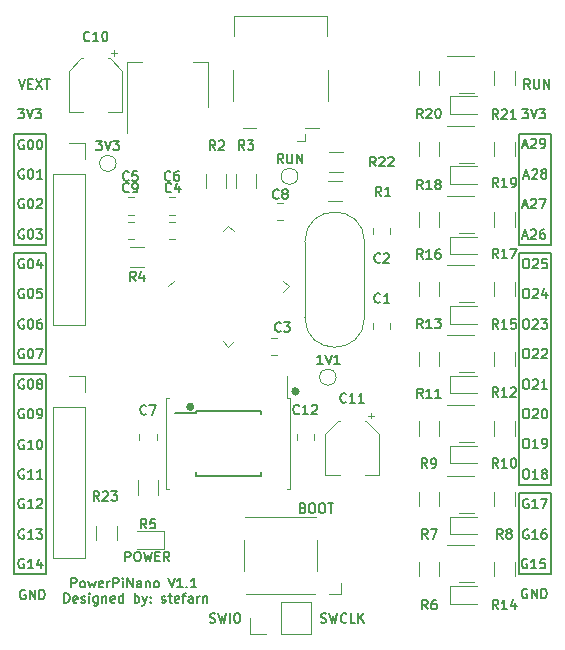
<source format=gbr>
%TF.GenerationSoftware,KiCad,Pcbnew,7.0.9*%
%TF.CreationDate,2024-03-24T12:36:59+01:00*%
%TF.ProjectId,PowerPiNano,506f7765-7250-4694-9e61-6e6f2e6b6963,rev?*%
%TF.SameCoordinates,Original*%
%TF.FileFunction,Legend,Top*%
%TF.FilePolarity,Positive*%
%FSLAX46Y46*%
G04 Gerber Fmt 4.6, Leading zero omitted, Abs format (unit mm)*
G04 Created by KiCad (PCBNEW 7.0.9) date 2024-03-24 12:36:59*
%MOMM*%
%LPD*%
G01*
G04 APERTURE LIST*
%ADD10C,0.150000*%
%ADD11C,0.375000*%
%ADD12C,0.187500*%
%ADD13C,0.120000*%
G04 APERTURE END LIST*
D10*
X168700000Y-119500000D02*
X171400000Y-119500000D01*
X171400000Y-126400000D01*
X168700000Y-126400000D01*
X168700000Y-119500000D01*
X126000000Y-89100000D02*
X128700000Y-89100000D01*
X126000000Y-99200000D02*
X128700000Y-99200000D01*
X128700000Y-108600000D01*
X126000000Y-108600000D01*
X126000000Y-99200000D01*
X168700000Y-89100000D02*
X171400000Y-89100000D01*
X171400000Y-98500000D01*
X168700000Y-98500000D01*
X168700000Y-89100000D01*
X128700000Y-98500000D02*
X126000000Y-98500000D01*
D11*
X149987500Y-110900000D02*
G75*
G03*
X149987500Y-110900000I-187500J0D01*
G01*
D10*
X126000000Y-109400000D02*
X128700000Y-109400000D01*
X128700000Y-126400000D01*
X126000000Y-126400000D01*
X126000000Y-109400000D01*
D11*
X141087500Y-112200000D02*
G75*
G03*
X141087500Y-112200000I-187500J0D01*
G01*
D10*
X168700000Y-99200000D02*
X171400000Y-99200000D01*
X171400000Y-118800000D01*
X168700000Y-118800000D01*
X168700000Y-99200000D01*
X128700000Y-89100000D02*
X128700000Y-98500000D01*
X126000000Y-98500000D02*
X126000000Y-89100000D01*
X169508207Y-122632390D02*
X169432017Y-122594295D01*
X169432017Y-122594295D02*
X169317731Y-122594295D01*
X169317731Y-122594295D02*
X169203445Y-122632390D01*
X169203445Y-122632390D02*
X169127255Y-122708580D01*
X169127255Y-122708580D02*
X169089160Y-122784771D01*
X169089160Y-122784771D02*
X169051064Y-122937152D01*
X169051064Y-122937152D02*
X169051064Y-123051438D01*
X169051064Y-123051438D02*
X169089160Y-123203819D01*
X169089160Y-123203819D02*
X169127255Y-123280009D01*
X169127255Y-123280009D02*
X169203445Y-123356200D01*
X169203445Y-123356200D02*
X169317731Y-123394295D01*
X169317731Y-123394295D02*
X169393922Y-123394295D01*
X169393922Y-123394295D02*
X169508207Y-123356200D01*
X169508207Y-123356200D02*
X169546303Y-123318104D01*
X169546303Y-123318104D02*
X169546303Y-123051438D01*
X169546303Y-123051438D02*
X169393922Y-123051438D01*
X170308207Y-123394295D02*
X169851064Y-123394295D01*
X170079636Y-123394295D02*
X170079636Y-122594295D01*
X170079636Y-122594295D02*
X170003445Y-122708580D01*
X170003445Y-122708580D02*
X169927255Y-122784771D01*
X169927255Y-122784771D02*
X169851064Y-122822866D01*
X170993922Y-122594295D02*
X170841541Y-122594295D01*
X170841541Y-122594295D02*
X170765350Y-122632390D01*
X170765350Y-122632390D02*
X170727255Y-122670485D01*
X170727255Y-122670485D02*
X170651065Y-122784771D01*
X170651065Y-122784771D02*
X170612969Y-122937152D01*
X170612969Y-122937152D02*
X170612969Y-123241914D01*
X170612969Y-123241914D02*
X170651065Y-123318104D01*
X170651065Y-123318104D02*
X170689160Y-123356200D01*
X170689160Y-123356200D02*
X170765350Y-123394295D01*
X170765350Y-123394295D02*
X170917731Y-123394295D01*
X170917731Y-123394295D02*
X170993922Y-123356200D01*
X170993922Y-123356200D02*
X171032017Y-123318104D01*
X171032017Y-123318104D02*
X171070112Y-123241914D01*
X171070112Y-123241914D02*
X171070112Y-123051438D01*
X171070112Y-123051438D02*
X171032017Y-122975247D01*
X171032017Y-122975247D02*
X170993922Y-122937152D01*
X170993922Y-122937152D02*
X170917731Y-122899057D01*
X170917731Y-122899057D02*
X170765350Y-122899057D01*
X170765350Y-122899057D02*
X170689160Y-122937152D01*
X170689160Y-122937152D02*
X170651065Y-122975247D01*
X170651065Y-122975247D02*
X170612969Y-123051438D01*
X126808207Y-117532390D02*
X126732017Y-117494295D01*
X126732017Y-117494295D02*
X126617731Y-117494295D01*
X126617731Y-117494295D02*
X126503445Y-117532390D01*
X126503445Y-117532390D02*
X126427255Y-117608580D01*
X126427255Y-117608580D02*
X126389160Y-117684771D01*
X126389160Y-117684771D02*
X126351064Y-117837152D01*
X126351064Y-117837152D02*
X126351064Y-117951438D01*
X126351064Y-117951438D02*
X126389160Y-118103819D01*
X126389160Y-118103819D02*
X126427255Y-118180009D01*
X126427255Y-118180009D02*
X126503445Y-118256200D01*
X126503445Y-118256200D02*
X126617731Y-118294295D01*
X126617731Y-118294295D02*
X126693922Y-118294295D01*
X126693922Y-118294295D02*
X126808207Y-118256200D01*
X126808207Y-118256200D02*
X126846303Y-118218104D01*
X126846303Y-118218104D02*
X126846303Y-117951438D01*
X126846303Y-117951438D02*
X126693922Y-117951438D01*
X127608207Y-118294295D02*
X127151064Y-118294295D01*
X127379636Y-118294295D02*
X127379636Y-117494295D01*
X127379636Y-117494295D02*
X127303445Y-117608580D01*
X127303445Y-117608580D02*
X127227255Y-117684771D01*
X127227255Y-117684771D02*
X127151064Y-117722866D01*
X128370112Y-118294295D02*
X127912969Y-118294295D01*
X128141541Y-118294295D02*
X128141541Y-117494295D01*
X128141541Y-117494295D02*
X128065350Y-117608580D01*
X128065350Y-117608580D02*
X127989160Y-117684771D01*
X127989160Y-117684771D02*
X127912969Y-117722866D01*
X126808207Y-104832390D02*
X126732017Y-104794295D01*
X126732017Y-104794295D02*
X126617731Y-104794295D01*
X126617731Y-104794295D02*
X126503445Y-104832390D01*
X126503445Y-104832390D02*
X126427255Y-104908580D01*
X126427255Y-104908580D02*
X126389160Y-104984771D01*
X126389160Y-104984771D02*
X126351064Y-105137152D01*
X126351064Y-105137152D02*
X126351064Y-105251438D01*
X126351064Y-105251438D02*
X126389160Y-105403819D01*
X126389160Y-105403819D02*
X126427255Y-105480009D01*
X126427255Y-105480009D02*
X126503445Y-105556200D01*
X126503445Y-105556200D02*
X126617731Y-105594295D01*
X126617731Y-105594295D02*
X126693922Y-105594295D01*
X126693922Y-105594295D02*
X126808207Y-105556200D01*
X126808207Y-105556200D02*
X126846303Y-105518104D01*
X126846303Y-105518104D02*
X126846303Y-105251438D01*
X126846303Y-105251438D02*
X126693922Y-105251438D01*
X127341541Y-104794295D02*
X127417731Y-104794295D01*
X127417731Y-104794295D02*
X127493922Y-104832390D01*
X127493922Y-104832390D02*
X127532017Y-104870485D01*
X127532017Y-104870485D02*
X127570112Y-104946676D01*
X127570112Y-104946676D02*
X127608207Y-105099057D01*
X127608207Y-105099057D02*
X127608207Y-105289533D01*
X127608207Y-105289533D02*
X127570112Y-105441914D01*
X127570112Y-105441914D02*
X127532017Y-105518104D01*
X127532017Y-105518104D02*
X127493922Y-105556200D01*
X127493922Y-105556200D02*
X127417731Y-105594295D01*
X127417731Y-105594295D02*
X127341541Y-105594295D01*
X127341541Y-105594295D02*
X127265350Y-105556200D01*
X127265350Y-105556200D02*
X127227255Y-105518104D01*
X127227255Y-105518104D02*
X127189160Y-105441914D01*
X127189160Y-105441914D02*
X127151064Y-105289533D01*
X127151064Y-105289533D02*
X127151064Y-105099057D01*
X127151064Y-105099057D02*
X127189160Y-104946676D01*
X127189160Y-104946676D02*
X127227255Y-104870485D01*
X127227255Y-104870485D02*
X127265350Y-104832390D01*
X127265350Y-104832390D02*
X127341541Y-104794295D01*
X128293922Y-104794295D02*
X128141541Y-104794295D01*
X128141541Y-104794295D02*
X128065350Y-104832390D01*
X128065350Y-104832390D02*
X128027255Y-104870485D01*
X128027255Y-104870485D02*
X127951065Y-104984771D01*
X127951065Y-104984771D02*
X127912969Y-105137152D01*
X127912969Y-105137152D02*
X127912969Y-105441914D01*
X127912969Y-105441914D02*
X127951065Y-105518104D01*
X127951065Y-105518104D02*
X127989160Y-105556200D01*
X127989160Y-105556200D02*
X128065350Y-105594295D01*
X128065350Y-105594295D02*
X128217731Y-105594295D01*
X128217731Y-105594295D02*
X128293922Y-105556200D01*
X128293922Y-105556200D02*
X128332017Y-105518104D01*
X128332017Y-105518104D02*
X128370112Y-105441914D01*
X128370112Y-105441914D02*
X128370112Y-105251438D01*
X128370112Y-105251438D02*
X128332017Y-105175247D01*
X128332017Y-105175247D02*
X128293922Y-105137152D01*
X128293922Y-105137152D02*
X128217731Y-105099057D01*
X128217731Y-105099057D02*
X128065350Y-105099057D01*
X128065350Y-105099057D02*
X127989160Y-105137152D01*
X127989160Y-105137152D02*
X127951065Y-105175247D01*
X127951065Y-105175247D02*
X127912969Y-105251438D01*
X169241541Y-102194295D02*
X169393922Y-102194295D01*
X169393922Y-102194295D02*
X169470112Y-102232390D01*
X169470112Y-102232390D02*
X169546303Y-102308580D01*
X169546303Y-102308580D02*
X169584398Y-102460961D01*
X169584398Y-102460961D02*
X169584398Y-102727628D01*
X169584398Y-102727628D02*
X169546303Y-102880009D01*
X169546303Y-102880009D02*
X169470112Y-102956200D01*
X169470112Y-102956200D02*
X169393922Y-102994295D01*
X169393922Y-102994295D02*
X169241541Y-102994295D01*
X169241541Y-102994295D02*
X169165350Y-102956200D01*
X169165350Y-102956200D02*
X169089160Y-102880009D01*
X169089160Y-102880009D02*
X169051064Y-102727628D01*
X169051064Y-102727628D02*
X169051064Y-102460961D01*
X169051064Y-102460961D02*
X169089160Y-102308580D01*
X169089160Y-102308580D02*
X169165350Y-102232390D01*
X169165350Y-102232390D02*
X169241541Y-102194295D01*
X169889159Y-102270485D02*
X169927255Y-102232390D01*
X169927255Y-102232390D02*
X170003445Y-102194295D01*
X170003445Y-102194295D02*
X170193921Y-102194295D01*
X170193921Y-102194295D02*
X170270112Y-102232390D01*
X170270112Y-102232390D02*
X170308207Y-102270485D01*
X170308207Y-102270485D02*
X170346302Y-102346676D01*
X170346302Y-102346676D02*
X170346302Y-102422866D01*
X170346302Y-102422866D02*
X170308207Y-102537152D01*
X170308207Y-102537152D02*
X169851064Y-102994295D01*
X169851064Y-102994295D02*
X170346302Y-102994295D01*
X171032017Y-102460961D02*
X171032017Y-102994295D01*
X170841541Y-102156200D02*
X170651064Y-102727628D01*
X170651064Y-102727628D02*
X171146303Y-102727628D01*
X126312969Y-86994295D02*
X126808207Y-86994295D01*
X126808207Y-86994295D02*
X126541541Y-87299057D01*
X126541541Y-87299057D02*
X126655826Y-87299057D01*
X126655826Y-87299057D02*
X126732017Y-87337152D01*
X126732017Y-87337152D02*
X126770112Y-87375247D01*
X126770112Y-87375247D02*
X126808207Y-87451438D01*
X126808207Y-87451438D02*
X126808207Y-87641914D01*
X126808207Y-87641914D02*
X126770112Y-87718104D01*
X126770112Y-87718104D02*
X126732017Y-87756200D01*
X126732017Y-87756200D02*
X126655826Y-87794295D01*
X126655826Y-87794295D02*
X126427255Y-87794295D01*
X126427255Y-87794295D02*
X126351064Y-87756200D01*
X126351064Y-87756200D02*
X126312969Y-87718104D01*
X127036779Y-86994295D02*
X127303446Y-87794295D01*
X127303446Y-87794295D02*
X127570112Y-86994295D01*
X127760588Y-86994295D02*
X128255826Y-86994295D01*
X128255826Y-86994295D02*
X127989160Y-87299057D01*
X127989160Y-87299057D02*
X128103445Y-87299057D01*
X128103445Y-87299057D02*
X128179636Y-87337152D01*
X128179636Y-87337152D02*
X128217731Y-87375247D01*
X128217731Y-87375247D02*
X128255826Y-87451438D01*
X128255826Y-87451438D02*
X128255826Y-87641914D01*
X128255826Y-87641914D02*
X128217731Y-87718104D01*
X128217731Y-87718104D02*
X128179636Y-87756200D01*
X128179636Y-87756200D02*
X128103445Y-87794295D01*
X128103445Y-87794295D02*
X127874874Y-87794295D01*
X127874874Y-87794295D02*
X127798683Y-87756200D01*
X127798683Y-87756200D02*
X127760588Y-87718104D01*
X169408207Y-125132390D02*
X169332017Y-125094295D01*
X169332017Y-125094295D02*
X169217731Y-125094295D01*
X169217731Y-125094295D02*
X169103445Y-125132390D01*
X169103445Y-125132390D02*
X169027255Y-125208580D01*
X169027255Y-125208580D02*
X168989160Y-125284771D01*
X168989160Y-125284771D02*
X168951064Y-125437152D01*
X168951064Y-125437152D02*
X168951064Y-125551438D01*
X168951064Y-125551438D02*
X168989160Y-125703819D01*
X168989160Y-125703819D02*
X169027255Y-125780009D01*
X169027255Y-125780009D02*
X169103445Y-125856200D01*
X169103445Y-125856200D02*
X169217731Y-125894295D01*
X169217731Y-125894295D02*
X169293922Y-125894295D01*
X169293922Y-125894295D02*
X169408207Y-125856200D01*
X169408207Y-125856200D02*
X169446303Y-125818104D01*
X169446303Y-125818104D02*
X169446303Y-125551438D01*
X169446303Y-125551438D02*
X169293922Y-125551438D01*
X170208207Y-125894295D02*
X169751064Y-125894295D01*
X169979636Y-125894295D02*
X169979636Y-125094295D01*
X169979636Y-125094295D02*
X169903445Y-125208580D01*
X169903445Y-125208580D02*
X169827255Y-125284771D01*
X169827255Y-125284771D02*
X169751064Y-125322866D01*
X170932017Y-125094295D02*
X170551065Y-125094295D01*
X170551065Y-125094295D02*
X170512969Y-125475247D01*
X170512969Y-125475247D02*
X170551065Y-125437152D01*
X170551065Y-125437152D02*
X170627255Y-125399057D01*
X170627255Y-125399057D02*
X170817731Y-125399057D01*
X170817731Y-125399057D02*
X170893922Y-125437152D01*
X170893922Y-125437152D02*
X170932017Y-125475247D01*
X170932017Y-125475247D02*
X170970112Y-125551438D01*
X170970112Y-125551438D02*
X170970112Y-125741914D01*
X170970112Y-125741914D02*
X170932017Y-125818104D01*
X170932017Y-125818104D02*
X170893922Y-125856200D01*
X170893922Y-125856200D02*
X170817731Y-125894295D01*
X170817731Y-125894295D02*
X170627255Y-125894295D01*
X170627255Y-125894295D02*
X170551065Y-125856200D01*
X170551065Y-125856200D02*
X170512969Y-125818104D01*
X142551064Y-130456200D02*
X142665350Y-130494295D01*
X142665350Y-130494295D02*
X142855826Y-130494295D01*
X142855826Y-130494295D02*
X142932017Y-130456200D01*
X142932017Y-130456200D02*
X142970112Y-130418104D01*
X142970112Y-130418104D02*
X143008207Y-130341914D01*
X143008207Y-130341914D02*
X143008207Y-130265723D01*
X143008207Y-130265723D02*
X142970112Y-130189533D01*
X142970112Y-130189533D02*
X142932017Y-130151438D01*
X142932017Y-130151438D02*
X142855826Y-130113342D01*
X142855826Y-130113342D02*
X142703445Y-130075247D01*
X142703445Y-130075247D02*
X142627255Y-130037152D01*
X142627255Y-130037152D02*
X142589160Y-129999057D01*
X142589160Y-129999057D02*
X142551064Y-129922866D01*
X142551064Y-129922866D02*
X142551064Y-129846676D01*
X142551064Y-129846676D02*
X142589160Y-129770485D01*
X142589160Y-129770485D02*
X142627255Y-129732390D01*
X142627255Y-129732390D02*
X142703445Y-129694295D01*
X142703445Y-129694295D02*
X142893922Y-129694295D01*
X142893922Y-129694295D02*
X143008207Y-129732390D01*
X143274874Y-129694295D02*
X143465350Y-130494295D01*
X143465350Y-130494295D02*
X143617731Y-129922866D01*
X143617731Y-129922866D02*
X143770112Y-130494295D01*
X143770112Y-130494295D02*
X143960589Y-129694295D01*
X144265351Y-130494295D02*
X144265351Y-129694295D01*
X144798684Y-129694295D02*
X144951065Y-129694295D01*
X144951065Y-129694295D02*
X145027255Y-129732390D01*
X145027255Y-129732390D02*
X145103446Y-129808580D01*
X145103446Y-129808580D02*
X145141541Y-129960961D01*
X145141541Y-129960961D02*
X145141541Y-130227628D01*
X145141541Y-130227628D02*
X145103446Y-130380009D01*
X145103446Y-130380009D02*
X145027255Y-130456200D01*
X145027255Y-130456200D02*
X144951065Y-130494295D01*
X144951065Y-130494295D02*
X144798684Y-130494295D01*
X144798684Y-130494295D02*
X144722493Y-130456200D01*
X144722493Y-130456200D02*
X144646303Y-130380009D01*
X144646303Y-130380009D02*
X144608207Y-130227628D01*
X144608207Y-130227628D02*
X144608207Y-129960961D01*
X144608207Y-129960961D02*
X144646303Y-129808580D01*
X144646303Y-129808580D02*
X144722493Y-129732390D01*
X144722493Y-129732390D02*
X144798684Y-129694295D01*
X152108207Y-108594295D02*
X151651064Y-108594295D01*
X151879636Y-108594295D02*
X151879636Y-107794295D01*
X151879636Y-107794295D02*
X151803445Y-107908580D01*
X151803445Y-107908580D02*
X151727255Y-107984771D01*
X151727255Y-107984771D02*
X151651064Y-108022866D01*
X152336779Y-107794295D02*
X152603446Y-108594295D01*
X152603446Y-108594295D02*
X152870112Y-107794295D01*
X153555826Y-108594295D02*
X153098683Y-108594295D01*
X153327255Y-108594295D02*
X153327255Y-107794295D01*
X153327255Y-107794295D02*
X153251064Y-107908580D01*
X153251064Y-107908580D02*
X153174874Y-107984771D01*
X153174874Y-107984771D02*
X153098683Y-108022866D01*
D12*
X130823355Y-127504345D02*
X130823355Y-126704345D01*
X130823355Y-126704345D02*
X131128117Y-126704345D01*
X131128117Y-126704345D02*
X131204307Y-126742440D01*
X131204307Y-126742440D02*
X131242402Y-126780535D01*
X131242402Y-126780535D02*
X131280498Y-126856726D01*
X131280498Y-126856726D02*
X131280498Y-126971011D01*
X131280498Y-126971011D02*
X131242402Y-127047202D01*
X131242402Y-127047202D02*
X131204307Y-127085297D01*
X131204307Y-127085297D02*
X131128117Y-127123392D01*
X131128117Y-127123392D02*
X130823355Y-127123392D01*
X131737640Y-127504345D02*
X131661450Y-127466250D01*
X131661450Y-127466250D02*
X131623355Y-127428154D01*
X131623355Y-127428154D02*
X131585259Y-127351964D01*
X131585259Y-127351964D02*
X131585259Y-127123392D01*
X131585259Y-127123392D02*
X131623355Y-127047202D01*
X131623355Y-127047202D02*
X131661450Y-127009107D01*
X131661450Y-127009107D02*
X131737640Y-126971011D01*
X131737640Y-126971011D02*
X131851926Y-126971011D01*
X131851926Y-126971011D02*
X131928117Y-127009107D01*
X131928117Y-127009107D02*
X131966212Y-127047202D01*
X131966212Y-127047202D02*
X132004307Y-127123392D01*
X132004307Y-127123392D02*
X132004307Y-127351964D01*
X132004307Y-127351964D02*
X131966212Y-127428154D01*
X131966212Y-127428154D02*
X131928117Y-127466250D01*
X131928117Y-127466250D02*
X131851926Y-127504345D01*
X131851926Y-127504345D02*
X131737640Y-127504345D01*
X132270974Y-126971011D02*
X132423355Y-127504345D01*
X132423355Y-127504345D02*
X132575736Y-127123392D01*
X132575736Y-127123392D02*
X132728117Y-127504345D01*
X132728117Y-127504345D02*
X132880498Y-126971011D01*
X133490022Y-127466250D02*
X133413831Y-127504345D01*
X133413831Y-127504345D02*
X133261450Y-127504345D01*
X133261450Y-127504345D02*
X133185260Y-127466250D01*
X133185260Y-127466250D02*
X133147164Y-127390059D01*
X133147164Y-127390059D02*
X133147164Y-127085297D01*
X133147164Y-127085297D02*
X133185260Y-127009107D01*
X133185260Y-127009107D02*
X133261450Y-126971011D01*
X133261450Y-126971011D02*
X133413831Y-126971011D01*
X133413831Y-126971011D02*
X133490022Y-127009107D01*
X133490022Y-127009107D02*
X133528117Y-127085297D01*
X133528117Y-127085297D02*
X133528117Y-127161488D01*
X133528117Y-127161488D02*
X133147164Y-127237678D01*
X133870974Y-127504345D02*
X133870974Y-126971011D01*
X133870974Y-127123392D02*
X133909069Y-127047202D01*
X133909069Y-127047202D02*
X133947164Y-127009107D01*
X133947164Y-127009107D02*
X134023355Y-126971011D01*
X134023355Y-126971011D02*
X134099545Y-126971011D01*
X134366212Y-127504345D02*
X134366212Y-126704345D01*
X134366212Y-126704345D02*
X134670974Y-126704345D01*
X134670974Y-126704345D02*
X134747164Y-126742440D01*
X134747164Y-126742440D02*
X134785259Y-126780535D01*
X134785259Y-126780535D02*
X134823355Y-126856726D01*
X134823355Y-126856726D02*
X134823355Y-126971011D01*
X134823355Y-126971011D02*
X134785259Y-127047202D01*
X134785259Y-127047202D02*
X134747164Y-127085297D01*
X134747164Y-127085297D02*
X134670974Y-127123392D01*
X134670974Y-127123392D02*
X134366212Y-127123392D01*
X135166212Y-127504345D02*
X135166212Y-126971011D01*
X135166212Y-126704345D02*
X135128116Y-126742440D01*
X135128116Y-126742440D02*
X135166212Y-126780535D01*
X135166212Y-126780535D02*
X135204307Y-126742440D01*
X135204307Y-126742440D02*
X135166212Y-126704345D01*
X135166212Y-126704345D02*
X135166212Y-126780535D01*
X135547164Y-127504345D02*
X135547164Y-126704345D01*
X135547164Y-126704345D02*
X136004307Y-127504345D01*
X136004307Y-127504345D02*
X136004307Y-126704345D01*
X136728116Y-127504345D02*
X136728116Y-127085297D01*
X136728116Y-127085297D02*
X136690021Y-127009107D01*
X136690021Y-127009107D02*
X136613830Y-126971011D01*
X136613830Y-126971011D02*
X136461449Y-126971011D01*
X136461449Y-126971011D02*
X136385259Y-127009107D01*
X136728116Y-127466250D02*
X136651925Y-127504345D01*
X136651925Y-127504345D02*
X136461449Y-127504345D01*
X136461449Y-127504345D02*
X136385259Y-127466250D01*
X136385259Y-127466250D02*
X136347163Y-127390059D01*
X136347163Y-127390059D02*
X136347163Y-127313869D01*
X136347163Y-127313869D02*
X136385259Y-127237678D01*
X136385259Y-127237678D02*
X136461449Y-127199583D01*
X136461449Y-127199583D02*
X136651925Y-127199583D01*
X136651925Y-127199583D02*
X136728116Y-127161488D01*
X137109069Y-126971011D02*
X137109069Y-127504345D01*
X137109069Y-127047202D02*
X137147164Y-127009107D01*
X137147164Y-127009107D02*
X137223354Y-126971011D01*
X137223354Y-126971011D02*
X137337640Y-126971011D01*
X137337640Y-126971011D02*
X137413831Y-127009107D01*
X137413831Y-127009107D02*
X137451926Y-127085297D01*
X137451926Y-127085297D02*
X137451926Y-127504345D01*
X137947164Y-127504345D02*
X137870974Y-127466250D01*
X137870974Y-127466250D02*
X137832879Y-127428154D01*
X137832879Y-127428154D02*
X137794783Y-127351964D01*
X137794783Y-127351964D02*
X137794783Y-127123392D01*
X137794783Y-127123392D02*
X137832879Y-127047202D01*
X137832879Y-127047202D02*
X137870974Y-127009107D01*
X137870974Y-127009107D02*
X137947164Y-126971011D01*
X137947164Y-126971011D02*
X138061450Y-126971011D01*
X138061450Y-126971011D02*
X138137641Y-127009107D01*
X138137641Y-127009107D02*
X138175736Y-127047202D01*
X138175736Y-127047202D02*
X138213831Y-127123392D01*
X138213831Y-127123392D02*
X138213831Y-127351964D01*
X138213831Y-127351964D02*
X138175736Y-127428154D01*
X138175736Y-127428154D02*
X138137641Y-127466250D01*
X138137641Y-127466250D02*
X138061450Y-127504345D01*
X138061450Y-127504345D02*
X137947164Y-127504345D01*
X139051927Y-126704345D02*
X139318594Y-127504345D01*
X139318594Y-127504345D02*
X139585260Y-126704345D01*
X140270974Y-127504345D02*
X139813831Y-127504345D01*
X140042403Y-127504345D02*
X140042403Y-126704345D01*
X140042403Y-126704345D02*
X139966212Y-126818630D01*
X139966212Y-126818630D02*
X139890022Y-126894821D01*
X139890022Y-126894821D02*
X139813831Y-126932916D01*
X140613832Y-127428154D02*
X140651927Y-127466250D01*
X140651927Y-127466250D02*
X140613832Y-127504345D01*
X140613832Y-127504345D02*
X140575736Y-127466250D01*
X140575736Y-127466250D02*
X140613832Y-127428154D01*
X140613832Y-127428154D02*
X140613832Y-127504345D01*
X141413831Y-127504345D02*
X140956688Y-127504345D01*
X141185260Y-127504345D02*
X141185260Y-126704345D01*
X141185260Y-126704345D02*
X141109069Y-126818630D01*
X141109069Y-126818630D02*
X141032879Y-126894821D01*
X141032879Y-126894821D02*
X140956688Y-126932916D01*
X130213831Y-128792345D02*
X130213831Y-127992345D01*
X130213831Y-127992345D02*
X130404307Y-127992345D01*
X130404307Y-127992345D02*
X130518593Y-128030440D01*
X130518593Y-128030440D02*
X130594783Y-128106630D01*
X130594783Y-128106630D02*
X130632878Y-128182821D01*
X130632878Y-128182821D02*
X130670974Y-128335202D01*
X130670974Y-128335202D02*
X130670974Y-128449488D01*
X130670974Y-128449488D02*
X130632878Y-128601869D01*
X130632878Y-128601869D02*
X130594783Y-128678059D01*
X130594783Y-128678059D02*
X130518593Y-128754250D01*
X130518593Y-128754250D02*
X130404307Y-128792345D01*
X130404307Y-128792345D02*
X130213831Y-128792345D01*
X131318593Y-128754250D02*
X131242402Y-128792345D01*
X131242402Y-128792345D02*
X131090021Y-128792345D01*
X131090021Y-128792345D02*
X131013831Y-128754250D01*
X131013831Y-128754250D02*
X130975735Y-128678059D01*
X130975735Y-128678059D02*
X130975735Y-128373297D01*
X130975735Y-128373297D02*
X131013831Y-128297107D01*
X131013831Y-128297107D02*
X131090021Y-128259011D01*
X131090021Y-128259011D02*
X131242402Y-128259011D01*
X131242402Y-128259011D02*
X131318593Y-128297107D01*
X131318593Y-128297107D02*
X131356688Y-128373297D01*
X131356688Y-128373297D02*
X131356688Y-128449488D01*
X131356688Y-128449488D02*
X130975735Y-128525678D01*
X131661449Y-128754250D02*
X131737640Y-128792345D01*
X131737640Y-128792345D02*
X131890021Y-128792345D01*
X131890021Y-128792345D02*
X131966211Y-128754250D01*
X131966211Y-128754250D02*
X132004307Y-128678059D01*
X132004307Y-128678059D02*
X132004307Y-128639964D01*
X132004307Y-128639964D02*
X131966211Y-128563773D01*
X131966211Y-128563773D02*
X131890021Y-128525678D01*
X131890021Y-128525678D02*
X131775735Y-128525678D01*
X131775735Y-128525678D02*
X131699545Y-128487583D01*
X131699545Y-128487583D02*
X131661449Y-128411392D01*
X131661449Y-128411392D02*
X131661449Y-128373297D01*
X131661449Y-128373297D02*
X131699545Y-128297107D01*
X131699545Y-128297107D02*
X131775735Y-128259011D01*
X131775735Y-128259011D02*
X131890021Y-128259011D01*
X131890021Y-128259011D02*
X131966211Y-128297107D01*
X132347164Y-128792345D02*
X132347164Y-128259011D01*
X132347164Y-127992345D02*
X132309068Y-128030440D01*
X132309068Y-128030440D02*
X132347164Y-128068535D01*
X132347164Y-128068535D02*
X132385259Y-128030440D01*
X132385259Y-128030440D02*
X132347164Y-127992345D01*
X132347164Y-127992345D02*
X132347164Y-128068535D01*
X133070973Y-128259011D02*
X133070973Y-128906630D01*
X133070973Y-128906630D02*
X133032878Y-128982821D01*
X133032878Y-128982821D02*
X132994782Y-129020916D01*
X132994782Y-129020916D02*
X132918592Y-129059011D01*
X132918592Y-129059011D02*
X132804306Y-129059011D01*
X132804306Y-129059011D02*
X132728116Y-129020916D01*
X133070973Y-128754250D02*
X132994782Y-128792345D01*
X132994782Y-128792345D02*
X132842401Y-128792345D01*
X132842401Y-128792345D02*
X132766211Y-128754250D01*
X132766211Y-128754250D02*
X132728116Y-128716154D01*
X132728116Y-128716154D02*
X132690020Y-128639964D01*
X132690020Y-128639964D02*
X132690020Y-128411392D01*
X132690020Y-128411392D02*
X132728116Y-128335202D01*
X132728116Y-128335202D02*
X132766211Y-128297107D01*
X132766211Y-128297107D02*
X132842401Y-128259011D01*
X132842401Y-128259011D02*
X132994782Y-128259011D01*
X132994782Y-128259011D02*
X133070973Y-128297107D01*
X133451926Y-128259011D02*
X133451926Y-128792345D01*
X133451926Y-128335202D02*
X133490021Y-128297107D01*
X133490021Y-128297107D02*
X133566211Y-128259011D01*
X133566211Y-128259011D02*
X133680497Y-128259011D01*
X133680497Y-128259011D02*
X133756688Y-128297107D01*
X133756688Y-128297107D02*
X133794783Y-128373297D01*
X133794783Y-128373297D02*
X133794783Y-128792345D01*
X134480498Y-128754250D02*
X134404307Y-128792345D01*
X134404307Y-128792345D02*
X134251926Y-128792345D01*
X134251926Y-128792345D02*
X134175736Y-128754250D01*
X134175736Y-128754250D02*
X134137640Y-128678059D01*
X134137640Y-128678059D02*
X134137640Y-128373297D01*
X134137640Y-128373297D02*
X134175736Y-128297107D01*
X134175736Y-128297107D02*
X134251926Y-128259011D01*
X134251926Y-128259011D02*
X134404307Y-128259011D01*
X134404307Y-128259011D02*
X134480498Y-128297107D01*
X134480498Y-128297107D02*
X134518593Y-128373297D01*
X134518593Y-128373297D02*
X134518593Y-128449488D01*
X134518593Y-128449488D02*
X134137640Y-128525678D01*
X135204307Y-128792345D02*
X135204307Y-127992345D01*
X135204307Y-128754250D02*
X135128116Y-128792345D01*
X135128116Y-128792345D02*
X134975735Y-128792345D01*
X134975735Y-128792345D02*
X134899545Y-128754250D01*
X134899545Y-128754250D02*
X134861450Y-128716154D01*
X134861450Y-128716154D02*
X134823354Y-128639964D01*
X134823354Y-128639964D02*
X134823354Y-128411392D01*
X134823354Y-128411392D02*
X134861450Y-128335202D01*
X134861450Y-128335202D02*
X134899545Y-128297107D01*
X134899545Y-128297107D02*
X134975735Y-128259011D01*
X134975735Y-128259011D02*
X135128116Y-128259011D01*
X135128116Y-128259011D02*
X135204307Y-128297107D01*
X136194784Y-128792345D02*
X136194784Y-127992345D01*
X136194784Y-128297107D02*
X136270974Y-128259011D01*
X136270974Y-128259011D02*
X136423355Y-128259011D01*
X136423355Y-128259011D02*
X136499546Y-128297107D01*
X136499546Y-128297107D02*
X136537641Y-128335202D01*
X136537641Y-128335202D02*
X136575736Y-128411392D01*
X136575736Y-128411392D02*
X136575736Y-128639964D01*
X136575736Y-128639964D02*
X136537641Y-128716154D01*
X136537641Y-128716154D02*
X136499546Y-128754250D01*
X136499546Y-128754250D02*
X136423355Y-128792345D01*
X136423355Y-128792345D02*
X136270974Y-128792345D01*
X136270974Y-128792345D02*
X136194784Y-128754250D01*
X136842403Y-128259011D02*
X137032879Y-128792345D01*
X137223356Y-128259011D02*
X137032879Y-128792345D01*
X137032879Y-128792345D02*
X136956689Y-128982821D01*
X136956689Y-128982821D02*
X136918594Y-129020916D01*
X136918594Y-129020916D02*
X136842403Y-129059011D01*
X137528118Y-128716154D02*
X137566213Y-128754250D01*
X137566213Y-128754250D02*
X137528118Y-128792345D01*
X137528118Y-128792345D02*
X137490022Y-128754250D01*
X137490022Y-128754250D02*
X137528118Y-128716154D01*
X137528118Y-128716154D02*
X137528118Y-128792345D01*
X137528118Y-128297107D02*
X137566213Y-128335202D01*
X137566213Y-128335202D02*
X137528118Y-128373297D01*
X137528118Y-128373297D02*
X137490022Y-128335202D01*
X137490022Y-128335202D02*
X137528118Y-128297107D01*
X137528118Y-128297107D02*
X137528118Y-128373297D01*
X138480498Y-128754250D02*
X138556689Y-128792345D01*
X138556689Y-128792345D02*
X138709070Y-128792345D01*
X138709070Y-128792345D02*
X138785260Y-128754250D01*
X138785260Y-128754250D02*
X138823356Y-128678059D01*
X138823356Y-128678059D02*
X138823356Y-128639964D01*
X138823356Y-128639964D02*
X138785260Y-128563773D01*
X138785260Y-128563773D02*
X138709070Y-128525678D01*
X138709070Y-128525678D02*
X138594784Y-128525678D01*
X138594784Y-128525678D02*
X138518594Y-128487583D01*
X138518594Y-128487583D02*
X138480498Y-128411392D01*
X138480498Y-128411392D02*
X138480498Y-128373297D01*
X138480498Y-128373297D02*
X138518594Y-128297107D01*
X138518594Y-128297107D02*
X138594784Y-128259011D01*
X138594784Y-128259011D02*
X138709070Y-128259011D01*
X138709070Y-128259011D02*
X138785260Y-128297107D01*
X139051927Y-128259011D02*
X139356689Y-128259011D01*
X139166213Y-127992345D02*
X139166213Y-128678059D01*
X139166213Y-128678059D02*
X139204308Y-128754250D01*
X139204308Y-128754250D02*
X139280498Y-128792345D01*
X139280498Y-128792345D02*
X139356689Y-128792345D01*
X139928118Y-128754250D02*
X139851927Y-128792345D01*
X139851927Y-128792345D02*
X139699546Y-128792345D01*
X139699546Y-128792345D02*
X139623356Y-128754250D01*
X139623356Y-128754250D02*
X139585260Y-128678059D01*
X139585260Y-128678059D02*
X139585260Y-128373297D01*
X139585260Y-128373297D02*
X139623356Y-128297107D01*
X139623356Y-128297107D02*
X139699546Y-128259011D01*
X139699546Y-128259011D02*
X139851927Y-128259011D01*
X139851927Y-128259011D02*
X139928118Y-128297107D01*
X139928118Y-128297107D02*
X139966213Y-128373297D01*
X139966213Y-128373297D02*
X139966213Y-128449488D01*
X139966213Y-128449488D02*
X139585260Y-128525678D01*
X140194784Y-128259011D02*
X140499546Y-128259011D01*
X140309070Y-128792345D02*
X140309070Y-128106630D01*
X140309070Y-128106630D02*
X140347165Y-128030440D01*
X140347165Y-128030440D02*
X140423355Y-127992345D01*
X140423355Y-127992345D02*
X140499546Y-127992345D01*
X141109070Y-128792345D02*
X141109070Y-128373297D01*
X141109070Y-128373297D02*
X141070975Y-128297107D01*
X141070975Y-128297107D02*
X140994784Y-128259011D01*
X140994784Y-128259011D02*
X140842403Y-128259011D01*
X140842403Y-128259011D02*
X140766213Y-128297107D01*
X141109070Y-128754250D02*
X141032879Y-128792345D01*
X141032879Y-128792345D02*
X140842403Y-128792345D01*
X140842403Y-128792345D02*
X140766213Y-128754250D01*
X140766213Y-128754250D02*
X140728117Y-128678059D01*
X140728117Y-128678059D02*
X140728117Y-128601869D01*
X140728117Y-128601869D02*
X140766213Y-128525678D01*
X140766213Y-128525678D02*
X140842403Y-128487583D01*
X140842403Y-128487583D02*
X141032879Y-128487583D01*
X141032879Y-128487583D02*
X141109070Y-128449488D01*
X141490023Y-128792345D02*
X141490023Y-128259011D01*
X141490023Y-128411392D02*
X141528118Y-128335202D01*
X141528118Y-128335202D02*
X141566213Y-128297107D01*
X141566213Y-128297107D02*
X141642404Y-128259011D01*
X141642404Y-128259011D02*
X141718594Y-128259011D01*
X141985261Y-128259011D02*
X141985261Y-128792345D01*
X141985261Y-128335202D02*
X142023356Y-128297107D01*
X142023356Y-128297107D02*
X142099546Y-128259011D01*
X142099546Y-128259011D02*
X142213832Y-128259011D01*
X142213832Y-128259011D02*
X142290023Y-128297107D01*
X142290023Y-128297107D02*
X142328118Y-128373297D01*
X142328118Y-128373297D02*
X142328118Y-128792345D01*
D10*
X126808207Y-125132390D02*
X126732017Y-125094295D01*
X126732017Y-125094295D02*
X126617731Y-125094295D01*
X126617731Y-125094295D02*
X126503445Y-125132390D01*
X126503445Y-125132390D02*
X126427255Y-125208580D01*
X126427255Y-125208580D02*
X126389160Y-125284771D01*
X126389160Y-125284771D02*
X126351064Y-125437152D01*
X126351064Y-125437152D02*
X126351064Y-125551438D01*
X126351064Y-125551438D02*
X126389160Y-125703819D01*
X126389160Y-125703819D02*
X126427255Y-125780009D01*
X126427255Y-125780009D02*
X126503445Y-125856200D01*
X126503445Y-125856200D02*
X126617731Y-125894295D01*
X126617731Y-125894295D02*
X126693922Y-125894295D01*
X126693922Y-125894295D02*
X126808207Y-125856200D01*
X126808207Y-125856200D02*
X126846303Y-125818104D01*
X126846303Y-125818104D02*
X126846303Y-125551438D01*
X126846303Y-125551438D02*
X126693922Y-125551438D01*
X127608207Y-125894295D02*
X127151064Y-125894295D01*
X127379636Y-125894295D02*
X127379636Y-125094295D01*
X127379636Y-125094295D02*
X127303445Y-125208580D01*
X127303445Y-125208580D02*
X127227255Y-125284771D01*
X127227255Y-125284771D02*
X127151064Y-125322866D01*
X128293922Y-125360961D02*
X128293922Y-125894295D01*
X128103446Y-125056200D02*
X127912969Y-125627628D01*
X127912969Y-125627628D02*
X128408208Y-125627628D01*
X126808207Y-120032390D02*
X126732017Y-119994295D01*
X126732017Y-119994295D02*
X126617731Y-119994295D01*
X126617731Y-119994295D02*
X126503445Y-120032390D01*
X126503445Y-120032390D02*
X126427255Y-120108580D01*
X126427255Y-120108580D02*
X126389160Y-120184771D01*
X126389160Y-120184771D02*
X126351064Y-120337152D01*
X126351064Y-120337152D02*
X126351064Y-120451438D01*
X126351064Y-120451438D02*
X126389160Y-120603819D01*
X126389160Y-120603819D02*
X126427255Y-120680009D01*
X126427255Y-120680009D02*
X126503445Y-120756200D01*
X126503445Y-120756200D02*
X126617731Y-120794295D01*
X126617731Y-120794295D02*
X126693922Y-120794295D01*
X126693922Y-120794295D02*
X126808207Y-120756200D01*
X126808207Y-120756200D02*
X126846303Y-120718104D01*
X126846303Y-120718104D02*
X126846303Y-120451438D01*
X126846303Y-120451438D02*
X126693922Y-120451438D01*
X127608207Y-120794295D02*
X127151064Y-120794295D01*
X127379636Y-120794295D02*
X127379636Y-119994295D01*
X127379636Y-119994295D02*
X127303445Y-120108580D01*
X127303445Y-120108580D02*
X127227255Y-120184771D01*
X127227255Y-120184771D02*
X127151064Y-120222866D01*
X127912969Y-120070485D02*
X127951065Y-120032390D01*
X127951065Y-120032390D02*
X128027255Y-119994295D01*
X128027255Y-119994295D02*
X128217731Y-119994295D01*
X128217731Y-119994295D02*
X128293922Y-120032390D01*
X128293922Y-120032390D02*
X128332017Y-120070485D01*
X128332017Y-120070485D02*
X128370112Y-120146676D01*
X128370112Y-120146676D02*
X128370112Y-120222866D01*
X128370112Y-120222866D02*
X128332017Y-120337152D01*
X128332017Y-120337152D02*
X127874874Y-120794295D01*
X127874874Y-120794295D02*
X128370112Y-120794295D01*
X169241541Y-112394295D02*
X169393922Y-112394295D01*
X169393922Y-112394295D02*
X169470112Y-112432390D01*
X169470112Y-112432390D02*
X169546303Y-112508580D01*
X169546303Y-112508580D02*
X169584398Y-112660961D01*
X169584398Y-112660961D02*
X169584398Y-112927628D01*
X169584398Y-112927628D02*
X169546303Y-113080009D01*
X169546303Y-113080009D02*
X169470112Y-113156200D01*
X169470112Y-113156200D02*
X169393922Y-113194295D01*
X169393922Y-113194295D02*
X169241541Y-113194295D01*
X169241541Y-113194295D02*
X169165350Y-113156200D01*
X169165350Y-113156200D02*
X169089160Y-113080009D01*
X169089160Y-113080009D02*
X169051064Y-112927628D01*
X169051064Y-112927628D02*
X169051064Y-112660961D01*
X169051064Y-112660961D02*
X169089160Y-112508580D01*
X169089160Y-112508580D02*
X169165350Y-112432390D01*
X169165350Y-112432390D02*
X169241541Y-112394295D01*
X169889159Y-112470485D02*
X169927255Y-112432390D01*
X169927255Y-112432390D02*
X170003445Y-112394295D01*
X170003445Y-112394295D02*
X170193921Y-112394295D01*
X170193921Y-112394295D02*
X170270112Y-112432390D01*
X170270112Y-112432390D02*
X170308207Y-112470485D01*
X170308207Y-112470485D02*
X170346302Y-112546676D01*
X170346302Y-112546676D02*
X170346302Y-112622866D01*
X170346302Y-112622866D02*
X170308207Y-112737152D01*
X170308207Y-112737152D02*
X169851064Y-113194295D01*
X169851064Y-113194295D02*
X170346302Y-113194295D01*
X170841541Y-112394295D02*
X170917731Y-112394295D01*
X170917731Y-112394295D02*
X170993922Y-112432390D01*
X170993922Y-112432390D02*
X171032017Y-112470485D01*
X171032017Y-112470485D02*
X171070112Y-112546676D01*
X171070112Y-112546676D02*
X171108207Y-112699057D01*
X171108207Y-112699057D02*
X171108207Y-112889533D01*
X171108207Y-112889533D02*
X171070112Y-113041914D01*
X171070112Y-113041914D02*
X171032017Y-113118104D01*
X171032017Y-113118104D02*
X170993922Y-113156200D01*
X170993922Y-113156200D02*
X170917731Y-113194295D01*
X170917731Y-113194295D02*
X170841541Y-113194295D01*
X170841541Y-113194295D02*
X170765350Y-113156200D01*
X170765350Y-113156200D02*
X170727255Y-113118104D01*
X170727255Y-113118104D02*
X170689160Y-113041914D01*
X170689160Y-113041914D02*
X170651064Y-112889533D01*
X170651064Y-112889533D02*
X170651064Y-112699057D01*
X170651064Y-112699057D02*
X170689160Y-112546676D01*
X170689160Y-112546676D02*
X170727255Y-112470485D01*
X170727255Y-112470485D02*
X170765350Y-112432390D01*
X170765350Y-112432390D02*
X170841541Y-112394295D01*
X132912969Y-89694295D02*
X133408207Y-89694295D01*
X133408207Y-89694295D02*
X133141541Y-89999057D01*
X133141541Y-89999057D02*
X133255826Y-89999057D01*
X133255826Y-89999057D02*
X133332017Y-90037152D01*
X133332017Y-90037152D02*
X133370112Y-90075247D01*
X133370112Y-90075247D02*
X133408207Y-90151438D01*
X133408207Y-90151438D02*
X133408207Y-90341914D01*
X133408207Y-90341914D02*
X133370112Y-90418104D01*
X133370112Y-90418104D02*
X133332017Y-90456200D01*
X133332017Y-90456200D02*
X133255826Y-90494295D01*
X133255826Y-90494295D02*
X133027255Y-90494295D01*
X133027255Y-90494295D02*
X132951064Y-90456200D01*
X132951064Y-90456200D02*
X132912969Y-90418104D01*
X133636779Y-89694295D02*
X133903446Y-90494295D01*
X133903446Y-90494295D02*
X134170112Y-89694295D01*
X134360588Y-89694295D02*
X134855826Y-89694295D01*
X134855826Y-89694295D02*
X134589160Y-89999057D01*
X134589160Y-89999057D02*
X134703445Y-89999057D01*
X134703445Y-89999057D02*
X134779636Y-90037152D01*
X134779636Y-90037152D02*
X134817731Y-90075247D01*
X134817731Y-90075247D02*
X134855826Y-90151438D01*
X134855826Y-90151438D02*
X134855826Y-90341914D01*
X134855826Y-90341914D02*
X134817731Y-90418104D01*
X134817731Y-90418104D02*
X134779636Y-90456200D01*
X134779636Y-90456200D02*
X134703445Y-90494295D01*
X134703445Y-90494295D02*
X134474874Y-90494295D01*
X134474874Y-90494295D02*
X134398683Y-90456200D01*
X134398683Y-90456200D02*
X134360588Y-90418104D01*
X151951064Y-130456200D02*
X152065350Y-130494295D01*
X152065350Y-130494295D02*
X152255826Y-130494295D01*
X152255826Y-130494295D02*
X152332017Y-130456200D01*
X152332017Y-130456200D02*
X152370112Y-130418104D01*
X152370112Y-130418104D02*
X152408207Y-130341914D01*
X152408207Y-130341914D02*
X152408207Y-130265723D01*
X152408207Y-130265723D02*
X152370112Y-130189533D01*
X152370112Y-130189533D02*
X152332017Y-130151438D01*
X152332017Y-130151438D02*
X152255826Y-130113342D01*
X152255826Y-130113342D02*
X152103445Y-130075247D01*
X152103445Y-130075247D02*
X152027255Y-130037152D01*
X152027255Y-130037152D02*
X151989160Y-129999057D01*
X151989160Y-129999057D02*
X151951064Y-129922866D01*
X151951064Y-129922866D02*
X151951064Y-129846676D01*
X151951064Y-129846676D02*
X151989160Y-129770485D01*
X151989160Y-129770485D02*
X152027255Y-129732390D01*
X152027255Y-129732390D02*
X152103445Y-129694295D01*
X152103445Y-129694295D02*
X152293922Y-129694295D01*
X152293922Y-129694295D02*
X152408207Y-129732390D01*
X152674874Y-129694295D02*
X152865350Y-130494295D01*
X152865350Y-130494295D02*
X153017731Y-129922866D01*
X153017731Y-129922866D02*
X153170112Y-130494295D01*
X153170112Y-130494295D02*
X153360589Y-129694295D01*
X154122494Y-130418104D02*
X154084398Y-130456200D01*
X154084398Y-130456200D02*
X153970113Y-130494295D01*
X153970113Y-130494295D02*
X153893922Y-130494295D01*
X153893922Y-130494295D02*
X153779636Y-130456200D01*
X153779636Y-130456200D02*
X153703446Y-130380009D01*
X153703446Y-130380009D02*
X153665351Y-130303819D01*
X153665351Y-130303819D02*
X153627255Y-130151438D01*
X153627255Y-130151438D02*
X153627255Y-130037152D01*
X153627255Y-130037152D02*
X153665351Y-129884771D01*
X153665351Y-129884771D02*
X153703446Y-129808580D01*
X153703446Y-129808580D02*
X153779636Y-129732390D01*
X153779636Y-129732390D02*
X153893922Y-129694295D01*
X153893922Y-129694295D02*
X153970113Y-129694295D01*
X153970113Y-129694295D02*
X154084398Y-129732390D01*
X154084398Y-129732390D02*
X154122494Y-129770485D01*
X154846303Y-130494295D02*
X154465351Y-130494295D01*
X154465351Y-130494295D02*
X154465351Y-129694295D01*
X155112970Y-130494295D02*
X155112970Y-129694295D01*
X155570113Y-130494295D02*
X155227255Y-130037152D01*
X155570113Y-129694295D02*
X155112970Y-130151438D01*
X126808207Y-89632390D02*
X126732017Y-89594295D01*
X126732017Y-89594295D02*
X126617731Y-89594295D01*
X126617731Y-89594295D02*
X126503445Y-89632390D01*
X126503445Y-89632390D02*
X126427255Y-89708580D01*
X126427255Y-89708580D02*
X126389160Y-89784771D01*
X126389160Y-89784771D02*
X126351064Y-89937152D01*
X126351064Y-89937152D02*
X126351064Y-90051438D01*
X126351064Y-90051438D02*
X126389160Y-90203819D01*
X126389160Y-90203819D02*
X126427255Y-90280009D01*
X126427255Y-90280009D02*
X126503445Y-90356200D01*
X126503445Y-90356200D02*
X126617731Y-90394295D01*
X126617731Y-90394295D02*
X126693922Y-90394295D01*
X126693922Y-90394295D02*
X126808207Y-90356200D01*
X126808207Y-90356200D02*
X126846303Y-90318104D01*
X126846303Y-90318104D02*
X126846303Y-90051438D01*
X126846303Y-90051438D02*
X126693922Y-90051438D01*
X127341541Y-89594295D02*
X127417731Y-89594295D01*
X127417731Y-89594295D02*
X127493922Y-89632390D01*
X127493922Y-89632390D02*
X127532017Y-89670485D01*
X127532017Y-89670485D02*
X127570112Y-89746676D01*
X127570112Y-89746676D02*
X127608207Y-89899057D01*
X127608207Y-89899057D02*
X127608207Y-90089533D01*
X127608207Y-90089533D02*
X127570112Y-90241914D01*
X127570112Y-90241914D02*
X127532017Y-90318104D01*
X127532017Y-90318104D02*
X127493922Y-90356200D01*
X127493922Y-90356200D02*
X127417731Y-90394295D01*
X127417731Y-90394295D02*
X127341541Y-90394295D01*
X127341541Y-90394295D02*
X127265350Y-90356200D01*
X127265350Y-90356200D02*
X127227255Y-90318104D01*
X127227255Y-90318104D02*
X127189160Y-90241914D01*
X127189160Y-90241914D02*
X127151064Y-90089533D01*
X127151064Y-90089533D02*
X127151064Y-89899057D01*
X127151064Y-89899057D02*
X127189160Y-89746676D01*
X127189160Y-89746676D02*
X127227255Y-89670485D01*
X127227255Y-89670485D02*
X127265350Y-89632390D01*
X127265350Y-89632390D02*
X127341541Y-89594295D01*
X128103446Y-89594295D02*
X128179636Y-89594295D01*
X128179636Y-89594295D02*
X128255827Y-89632390D01*
X128255827Y-89632390D02*
X128293922Y-89670485D01*
X128293922Y-89670485D02*
X128332017Y-89746676D01*
X128332017Y-89746676D02*
X128370112Y-89899057D01*
X128370112Y-89899057D02*
X128370112Y-90089533D01*
X128370112Y-90089533D02*
X128332017Y-90241914D01*
X128332017Y-90241914D02*
X128293922Y-90318104D01*
X128293922Y-90318104D02*
X128255827Y-90356200D01*
X128255827Y-90356200D02*
X128179636Y-90394295D01*
X128179636Y-90394295D02*
X128103446Y-90394295D01*
X128103446Y-90394295D02*
X128027255Y-90356200D01*
X128027255Y-90356200D02*
X127989160Y-90318104D01*
X127989160Y-90318104D02*
X127951065Y-90241914D01*
X127951065Y-90241914D02*
X127912969Y-90089533D01*
X127912969Y-90089533D02*
X127912969Y-89899057D01*
X127912969Y-89899057D02*
X127951065Y-89746676D01*
X127951065Y-89746676D02*
X127989160Y-89670485D01*
X127989160Y-89670485D02*
X128027255Y-89632390D01*
X128027255Y-89632390D02*
X128103446Y-89594295D01*
X148746303Y-91594295D02*
X148479636Y-91213342D01*
X148289160Y-91594295D02*
X148289160Y-90794295D01*
X148289160Y-90794295D02*
X148593922Y-90794295D01*
X148593922Y-90794295D02*
X148670112Y-90832390D01*
X148670112Y-90832390D02*
X148708207Y-90870485D01*
X148708207Y-90870485D02*
X148746303Y-90946676D01*
X148746303Y-90946676D02*
X148746303Y-91060961D01*
X148746303Y-91060961D02*
X148708207Y-91137152D01*
X148708207Y-91137152D02*
X148670112Y-91175247D01*
X148670112Y-91175247D02*
X148593922Y-91213342D01*
X148593922Y-91213342D02*
X148289160Y-91213342D01*
X149089160Y-90794295D02*
X149089160Y-91441914D01*
X149089160Y-91441914D02*
X149127255Y-91518104D01*
X149127255Y-91518104D02*
X149165350Y-91556200D01*
X149165350Y-91556200D02*
X149241541Y-91594295D01*
X149241541Y-91594295D02*
X149393922Y-91594295D01*
X149393922Y-91594295D02*
X149470112Y-91556200D01*
X149470112Y-91556200D02*
X149508207Y-91518104D01*
X149508207Y-91518104D02*
X149546303Y-91441914D01*
X149546303Y-91441914D02*
X149546303Y-90794295D01*
X149927255Y-91594295D02*
X149927255Y-90794295D01*
X149927255Y-90794295D02*
X150384398Y-91594295D01*
X150384398Y-91594295D02*
X150384398Y-90794295D01*
X126908207Y-127732390D02*
X126832017Y-127694295D01*
X126832017Y-127694295D02*
X126717731Y-127694295D01*
X126717731Y-127694295D02*
X126603445Y-127732390D01*
X126603445Y-127732390D02*
X126527255Y-127808580D01*
X126527255Y-127808580D02*
X126489160Y-127884771D01*
X126489160Y-127884771D02*
X126451064Y-128037152D01*
X126451064Y-128037152D02*
X126451064Y-128151438D01*
X126451064Y-128151438D02*
X126489160Y-128303819D01*
X126489160Y-128303819D02*
X126527255Y-128380009D01*
X126527255Y-128380009D02*
X126603445Y-128456200D01*
X126603445Y-128456200D02*
X126717731Y-128494295D01*
X126717731Y-128494295D02*
X126793922Y-128494295D01*
X126793922Y-128494295D02*
X126908207Y-128456200D01*
X126908207Y-128456200D02*
X126946303Y-128418104D01*
X126946303Y-128418104D02*
X126946303Y-128151438D01*
X126946303Y-128151438D02*
X126793922Y-128151438D01*
X127289160Y-128494295D02*
X127289160Y-127694295D01*
X127289160Y-127694295D02*
X127746303Y-128494295D01*
X127746303Y-128494295D02*
X127746303Y-127694295D01*
X128127255Y-128494295D02*
X128127255Y-127694295D01*
X128127255Y-127694295D02*
X128317731Y-127694295D01*
X128317731Y-127694295D02*
X128432017Y-127732390D01*
X128432017Y-127732390D02*
X128508207Y-127808580D01*
X128508207Y-127808580D02*
X128546302Y-127884771D01*
X128546302Y-127884771D02*
X128584398Y-128037152D01*
X128584398Y-128037152D02*
X128584398Y-128151438D01*
X128584398Y-128151438D02*
X128546302Y-128303819D01*
X128546302Y-128303819D02*
X128508207Y-128380009D01*
X128508207Y-128380009D02*
X128432017Y-128456200D01*
X128432017Y-128456200D02*
X128317731Y-128494295D01*
X128317731Y-128494295D02*
X128127255Y-128494295D01*
X126808207Y-94632390D02*
X126732017Y-94594295D01*
X126732017Y-94594295D02*
X126617731Y-94594295D01*
X126617731Y-94594295D02*
X126503445Y-94632390D01*
X126503445Y-94632390D02*
X126427255Y-94708580D01*
X126427255Y-94708580D02*
X126389160Y-94784771D01*
X126389160Y-94784771D02*
X126351064Y-94937152D01*
X126351064Y-94937152D02*
X126351064Y-95051438D01*
X126351064Y-95051438D02*
X126389160Y-95203819D01*
X126389160Y-95203819D02*
X126427255Y-95280009D01*
X126427255Y-95280009D02*
X126503445Y-95356200D01*
X126503445Y-95356200D02*
X126617731Y-95394295D01*
X126617731Y-95394295D02*
X126693922Y-95394295D01*
X126693922Y-95394295D02*
X126808207Y-95356200D01*
X126808207Y-95356200D02*
X126846303Y-95318104D01*
X126846303Y-95318104D02*
X126846303Y-95051438D01*
X126846303Y-95051438D02*
X126693922Y-95051438D01*
X127341541Y-94594295D02*
X127417731Y-94594295D01*
X127417731Y-94594295D02*
X127493922Y-94632390D01*
X127493922Y-94632390D02*
X127532017Y-94670485D01*
X127532017Y-94670485D02*
X127570112Y-94746676D01*
X127570112Y-94746676D02*
X127608207Y-94899057D01*
X127608207Y-94899057D02*
X127608207Y-95089533D01*
X127608207Y-95089533D02*
X127570112Y-95241914D01*
X127570112Y-95241914D02*
X127532017Y-95318104D01*
X127532017Y-95318104D02*
X127493922Y-95356200D01*
X127493922Y-95356200D02*
X127417731Y-95394295D01*
X127417731Y-95394295D02*
X127341541Y-95394295D01*
X127341541Y-95394295D02*
X127265350Y-95356200D01*
X127265350Y-95356200D02*
X127227255Y-95318104D01*
X127227255Y-95318104D02*
X127189160Y-95241914D01*
X127189160Y-95241914D02*
X127151064Y-95089533D01*
X127151064Y-95089533D02*
X127151064Y-94899057D01*
X127151064Y-94899057D02*
X127189160Y-94746676D01*
X127189160Y-94746676D02*
X127227255Y-94670485D01*
X127227255Y-94670485D02*
X127265350Y-94632390D01*
X127265350Y-94632390D02*
X127341541Y-94594295D01*
X127912969Y-94670485D02*
X127951065Y-94632390D01*
X127951065Y-94632390D02*
X128027255Y-94594295D01*
X128027255Y-94594295D02*
X128217731Y-94594295D01*
X128217731Y-94594295D02*
X128293922Y-94632390D01*
X128293922Y-94632390D02*
X128332017Y-94670485D01*
X128332017Y-94670485D02*
X128370112Y-94746676D01*
X128370112Y-94746676D02*
X128370112Y-94822866D01*
X128370112Y-94822866D02*
X128332017Y-94937152D01*
X128332017Y-94937152D02*
X127874874Y-95394295D01*
X127874874Y-95394295D02*
X128370112Y-95394295D01*
X169241541Y-109894295D02*
X169393922Y-109894295D01*
X169393922Y-109894295D02*
X169470112Y-109932390D01*
X169470112Y-109932390D02*
X169546303Y-110008580D01*
X169546303Y-110008580D02*
X169584398Y-110160961D01*
X169584398Y-110160961D02*
X169584398Y-110427628D01*
X169584398Y-110427628D02*
X169546303Y-110580009D01*
X169546303Y-110580009D02*
X169470112Y-110656200D01*
X169470112Y-110656200D02*
X169393922Y-110694295D01*
X169393922Y-110694295D02*
X169241541Y-110694295D01*
X169241541Y-110694295D02*
X169165350Y-110656200D01*
X169165350Y-110656200D02*
X169089160Y-110580009D01*
X169089160Y-110580009D02*
X169051064Y-110427628D01*
X169051064Y-110427628D02*
X169051064Y-110160961D01*
X169051064Y-110160961D02*
X169089160Y-110008580D01*
X169089160Y-110008580D02*
X169165350Y-109932390D01*
X169165350Y-109932390D02*
X169241541Y-109894295D01*
X169889159Y-109970485D02*
X169927255Y-109932390D01*
X169927255Y-109932390D02*
X170003445Y-109894295D01*
X170003445Y-109894295D02*
X170193921Y-109894295D01*
X170193921Y-109894295D02*
X170270112Y-109932390D01*
X170270112Y-109932390D02*
X170308207Y-109970485D01*
X170308207Y-109970485D02*
X170346302Y-110046676D01*
X170346302Y-110046676D02*
X170346302Y-110122866D01*
X170346302Y-110122866D02*
X170308207Y-110237152D01*
X170308207Y-110237152D02*
X169851064Y-110694295D01*
X169851064Y-110694295D02*
X170346302Y-110694295D01*
X171108207Y-110694295D02*
X170651064Y-110694295D01*
X170879636Y-110694295D02*
X170879636Y-109894295D01*
X170879636Y-109894295D02*
X170803445Y-110008580D01*
X170803445Y-110008580D02*
X170727255Y-110084771D01*
X170727255Y-110084771D02*
X170651064Y-110122866D01*
X169241541Y-114894295D02*
X169393922Y-114894295D01*
X169393922Y-114894295D02*
X169470112Y-114932390D01*
X169470112Y-114932390D02*
X169546303Y-115008580D01*
X169546303Y-115008580D02*
X169584398Y-115160961D01*
X169584398Y-115160961D02*
X169584398Y-115427628D01*
X169584398Y-115427628D02*
X169546303Y-115580009D01*
X169546303Y-115580009D02*
X169470112Y-115656200D01*
X169470112Y-115656200D02*
X169393922Y-115694295D01*
X169393922Y-115694295D02*
X169241541Y-115694295D01*
X169241541Y-115694295D02*
X169165350Y-115656200D01*
X169165350Y-115656200D02*
X169089160Y-115580009D01*
X169089160Y-115580009D02*
X169051064Y-115427628D01*
X169051064Y-115427628D02*
X169051064Y-115160961D01*
X169051064Y-115160961D02*
X169089160Y-115008580D01*
X169089160Y-115008580D02*
X169165350Y-114932390D01*
X169165350Y-114932390D02*
X169241541Y-114894295D01*
X170346302Y-115694295D02*
X169889159Y-115694295D01*
X170117731Y-115694295D02*
X170117731Y-114894295D01*
X170117731Y-114894295D02*
X170041540Y-115008580D01*
X170041540Y-115008580D02*
X169965350Y-115084771D01*
X169965350Y-115084771D02*
X169889159Y-115122866D01*
X170727255Y-115694295D02*
X170879636Y-115694295D01*
X170879636Y-115694295D02*
X170955826Y-115656200D01*
X170955826Y-115656200D02*
X170993922Y-115618104D01*
X170993922Y-115618104D02*
X171070112Y-115503819D01*
X171070112Y-115503819D02*
X171108207Y-115351438D01*
X171108207Y-115351438D02*
X171108207Y-115046676D01*
X171108207Y-115046676D02*
X171070112Y-114970485D01*
X171070112Y-114970485D02*
X171032017Y-114932390D01*
X171032017Y-114932390D02*
X170955826Y-114894295D01*
X170955826Y-114894295D02*
X170803445Y-114894295D01*
X170803445Y-114894295D02*
X170727255Y-114932390D01*
X170727255Y-114932390D02*
X170689160Y-114970485D01*
X170689160Y-114970485D02*
X170651064Y-115046676D01*
X170651064Y-115046676D02*
X170651064Y-115237152D01*
X170651064Y-115237152D02*
X170689160Y-115313342D01*
X170689160Y-115313342D02*
X170727255Y-115351438D01*
X170727255Y-115351438D02*
X170803445Y-115389533D01*
X170803445Y-115389533D02*
X170955826Y-115389533D01*
X170955826Y-115389533D02*
X171032017Y-115351438D01*
X171032017Y-115351438D02*
X171070112Y-115313342D01*
X171070112Y-115313342D02*
X171108207Y-115237152D01*
X135389160Y-125294295D02*
X135389160Y-124494295D01*
X135389160Y-124494295D02*
X135693922Y-124494295D01*
X135693922Y-124494295D02*
X135770112Y-124532390D01*
X135770112Y-124532390D02*
X135808207Y-124570485D01*
X135808207Y-124570485D02*
X135846303Y-124646676D01*
X135846303Y-124646676D02*
X135846303Y-124760961D01*
X135846303Y-124760961D02*
X135808207Y-124837152D01*
X135808207Y-124837152D02*
X135770112Y-124875247D01*
X135770112Y-124875247D02*
X135693922Y-124913342D01*
X135693922Y-124913342D02*
X135389160Y-124913342D01*
X136341541Y-124494295D02*
X136493922Y-124494295D01*
X136493922Y-124494295D02*
X136570112Y-124532390D01*
X136570112Y-124532390D02*
X136646303Y-124608580D01*
X136646303Y-124608580D02*
X136684398Y-124760961D01*
X136684398Y-124760961D02*
X136684398Y-125027628D01*
X136684398Y-125027628D02*
X136646303Y-125180009D01*
X136646303Y-125180009D02*
X136570112Y-125256200D01*
X136570112Y-125256200D02*
X136493922Y-125294295D01*
X136493922Y-125294295D02*
X136341541Y-125294295D01*
X136341541Y-125294295D02*
X136265350Y-125256200D01*
X136265350Y-125256200D02*
X136189160Y-125180009D01*
X136189160Y-125180009D02*
X136151064Y-125027628D01*
X136151064Y-125027628D02*
X136151064Y-124760961D01*
X136151064Y-124760961D02*
X136189160Y-124608580D01*
X136189160Y-124608580D02*
X136265350Y-124532390D01*
X136265350Y-124532390D02*
X136341541Y-124494295D01*
X136951064Y-124494295D02*
X137141540Y-125294295D01*
X137141540Y-125294295D02*
X137293921Y-124722866D01*
X137293921Y-124722866D02*
X137446302Y-125294295D01*
X137446302Y-125294295D02*
X137636779Y-124494295D01*
X137941541Y-124875247D02*
X138208207Y-124875247D01*
X138322493Y-125294295D02*
X137941541Y-125294295D01*
X137941541Y-125294295D02*
X137941541Y-124494295D01*
X137941541Y-124494295D02*
X138322493Y-124494295D01*
X139122494Y-125294295D02*
X138855827Y-124913342D01*
X138665351Y-125294295D02*
X138665351Y-124494295D01*
X138665351Y-124494295D02*
X138970113Y-124494295D01*
X138970113Y-124494295D02*
X139046303Y-124532390D01*
X139046303Y-124532390D02*
X139084398Y-124570485D01*
X139084398Y-124570485D02*
X139122494Y-124646676D01*
X139122494Y-124646676D02*
X139122494Y-124760961D01*
X139122494Y-124760961D02*
X139084398Y-124837152D01*
X139084398Y-124837152D02*
X139046303Y-124875247D01*
X139046303Y-124875247D02*
X138970113Y-124913342D01*
X138970113Y-124913342D02*
X138665351Y-124913342D01*
X126808207Y-107332390D02*
X126732017Y-107294295D01*
X126732017Y-107294295D02*
X126617731Y-107294295D01*
X126617731Y-107294295D02*
X126503445Y-107332390D01*
X126503445Y-107332390D02*
X126427255Y-107408580D01*
X126427255Y-107408580D02*
X126389160Y-107484771D01*
X126389160Y-107484771D02*
X126351064Y-107637152D01*
X126351064Y-107637152D02*
X126351064Y-107751438D01*
X126351064Y-107751438D02*
X126389160Y-107903819D01*
X126389160Y-107903819D02*
X126427255Y-107980009D01*
X126427255Y-107980009D02*
X126503445Y-108056200D01*
X126503445Y-108056200D02*
X126617731Y-108094295D01*
X126617731Y-108094295D02*
X126693922Y-108094295D01*
X126693922Y-108094295D02*
X126808207Y-108056200D01*
X126808207Y-108056200D02*
X126846303Y-108018104D01*
X126846303Y-108018104D02*
X126846303Y-107751438D01*
X126846303Y-107751438D02*
X126693922Y-107751438D01*
X127341541Y-107294295D02*
X127417731Y-107294295D01*
X127417731Y-107294295D02*
X127493922Y-107332390D01*
X127493922Y-107332390D02*
X127532017Y-107370485D01*
X127532017Y-107370485D02*
X127570112Y-107446676D01*
X127570112Y-107446676D02*
X127608207Y-107599057D01*
X127608207Y-107599057D02*
X127608207Y-107789533D01*
X127608207Y-107789533D02*
X127570112Y-107941914D01*
X127570112Y-107941914D02*
X127532017Y-108018104D01*
X127532017Y-108018104D02*
X127493922Y-108056200D01*
X127493922Y-108056200D02*
X127417731Y-108094295D01*
X127417731Y-108094295D02*
X127341541Y-108094295D01*
X127341541Y-108094295D02*
X127265350Y-108056200D01*
X127265350Y-108056200D02*
X127227255Y-108018104D01*
X127227255Y-108018104D02*
X127189160Y-107941914D01*
X127189160Y-107941914D02*
X127151064Y-107789533D01*
X127151064Y-107789533D02*
X127151064Y-107599057D01*
X127151064Y-107599057D02*
X127189160Y-107446676D01*
X127189160Y-107446676D02*
X127227255Y-107370485D01*
X127227255Y-107370485D02*
X127265350Y-107332390D01*
X127265350Y-107332390D02*
X127341541Y-107294295D01*
X127874874Y-107294295D02*
X128408208Y-107294295D01*
X128408208Y-107294295D02*
X128065350Y-108094295D01*
X126808207Y-97232390D02*
X126732017Y-97194295D01*
X126732017Y-97194295D02*
X126617731Y-97194295D01*
X126617731Y-97194295D02*
X126503445Y-97232390D01*
X126503445Y-97232390D02*
X126427255Y-97308580D01*
X126427255Y-97308580D02*
X126389160Y-97384771D01*
X126389160Y-97384771D02*
X126351064Y-97537152D01*
X126351064Y-97537152D02*
X126351064Y-97651438D01*
X126351064Y-97651438D02*
X126389160Y-97803819D01*
X126389160Y-97803819D02*
X126427255Y-97880009D01*
X126427255Y-97880009D02*
X126503445Y-97956200D01*
X126503445Y-97956200D02*
X126617731Y-97994295D01*
X126617731Y-97994295D02*
X126693922Y-97994295D01*
X126693922Y-97994295D02*
X126808207Y-97956200D01*
X126808207Y-97956200D02*
X126846303Y-97918104D01*
X126846303Y-97918104D02*
X126846303Y-97651438D01*
X126846303Y-97651438D02*
X126693922Y-97651438D01*
X127341541Y-97194295D02*
X127417731Y-97194295D01*
X127417731Y-97194295D02*
X127493922Y-97232390D01*
X127493922Y-97232390D02*
X127532017Y-97270485D01*
X127532017Y-97270485D02*
X127570112Y-97346676D01*
X127570112Y-97346676D02*
X127608207Y-97499057D01*
X127608207Y-97499057D02*
X127608207Y-97689533D01*
X127608207Y-97689533D02*
X127570112Y-97841914D01*
X127570112Y-97841914D02*
X127532017Y-97918104D01*
X127532017Y-97918104D02*
X127493922Y-97956200D01*
X127493922Y-97956200D02*
X127417731Y-97994295D01*
X127417731Y-97994295D02*
X127341541Y-97994295D01*
X127341541Y-97994295D02*
X127265350Y-97956200D01*
X127265350Y-97956200D02*
X127227255Y-97918104D01*
X127227255Y-97918104D02*
X127189160Y-97841914D01*
X127189160Y-97841914D02*
X127151064Y-97689533D01*
X127151064Y-97689533D02*
X127151064Y-97499057D01*
X127151064Y-97499057D02*
X127189160Y-97346676D01*
X127189160Y-97346676D02*
X127227255Y-97270485D01*
X127227255Y-97270485D02*
X127265350Y-97232390D01*
X127265350Y-97232390D02*
X127341541Y-97194295D01*
X127874874Y-97194295D02*
X128370112Y-97194295D01*
X128370112Y-97194295D02*
X128103446Y-97499057D01*
X128103446Y-97499057D02*
X128217731Y-97499057D01*
X128217731Y-97499057D02*
X128293922Y-97537152D01*
X128293922Y-97537152D02*
X128332017Y-97575247D01*
X128332017Y-97575247D02*
X128370112Y-97651438D01*
X128370112Y-97651438D02*
X128370112Y-97841914D01*
X128370112Y-97841914D02*
X128332017Y-97918104D01*
X128332017Y-97918104D02*
X128293922Y-97956200D01*
X128293922Y-97956200D02*
X128217731Y-97994295D01*
X128217731Y-97994295D02*
X127989160Y-97994295D01*
X127989160Y-97994295D02*
X127912969Y-97956200D01*
X127912969Y-97956200D02*
X127874874Y-97918104D01*
X126808207Y-92132390D02*
X126732017Y-92094295D01*
X126732017Y-92094295D02*
X126617731Y-92094295D01*
X126617731Y-92094295D02*
X126503445Y-92132390D01*
X126503445Y-92132390D02*
X126427255Y-92208580D01*
X126427255Y-92208580D02*
X126389160Y-92284771D01*
X126389160Y-92284771D02*
X126351064Y-92437152D01*
X126351064Y-92437152D02*
X126351064Y-92551438D01*
X126351064Y-92551438D02*
X126389160Y-92703819D01*
X126389160Y-92703819D02*
X126427255Y-92780009D01*
X126427255Y-92780009D02*
X126503445Y-92856200D01*
X126503445Y-92856200D02*
X126617731Y-92894295D01*
X126617731Y-92894295D02*
X126693922Y-92894295D01*
X126693922Y-92894295D02*
X126808207Y-92856200D01*
X126808207Y-92856200D02*
X126846303Y-92818104D01*
X126846303Y-92818104D02*
X126846303Y-92551438D01*
X126846303Y-92551438D02*
X126693922Y-92551438D01*
X127341541Y-92094295D02*
X127417731Y-92094295D01*
X127417731Y-92094295D02*
X127493922Y-92132390D01*
X127493922Y-92132390D02*
X127532017Y-92170485D01*
X127532017Y-92170485D02*
X127570112Y-92246676D01*
X127570112Y-92246676D02*
X127608207Y-92399057D01*
X127608207Y-92399057D02*
X127608207Y-92589533D01*
X127608207Y-92589533D02*
X127570112Y-92741914D01*
X127570112Y-92741914D02*
X127532017Y-92818104D01*
X127532017Y-92818104D02*
X127493922Y-92856200D01*
X127493922Y-92856200D02*
X127417731Y-92894295D01*
X127417731Y-92894295D02*
X127341541Y-92894295D01*
X127341541Y-92894295D02*
X127265350Y-92856200D01*
X127265350Y-92856200D02*
X127227255Y-92818104D01*
X127227255Y-92818104D02*
X127189160Y-92741914D01*
X127189160Y-92741914D02*
X127151064Y-92589533D01*
X127151064Y-92589533D02*
X127151064Y-92399057D01*
X127151064Y-92399057D02*
X127189160Y-92246676D01*
X127189160Y-92246676D02*
X127227255Y-92170485D01*
X127227255Y-92170485D02*
X127265350Y-92132390D01*
X127265350Y-92132390D02*
X127341541Y-92094295D01*
X128370112Y-92894295D02*
X127912969Y-92894295D01*
X128141541Y-92894295D02*
X128141541Y-92094295D01*
X128141541Y-92094295D02*
X128065350Y-92208580D01*
X128065350Y-92208580D02*
X127989160Y-92284771D01*
X127989160Y-92284771D02*
X127912969Y-92322866D01*
X126808207Y-99732390D02*
X126732017Y-99694295D01*
X126732017Y-99694295D02*
X126617731Y-99694295D01*
X126617731Y-99694295D02*
X126503445Y-99732390D01*
X126503445Y-99732390D02*
X126427255Y-99808580D01*
X126427255Y-99808580D02*
X126389160Y-99884771D01*
X126389160Y-99884771D02*
X126351064Y-100037152D01*
X126351064Y-100037152D02*
X126351064Y-100151438D01*
X126351064Y-100151438D02*
X126389160Y-100303819D01*
X126389160Y-100303819D02*
X126427255Y-100380009D01*
X126427255Y-100380009D02*
X126503445Y-100456200D01*
X126503445Y-100456200D02*
X126617731Y-100494295D01*
X126617731Y-100494295D02*
X126693922Y-100494295D01*
X126693922Y-100494295D02*
X126808207Y-100456200D01*
X126808207Y-100456200D02*
X126846303Y-100418104D01*
X126846303Y-100418104D02*
X126846303Y-100151438D01*
X126846303Y-100151438D02*
X126693922Y-100151438D01*
X127341541Y-99694295D02*
X127417731Y-99694295D01*
X127417731Y-99694295D02*
X127493922Y-99732390D01*
X127493922Y-99732390D02*
X127532017Y-99770485D01*
X127532017Y-99770485D02*
X127570112Y-99846676D01*
X127570112Y-99846676D02*
X127608207Y-99999057D01*
X127608207Y-99999057D02*
X127608207Y-100189533D01*
X127608207Y-100189533D02*
X127570112Y-100341914D01*
X127570112Y-100341914D02*
X127532017Y-100418104D01*
X127532017Y-100418104D02*
X127493922Y-100456200D01*
X127493922Y-100456200D02*
X127417731Y-100494295D01*
X127417731Y-100494295D02*
X127341541Y-100494295D01*
X127341541Y-100494295D02*
X127265350Y-100456200D01*
X127265350Y-100456200D02*
X127227255Y-100418104D01*
X127227255Y-100418104D02*
X127189160Y-100341914D01*
X127189160Y-100341914D02*
X127151064Y-100189533D01*
X127151064Y-100189533D02*
X127151064Y-99999057D01*
X127151064Y-99999057D02*
X127189160Y-99846676D01*
X127189160Y-99846676D02*
X127227255Y-99770485D01*
X127227255Y-99770485D02*
X127265350Y-99732390D01*
X127265350Y-99732390D02*
X127341541Y-99694295D01*
X128293922Y-99960961D02*
X128293922Y-100494295D01*
X128103446Y-99656200D02*
X127912969Y-100227628D01*
X127912969Y-100227628D02*
X128408208Y-100227628D01*
X169051064Y-97765723D02*
X169432017Y-97765723D01*
X168974874Y-97994295D02*
X169241541Y-97194295D01*
X169241541Y-97194295D02*
X169508207Y-97994295D01*
X169736778Y-97270485D02*
X169774874Y-97232390D01*
X169774874Y-97232390D02*
X169851064Y-97194295D01*
X169851064Y-97194295D02*
X170041540Y-97194295D01*
X170041540Y-97194295D02*
X170117731Y-97232390D01*
X170117731Y-97232390D02*
X170155826Y-97270485D01*
X170155826Y-97270485D02*
X170193921Y-97346676D01*
X170193921Y-97346676D02*
X170193921Y-97422866D01*
X170193921Y-97422866D02*
X170155826Y-97537152D01*
X170155826Y-97537152D02*
X169698683Y-97994295D01*
X169698683Y-97994295D02*
X170193921Y-97994295D01*
X170879636Y-97194295D02*
X170727255Y-97194295D01*
X170727255Y-97194295D02*
X170651064Y-97232390D01*
X170651064Y-97232390D02*
X170612969Y-97270485D01*
X170612969Y-97270485D02*
X170536779Y-97384771D01*
X170536779Y-97384771D02*
X170498683Y-97537152D01*
X170498683Y-97537152D02*
X170498683Y-97841914D01*
X170498683Y-97841914D02*
X170536779Y-97918104D01*
X170536779Y-97918104D02*
X170574874Y-97956200D01*
X170574874Y-97956200D02*
X170651064Y-97994295D01*
X170651064Y-97994295D02*
X170803445Y-97994295D01*
X170803445Y-97994295D02*
X170879636Y-97956200D01*
X170879636Y-97956200D02*
X170917731Y-97918104D01*
X170917731Y-97918104D02*
X170955826Y-97841914D01*
X170955826Y-97841914D02*
X170955826Y-97651438D01*
X170955826Y-97651438D02*
X170917731Y-97575247D01*
X170917731Y-97575247D02*
X170879636Y-97537152D01*
X170879636Y-97537152D02*
X170803445Y-97499057D01*
X170803445Y-97499057D02*
X170651064Y-97499057D01*
X170651064Y-97499057D02*
X170574874Y-97537152D01*
X170574874Y-97537152D02*
X170536779Y-97575247D01*
X170536779Y-97575247D02*
X170498683Y-97651438D01*
X169241541Y-104794295D02*
X169393922Y-104794295D01*
X169393922Y-104794295D02*
X169470112Y-104832390D01*
X169470112Y-104832390D02*
X169546303Y-104908580D01*
X169546303Y-104908580D02*
X169584398Y-105060961D01*
X169584398Y-105060961D02*
X169584398Y-105327628D01*
X169584398Y-105327628D02*
X169546303Y-105480009D01*
X169546303Y-105480009D02*
X169470112Y-105556200D01*
X169470112Y-105556200D02*
X169393922Y-105594295D01*
X169393922Y-105594295D02*
X169241541Y-105594295D01*
X169241541Y-105594295D02*
X169165350Y-105556200D01*
X169165350Y-105556200D02*
X169089160Y-105480009D01*
X169089160Y-105480009D02*
X169051064Y-105327628D01*
X169051064Y-105327628D02*
X169051064Y-105060961D01*
X169051064Y-105060961D02*
X169089160Y-104908580D01*
X169089160Y-104908580D02*
X169165350Y-104832390D01*
X169165350Y-104832390D02*
X169241541Y-104794295D01*
X169889159Y-104870485D02*
X169927255Y-104832390D01*
X169927255Y-104832390D02*
X170003445Y-104794295D01*
X170003445Y-104794295D02*
X170193921Y-104794295D01*
X170193921Y-104794295D02*
X170270112Y-104832390D01*
X170270112Y-104832390D02*
X170308207Y-104870485D01*
X170308207Y-104870485D02*
X170346302Y-104946676D01*
X170346302Y-104946676D02*
X170346302Y-105022866D01*
X170346302Y-105022866D02*
X170308207Y-105137152D01*
X170308207Y-105137152D02*
X169851064Y-105594295D01*
X169851064Y-105594295D02*
X170346302Y-105594295D01*
X170612969Y-104794295D02*
X171108207Y-104794295D01*
X171108207Y-104794295D02*
X170841541Y-105099057D01*
X170841541Y-105099057D02*
X170955826Y-105099057D01*
X170955826Y-105099057D02*
X171032017Y-105137152D01*
X171032017Y-105137152D02*
X171070112Y-105175247D01*
X171070112Y-105175247D02*
X171108207Y-105251438D01*
X171108207Y-105251438D02*
X171108207Y-105441914D01*
X171108207Y-105441914D02*
X171070112Y-105518104D01*
X171070112Y-105518104D02*
X171032017Y-105556200D01*
X171032017Y-105556200D02*
X170955826Y-105594295D01*
X170955826Y-105594295D02*
X170727255Y-105594295D01*
X170727255Y-105594295D02*
X170651064Y-105556200D01*
X170651064Y-105556200D02*
X170612969Y-105518104D01*
X126808207Y-112432390D02*
X126732017Y-112394295D01*
X126732017Y-112394295D02*
X126617731Y-112394295D01*
X126617731Y-112394295D02*
X126503445Y-112432390D01*
X126503445Y-112432390D02*
X126427255Y-112508580D01*
X126427255Y-112508580D02*
X126389160Y-112584771D01*
X126389160Y-112584771D02*
X126351064Y-112737152D01*
X126351064Y-112737152D02*
X126351064Y-112851438D01*
X126351064Y-112851438D02*
X126389160Y-113003819D01*
X126389160Y-113003819D02*
X126427255Y-113080009D01*
X126427255Y-113080009D02*
X126503445Y-113156200D01*
X126503445Y-113156200D02*
X126617731Y-113194295D01*
X126617731Y-113194295D02*
X126693922Y-113194295D01*
X126693922Y-113194295D02*
X126808207Y-113156200D01*
X126808207Y-113156200D02*
X126846303Y-113118104D01*
X126846303Y-113118104D02*
X126846303Y-112851438D01*
X126846303Y-112851438D02*
X126693922Y-112851438D01*
X127341541Y-112394295D02*
X127417731Y-112394295D01*
X127417731Y-112394295D02*
X127493922Y-112432390D01*
X127493922Y-112432390D02*
X127532017Y-112470485D01*
X127532017Y-112470485D02*
X127570112Y-112546676D01*
X127570112Y-112546676D02*
X127608207Y-112699057D01*
X127608207Y-112699057D02*
X127608207Y-112889533D01*
X127608207Y-112889533D02*
X127570112Y-113041914D01*
X127570112Y-113041914D02*
X127532017Y-113118104D01*
X127532017Y-113118104D02*
X127493922Y-113156200D01*
X127493922Y-113156200D02*
X127417731Y-113194295D01*
X127417731Y-113194295D02*
X127341541Y-113194295D01*
X127341541Y-113194295D02*
X127265350Y-113156200D01*
X127265350Y-113156200D02*
X127227255Y-113118104D01*
X127227255Y-113118104D02*
X127189160Y-113041914D01*
X127189160Y-113041914D02*
X127151064Y-112889533D01*
X127151064Y-112889533D02*
X127151064Y-112699057D01*
X127151064Y-112699057D02*
X127189160Y-112546676D01*
X127189160Y-112546676D02*
X127227255Y-112470485D01*
X127227255Y-112470485D02*
X127265350Y-112432390D01*
X127265350Y-112432390D02*
X127341541Y-112394295D01*
X127989160Y-113194295D02*
X128141541Y-113194295D01*
X128141541Y-113194295D02*
X128217731Y-113156200D01*
X128217731Y-113156200D02*
X128255827Y-113118104D01*
X128255827Y-113118104D02*
X128332017Y-113003819D01*
X128332017Y-113003819D02*
X128370112Y-112851438D01*
X128370112Y-112851438D02*
X128370112Y-112546676D01*
X128370112Y-112546676D02*
X128332017Y-112470485D01*
X128332017Y-112470485D02*
X128293922Y-112432390D01*
X128293922Y-112432390D02*
X128217731Y-112394295D01*
X128217731Y-112394295D02*
X128065350Y-112394295D01*
X128065350Y-112394295D02*
X127989160Y-112432390D01*
X127989160Y-112432390D02*
X127951065Y-112470485D01*
X127951065Y-112470485D02*
X127912969Y-112546676D01*
X127912969Y-112546676D02*
X127912969Y-112737152D01*
X127912969Y-112737152D02*
X127951065Y-112813342D01*
X127951065Y-112813342D02*
X127989160Y-112851438D01*
X127989160Y-112851438D02*
X128065350Y-112889533D01*
X128065350Y-112889533D02*
X128217731Y-112889533D01*
X128217731Y-112889533D02*
X128293922Y-112851438D01*
X128293922Y-112851438D02*
X128332017Y-112813342D01*
X128332017Y-112813342D02*
X128370112Y-112737152D01*
X169408207Y-127632390D02*
X169332017Y-127594295D01*
X169332017Y-127594295D02*
X169217731Y-127594295D01*
X169217731Y-127594295D02*
X169103445Y-127632390D01*
X169103445Y-127632390D02*
X169027255Y-127708580D01*
X169027255Y-127708580D02*
X168989160Y-127784771D01*
X168989160Y-127784771D02*
X168951064Y-127937152D01*
X168951064Y-127937152D02*
X168951064Y-128051438D01*
X168951064Y-128051438D02*
X168989160Y-128203819D01*
X168989160Y-128203819D02*
X169027255Y-128280009D01*
X169027255Y-128280009D02*
X169103445Y-128356200D01*
X169103445Y-128356200D02*
X169217731Y-128394295D01*
X169217731Y-128394295D02*
X169293922Y-128394295D01*
X169293922Y-128394295D02*
X169408207Y-128356200D01*
X169408207Y-128356200D02*
X169446303Y-128318104D01*
X169446303Y-128318104D02*
X169446303Y-128051438D01*
X169446303Y-128051438D02*
X169293922Y-128051438D01*
X169789160Y-128394295D02*
X169789160Y-127594295D01*
X169789160Y-127594295D02*
X170246303Y-128394295D01*
X170246303Y-128394295D02*
X170246303Y-127594295D01*
X170627255Y-128394295D02*
X170627255Y-127594295D01*
X170627255Y-127594295D02*
X170817731Y-127594295D01*
X170817731Y-127594295D02*
X170932017Y-127632390D01*
X170932017Y-127632390D02*
X171008207Y-127708580D01*
X171008207Y-127708580D02*
X171046302Y-127784771D01*
X171046302Y-127784771D02*
X171084398Y-127937152D01*
X171084398Y-127937152D02*
X171084398Y-128051438D01*
X171084398Y-128051438D02*
X171046302Y-128203819D01*
X171046302Y-128203819D02*
X171008207Y-128280009D01*
X171008207Y-128280009D02*
X170932017Y-128356200D01*
X170932017Y-128356200D02*
X170817731Y-128394295D01*
X170817731Y-128394295D02*
X170627255Y-128394295D01*
X126808207Y-102232390D02*
X126732017Y-102194295D01*
X126732017Y-102194295D02*
X126617731Y-102194295D01*
X126617731Y-102194295D02*
X126503445Y-102232390D01*
X126503445Y-102232390D02*
X126427255Y-102308580D01*
X126427255Y-102308580D02*
X126389160Y-102384771D01*
X126389160Y-102384771D02*
X126351064Y-102537152D01*
X126351064Y-102537152D02*
X126351064Y-102651438D01*
X126351064Y-102651438D02*
X126389160Y-102803819D01*
X126389160Y-102803819D02*
X126427255Y-102880009D01*
X126427255Y-102880009D02*
X126503445Y-102956200D01*
X126503445Y-102956200D02*
X126617731Y-102994295D01*
X126617731Y-102994295D02*
X126693922Y-102994295D01*
X126693922Y-102994295D02*
X126808207Y-102956200D01*
X126808207Y-102956200D02*
X126846303Y-102918104D01*
X126846303Y-102918104D02*
X126846303Y-102651438D01*
X126846303Y-102651438D02*
X126693922Y-102651438D01*
X127341541Y-102194295D02*
X127417731Y-102194295D01*
X127417731Y-102194295D02*
X127493922Y-102232390D01*
X127493922Y-102232390D02*
X127532017Y-102270485D01*
X127532017Y-102270485D02*
X127570112Y-102346676D01*
X127570112Y-102346676D02*
X127608207Y-102499057D01*
X127608207Y-102499057D02*
X127608207Y-102689533D01*
X127608207Y-102689533D02*
X127570112Y-102841914D01*
X127570112Y-102841914D02*
X127532017Y-102918104D01*
X127532017Y-102918104D02*
X127493922Y-102956200D01*
X127493922Y-102956200D02*
X127417731Y-102994295D01*
X127417731Y-102994295D02*
X127341541Y-102994295D01*
X127341541Y-102994295D02*
X127265350Y-102956200D01*
X127265350Y-102956200D02*
X127227255Y-102918104D01*
X127227255Y-102918104D02*
X127189160Y-102841914D01*
X127189160Y-102841914D02*
X127151064Y-102689533D01*
X127151064Y-102689533D02*
X127151064Y-102499057D01*
X127151064Y-102499057D02*
X127189160Y-102346676D01*
X127189160Y-102346676D02*
X127227255Y-102270485D01*
X127227255Y-102270485D02*
X127265350Y-102232390D01*
X127265350Y-102232390D02*
X127341541Y-102194295D01*
X128332017Y-102194295D02*
X127951065Y-102194295D01*
X127951065Y-102194295D02*
X127912969Y-102575247D01*
X127912969Y-102575247D02*
X127951065Y-102537152D01*
X127951065Y-102537152D02*
X128027255Y-102499057D01*
X128027255Y-102499057D02*
X128217731Y-102499057D01*
X128217731Y-102499057D02*
X128293922Y-102537152D01*
X128293922Y-102537152D02*
X128332017Y-102575247D01*
X128332017Y-102575247D02*
X128370112Y-102651438D01*
X128370112Y-102651438D02*
X128370112Y-102841914D01*
X128370112Y-102841914D02*
X128332017Y-102918104D01*
X128332017Y-102918104D02*
X128293922Y-102956200D01*
X128293922Y-102956200D02*
X128217731Y-102994295D01*
X128217731Y-102994295D02*
X128027255Y-102994295D01*
X128027255Y-102994295D02*
X127951065Y-102956200D01*
X127951065Y-102956200D02*
X127912969Y-102918104D01*
X169051064Y-95165723D02*
X169432017Y-95165723D01*
X168974874Y-95394295D02*
X169241541Y-94594295D01*
X169241541Y-94594295D02*
X169508207Y-95394295D01*
X169736778Y-94670485D02*
X169774874Y-94632390D01*
X169774874Y-94632390D02*
X169851064Y-94594295D01*
X169851064Y-94594295D02*
X170041540Y-94594295D01*
X170041540Y-94594295D02*
X170117731Y-94632390D01*
X170117731Y-94632390D02*
X170155826Y-94670485D01*
X170155826Y-94670485D02*
X170193921Y-94746676D01*
X170193921Y-94746676D02*
X170193921Y-94822866D01*
X170193921Y-94822866D02*
X170155826Y-94937152D01*
X170155826Y-94937152D02*
X169698683Y-95394295D01*
X169698683Y-95394295D02*
X170193921Y-95394295D01*
X170460588Y-94594295D02*
X170993922Y-94594295D01*
X170993922Y-94594295D02*
X170651064Y-95394295D01*
X169012969Y-86994295D02*
X169508207Y-86994295D01*
X169508207Y-86994295D02*
X169241541Y-87299057D01*
X169241541Y-87299057D02*
X169355826Y-87299057D01*
X169355826Y-87299057D02*
X169432017Y-87337152D01*
X169432017Y-87337152D02*
X169470112Y-87375247D01*
X169470112Y-87375247D02*
X169508207Y-87451438D01*
X169508207Y-87451438D02*
X169508207Y-87641914D01*
X169508207Y-87641914D02*
X169470112Y-87718104D01*
X169470112Y-87718104D02*
X169432017Y-87756200D01*
X169432017Y-87756200D02*
X169355826Y-87794295D01*
X169355826Y-87794295D02*
X169127255Y-87794295D01*
X169127255Y-87794295D02*
X169051064Y-87756200D01*
X169051064Y-87756200D02*
X169012969Y-87718104D01*
X169736779Y-86994295D02*
X170003446Y-87794295D01*
X170003446Y-87794295D02*
X170270112Y-86994295D01*
X170460588Y-86994295D02*
X170955826Y-86994295D01*
X170955826Y-86994295D02*
X170689160Y-87299057D01*
X170689160Y-87299057D02*
X170803445Y-87299057D01*
X170803445Y-87299057D02*
X170879636Y-87337152D01*
X170879636Y-87337152D02*
X170917731Y-87375247D01*
X170917731Y-87375247D02*
X170955826Y-87451438D01*
X170955826Y-87451438D02*
X170955826Y-87641914D01*
X170955826Y-87641914D02*
X170917731Y-87718104D01*
X170917731Y-87718104D02*
X170879636Y-87756200D01*
X170879636Y-87756200D02*
X170803445Y-87794295D01*
X170803445Y-87794295D02*
X170574874Y-87794295D01*
X170574874Y-87794295D02*
X170498683Y-87756200D01*
X170498683Y-87756200D02*
X170460588Y-87718104D01*
X169241541Y-99694295D02*
X169393922Y-99694295D01*
X169393922Y-99694295D02*
X169470112Y-99732390D01*
X169470112Y-99732390D02*
X169546303Y-99808580D01*
X169546303Y-99808580D02*
X169584398Y-99960961D01*
X169584398Y-99960961D02*
X169584398Y-100227628D01*
X169584398Y-100227628D02*
X169546303Y-100380009D01*
X169546303Y-100380009D02*
X169470112Y-100456200D01*
X169470112Y-100456200D02*
X169393922Y-100494295D01*
X169393922Y-100494295D02*
X169241541Y-100494295D01*
X169241541Y-100494295D02*
X169165350Y-100456200D01*
X169165350Y-100456200D02*
X169089160Y-100380009D01*
X169089160Y-100380009D02*
X169051064Y-100227628D01*
X169051064Y-100227628D02*
X169051064Y-99960961D01*
X169051064Y-99960961D02*
X169089160Y-99808580D01*
X169089160Y-99808580D02*
X169165350Y-99732390D01*
X169165350Y-99732390D02*
X169241541Y-99694295D01*
X169889159Y-99770485D02*
X169927255Y-99732390D01*
X169927255Y-99732390D02*
X170003445Y-99694295D01*
X170003445Y-99694295D02*
X170193921Y-99694295D01*
X170193921Y-99694295D02*
X170270112Y-99732390D01*
X170270112Y-99732390D02*
X170308207Y-99770485D01*
X170308207Y-99770485D02*
X170346302Y-99846676D01*
X170346302Y-99846676D02*
X170346302Y-99922866D01*
X170346302Y-99922866D02*
X170308207Y-100037152D01*
X170308207Y-100037152D02*
X169851064Y-100494295D01*
X169851064Y-100494295D02*
X170346302Y-100494295D01*
X171070112Y-99694295D02*
X170689160Y-99694295D01*
X170689160Y-99694295D02*
X170651064Y-100075247D01*
X170651064Y-100075247D02*
X170689160Y-100037152D01*
X170689160Y-100037152D02*
X170765350Y-99999057D01*
X170765350Y-99999057D02*
X170955826Y-99999057D01*
X170955826Y-99999057D02*
X171032017Y-100037152D01*
X171032017Y-100037152D02*
X171070112Y-100075247D01*
X171070112Y-100075247D02*
X171108207Y-100151438D01*
X171108207Y-100151438D02*
X171108207Y-100341914D01*
X171108207Y-100341914D02*
X171070112Y-100418104D01*
X171070112Y-100418104D02*
X171032017Y-100456200D01*
X171032017Y-100456200D02*
X170955826Y-100494295D01*
X170955826Y-100494295D02*
X170765350Y-100494295D01*
X170765350Y-100494295D02*
X170689160Y-100456200D01*
X170689160Y-100456200D02*
X170651064Y-100418104D01*
X169508207Y-120032390D02*
X169432017Y-119994295D01*
X169432017Y-119994295D02*
X169317731Y-119994295D01*
X169317731Y-119994295D02*
X169203445Y-120032390D01*
X169203445Y-120032390D02*
X169127255Y-120108580D01*
X169127255Y-120108580D02*
X169089160Y-120184771D01*
X169089160Y-120184771D02*
X169051064Y-120337152D01*
X169051064Y-120337152D02*
X169051064Y-120451438D01*
X169051064Y-120451438D02*
X169089160Y-120603819D01*
X169089160Y-120603819D02*
X169127255Y-120680009D01*
X169127255Y-120680009D02*
X169203445Y-120756200D01*
X169203445Y-120756200D02*
X169317731Y-120794295D01*
X169317731Y-120794295D02*
X169393922Y-120794295D01*
X169393922Y-120794295D02*
X169508207Y-120756200D01*
X169508207Y-120756200D02*
X169546303Y-120718104D01*
X169546303Y-120718104D02*
X169546303Y-120451438D01*
X169546303Y-120451438D02*
X169393922Y-120451438D01*
X170308207Y-120794295D02*
X169851064Y-120794295D01*
X170079636Y-120794295D02*
X170079636Y-119994295D01*
X170079636Y-119994295D02*
X170003445Y-120108580D01*
X170003445Y-120108580D02*
X169927255Y-120184771D01*
X169927255Y-120184771D02*
X169851064Y-120222866D01*
X170574874Y-119994295D02*
X171108208Y-119994295D01*
X171108208Y-119994295D02*
X170765350Y-120794295D01*
X169241541Y-117494295D02*
X169393922Y-117494295D01*
X169393922Y-117494295D02*
X169470112Y-117532390D01*
X169470112Y-117532390D02*
X169546303Y-117608580D01*
X169546303Y-117608580D02*
X169584398Y-117760961D01*
X169584398Y-117760961D02*
X169584398Y-118027628D01*
X169584398Y-118027628D02*
X169546303Y-118180009D01*
X169546303Y-118180009D02*
X169470112Y-118256200D01*
X169470112Y-118256200D02*
X169393922Y-118294295D01*
X169393922Y-118294295D02*
X169241541Y-118294295D01*
X169241541Y-118294295D02*
X169165350Y-118256200D01*
X169165350Y-118256200D02*
X169089160Y-118180009D01*
X169089160Y-118180009D02*
X169051064Y-118027628D01*
X169051064Y-118027628D02*
X169051064Y-117760961D01*
X169051064Y-117760961D02*
X169089160Y-117608580D01*
X169089160Y-117608580D02*
X169165350Y-117532390D01*
X169165350Y-117532390D02*
X169241541Y-117494295D01*
X170346302Y-118294295D02*
X169889159Y-118294295D01*
X170117731Y-118294295D02*
X170117731Y-117494295D01*
X170117731Y-117494295D02*
X170041540Y-117608580D01*
X170041540Y-117608580D02*
X169965350Y-117684771D01*
X169965350Y-117684771D02*
X169889159Y-117722866D01*
X170803445Y-117837152D02*
X170727255Y-117799057D01*
X170727255Y-117799057D02*
X170689160Y-117760961D01*
X170689160Y-117760961D02*
X170651064Y-117684771D01*
X170651064Y-117684771D02*
X170651064Y-117646676D01*
X170651064Y-117646676D02*
X170689160Y-117570485D01*
X170689160Y-117570485D02*
X170727255Y-117532390D01*
X170727255Y-117532390D02*
X170803445Y-117494295D01*
X170803445Y-117494295D02*
X170955826Y-117494295D01*
X170955826Y-117494295D02*
X171032017Y-117532390D01*
X171032017Y-117532390D02*
X171070112Y-117570485D01*
X171070112Y-117570485D02*
X171108207Y-117646676D01*
X171108207Y-117646676D02*
X171108207Y-117684771D01*
X171108207Y-117684771D02*
X171070112Y-117760961D01*
X171070112Y-117760961D02*
X171032017Y-117799057D01*
X171032017Y-117799057D02*
X170955826Y-117837152D01*
X170955826Y-117837152D02*
X170803445Y-117837152D01*
X170803445Y-117837152D02*
X170727255Y-117875247D01*
X170727255Y-117875247D02*
X170689160Y-117913342D01*
X170689160Y-117913342D02*
X170651064Y-117989533D01*
X170651064Y-117989533D02*
X170651064Y-118141914D01*
X170651064Y-118141914D02*
X170689160Y-118218104D01*
X170689160Y-118218104D02*
X170727255Y-118256200D01*
X170727255Y-118256200D02*
X170803445Y-118294295D01*
X170803445Y-118294295D02*
X170955826Y-118294295D01*
X170955826Y-118294295D02*
X171032017Y-118256200D01*
X171032017Y-118256200D02*
X171070112Y-118218104D01*
X171070112Y-118218104D02*
X171108207Y-118141914D01*
X171108207Y-118141914D02*
X171108207Y-117989533D01*
X171108207Y-117989533D02*
X171070112Y-117913342D01*
X171070112Y-117913342D02*
X171032017Y-117875247D01*
X171032017Y-117875247D02*
X170955826Y-117837152D01*
X126808207Y-109932390D02*
X126732017Y-109894295D01*
X126732017Y-109894295D02*
X126617731Y-109894295D01*
X126617731Y-109894295D02*
X126503445Y-109932390D01*
X126503445Y-109932390D02*
X126427255Y-110008580D01*
X126427255Y-110008580D02*
X126389160Y-110084771D01*
X126389160Y-110084771D02*
X126351064Y-110237152D01*
X126351064Y-110237152D02*
X126351064Y-110351438D01*
X126351064Y-110351438D02*
X126389160Y-110503819D01*
X126389160Y-110503819D02*
X126427255Y-110580009D01*
X126427255Y-110580009D02*
X126503445Y-110656200D01*
X126503445Y-110656200D02*
X126617731Y-110694295D01*
X126617731Y-110694295D02*
X126693922Y-110694295D01*
X126693922Y-110694295D02*
X126808207Y-110656200D01*
X126808207Y-110656200D02*
X126846303Y-110618104D01*
X126846303Y-110618104D02*
X126846303Y-110351438D01*
X126846303Y-110351438D02*
X126693922Y-110351438D01*
X127341541Y-109894295D02*
X127417731Y-109894295D01*
X127417731Y-109894295D02*
X127493922Y-109932390D01*
X127493922Y-109932390D02*
X127532017Y-109970485D01*
X127532017Y-109970485D02*
X127570112Y-110046676D01*
X127570112Y-110046676D02*
X127608207Y-110199057D01*
X127608207Y-110199057D02*
X127608207Y-110389533D01*
X127608207Y-110389533D02*
X127570112Y-110541914D01*
X127570112Y-110541914D02*
X127532017Y-110618104D01*
X127532017Y-110618104D02*
X127493922Y-110656200D01*
X127493922Y-110656200D02*
X127417731Y-110694295D01*
X127417731Y-110694295D02*
X127341541Y-110694295D01*
X127341541Y-110694295D02*
X127265350Y-110656200D01*
X127265350Y-110656200D02*
X127227255Y-110618104D01*
X127227255Y-110618104D02*
X127189160Y-110541914D01*
X127189160Y-110541914D02*
X127151064Y-110389533D01*
X127151064Y-110389533D02*
X127151064Y-110199057D01*
X127151064Y-110199057D02*
X127189160Y-110046676D01*
X127189160Y-110046676D02*
X127227255Y-109970485D01*
X127227255Y-109970485D02*
X127265350Y-109932390D01*
X127265350Y-109932390D02*
X127341541Y-109894295D01*
X128065350Y-110237152D02*
X127989160Y-110199057D01*
X127989160Y-110199057D02*
X127951065Y-110160961D01*
X127951065Y-110160961D02*
X127912969Y-110084771D01*
X127912969Y-110084771D02*
X127912969Y-110046676D01*
X127912969Y-110046676D02*
X127951065Y-109970485D01*
X127951065Y-109970485D02*
X127989160Y-109932390D01*
X127989160Y-109932390D02*
X128065350Y-109894295D01*
X128065350Y-109894295D02*
X128217731Y-109894295D01*
X128217731Y-109894295D02*
X128293922Y-109932390D01*
X128293922Y-109932390D02*
X128332017Y-109970485D01*
X128332017Y-109970485D02*
X128370112Y-110046676D01*
X128370112Y-110046676D02*
X128370112Y-110084771D01*
X128370112Y-110084771D02*
X128332017Y-110160961D01*
X128332017Y-110160961D02*
X128293922Y-110199057D01*
X128293922Y-110199057D02*
X128217731Y-110237152D01*
X128217731Y-110237152D02*
X128065350Y-110237152D01*
X128065350Y-110237152D02*
X127989160Y-110275247D01*
X127989160Y-110275247D02*
X127951065Y-110313342D01*
X127951065Y-110313342D02*
X127912969Y-110389533D01*
X127912969Y-110389533D02*
X127912969Y-110541914D01*
X127912969Y-110541914D02*
X127951065Y-110618104D01*
X127951065Y-110618104D02*
X127989160Y-110656200D01*
X127989160Y-110656200D02*
X128065350Y-110694295D01*
X128065350Y-110694295D02*
X128217731Y-110694295D01*
X128217731Y-110694295D02*
X128293922Y-110656200D01*
X128293922Y-110656200D02*
X128332017Y-110618104D01*
X128332017Y-110618104D02*
X128370112Y-110541914D01*
X128370112Y-110541914D02*
X128370112Y-110389533D01*
X128370112Y-110389533D02*
X128332017Y-110313342D01*
X128332017Y-110313342D02*
X128293922Y-110275247D01*
X128293922Y-110275247D02*
X128217731Y-110237152D01*
X126374874Y-84494295D02*
X126641541Y-85294295D01*
X126641541Y-85294295D02*
X126908207Y-84494295D01*
X127174874Y-84875247D02*
X127441540Y-84875247D01*
X127555826Y-85294295D02*
X127174874Y-85294295D01*
X127174874Y-85294295D02*
X127174874Y-84494295D01*
X127174874Y-84494295D02*
X127555826Y-84494295D01*
X127822493Y-84494295D02*
X128355827Y-85294295D01*
X128355827Y-84494295D02*
X127822493Y-85294295D01*
X128546303Y-84494295D02*
X129003446Y-84494295D01*
X128774874Y-85294295D02*
X128774874Y-84494295D01*
X126808207Y-115032390D02*
X126732017Y-114994295D01*
X126732017Y-114994295D02*
X126617731Y-114994295D01*
X126617731Y-114994295D02*
X126503445Y-115032390D01*
X126503445Y-115032390D02*
X126427255Y-115108580D01*
X126427255Y-115108580D02*
X126389160Y-115184771D01*
X126389160Y-115184771D02*
X126351064Y-115337152D01*
X126351064Y-115337152D02*
X126351064Y-115451438D01*
X126351064Y-115451438D02*
X126389160Y-115603819D01*
X126389160Y-115603819D02*
X126427255Y-115680009D01*
X126427255Y-115680009D02*
X126503445Y-115756200D01*
X126503445Y-115756200D02*
X126617731Y-115794295D01*
X126617731Y-115794295D02*
X126693922Y-115794295D01*
X126693922Y-115794295D02*
X126808207Y-115756200D01*
X126808207Y-115756200D02*
X126846303Y-115718104D01*
X126846303Y-115718104D02*
X126846303Y-115451438D01*
X126846303Y-115451438D02*
X126693922Y-115451438D01*
X127608207Y-115794295D02*
X127151064Y-115794295D01*
X127379636Y-115794295D02*
X127379636Y-114994295D01*
X127379636Y-114994295D02*
X127303445Y-115108580D01*
X127303445Y-115108580D02*
X127227255Y-115184771D01*
X127227255Y-115184771D02*
X127151064Y-115222866D01*
X128103446Y-114994295D02*
X128179636Y-114994295D01*
X128179636Y-114994295D02*
X128255827Y-115032390D01*
X128255827Y-115032390D02*
X128293922Y-115070485D01*
X128293922Y-115070485D02*
X128332017Y-115146676D01*
X128332017Y-115146676D02*
X128370112Y-115299057D01*
X128370112Y-115299057D02*
X128370112Y-115489533D01*
X128370112Y-115489533D02*
X128332017Y-115641914D01*
X128332017Y-115641914D02*
X128293922Y-115718104D01*
X128293922Y-115718104D02*
X128255827Y-115756200D01*
X128255827Y-115756200D02*
X128179636Y-115794295D01*
X128179636Y-115794295D02*
X128103446Y-115794295D01*
X128103446Y-115794295D02*
X128027255Y-115756200D01*
X128027255Y-115756200D02*
X127989160Y-115718104D01*
X127989160Y-115718104D02*
X127951065Y-115641914D01*
X127951065Y-115641914D02*
X127912969Y-115489533D01*
X127912969Y-115489533D02*
X127912969Y-115299057D01*
X127912969Y-115299057D02*
X127951065Y-115146676D01*
X127951065Y-115146676D02*
X127989160Y-115070485D01*
X127989160Y-115070485D02*
X128027255Y-115032390D01*
X128027255Y-115032390D02*
X128103446Y-114994295D01*
X169151064Y-92665723D02*
X169532017Y-92665723D01*
X169074874Y-92894295D02*
X169341541Y-92094295D01*
X169341541Y-92094295D02*
X169608207Y-92894295D01*
X169836778Y-92170485D02*
X169874874Y-92132390D01*
X169874874Y-92132390D02*
X169951064Y-92094295D01*
X169951064Y-92094295D02*
X170141540Y-92094295D01*
X170141540Y-92094295D02*
X170217731Y-92132390D01*
X170217731Y-92132390D02*
X170255826Y-92170485D01*
X170255826Y-92170485D02*
X170293921Y-92246676D01*
X170293921Y-92246676D02*
X170293921Y-92322866D01*
X170293921Y-92322866D02*
X170255826Y-92437152D01*
X170255826Y-92437152D02*
X169798683Y-92894295D01*
X169798683Y-92894295D02*
X170293921Y-92894295D01*
X170751064Y-92437152D02*
X170674874Y-92399057D01*
X170674874Y-92399057D02*
X170636779Y-92360961D01*
X170636779Y-92360961D02*
X170598683Y-92284771D01*
X170598683Y-92284771D02*
X170598683Y-92246676D01*
X170598683Y-92246676D02*
X170636779Y-92170485D01*
X170636779Y-92170485D02*
X170674874Y-92132390D01*
X170674874Y-92132390D02*
X170751064Y-92094295D01*
X170751064Y-92094295D02*
X170903445Y-92094295D01*
X170903445Y-92094295D02*
X170979636Y-92132390D01*
X170979636Y-92132390D02*
X171017731Y-92170485D01*
X171017731Y-92170485D02*
X171055826Y-92246676D01*
X171055826Y-92246676D02*
X171055826Y-92284771D01*
X171055826Y-92284771D02*
X171017731Y-92360961D01*
X171017731Y-92360961D02*
X170979636Y-92399057D01*
X170979636Y-92399057D02*
X170903445Y-92437152D01*
X170903445Y-92437152D02*
X170751064Y-92437152D01*
X170751064Y-92437152D02*
X170674874Y-92475247D01*
X170674874Y-92475247D02*
X170636779Y-92513342D01*
X170636779Y-92513342D02*
X170598683Y-92589533D01*
X170598683Y-92589533D02*
X170598683Y-92741914D01*
X170598683Y-92741914D02*
X170636779Y-92818104D01*
X170636779Y-92818104D02*
X170674874Y-92856200D01*
X170674874Y-92856200D02*
X170751064Y-92894295D01*
X170751064Y-92894295D02*
X170903445Y-92894295D01*
X170903445Y-92894295D02*
X170979636Y-92856200D01*
X170979636Y-92856200D02*
X171017731Y-92818104D01*
X171017731Y-92818104D02*
X171055826Y-92741914D01*
X171055826Y-92741914D02*
X171055826Y-92589533D01*
X171055826Y-92589533D02*
X171017731Y-92513342D01*
X171017731Y-92513342D02*
X170979636Y-92475247D01*
X170979636Y-92475247D02*
X170903445Y-92437152D01*
X169646303Y-85294295D02*
X169379636Y-84913342D01*
X169189160Y-85294295D02*
X169189160Y-84494295D01*
X169189160Y-84494295D02*
X169493922Y-84494295D01*
X169493922Y-84494295D02*
X169570112Y-84532390D01*
X169570112Y-84532390D02*
X169608207Y-84570485D01*
X169608207Y-84570485D02*
X169646303Y-84646676D01*
X169646303Y-84646676D02*
X169646303Y-84760961D01*
X169646303Y-84760961D02*
X169608207Y-84837152D01*
X169608207Y-84837152D02*
X169570112Y-84875247D01*
X169570112Y-84875247D02*
X169493922Y-84913342D01*
X169493922Y-84913342D02*
X169189160Y-84913342D01*
X169989160Y-84494295D02*
X169989160Y-85141914D01*
X169989160Y-85141914D02*
X170027255Y-85218104D01*
X170027255Y-85218104D02*
X170065350Y-85256200D01*
X170065350Y-85256200D02*
X170141541Y-85294295D01*
X170141541Y-85294295D02*
X170293922Y-85294295D01*
X170293922Y-85294295D02*
X170370112Y-85256200D01*
X170370112Y-85256200D02*
X170408207Y-85218104D01*
X170408207Y-85218104D02*
X170446303Y-85141914D01*
X170446303Y-85141914D02*
X170446303Y-84494295D01*
X170827255Y-85294295D02*
X170827255Y-84494295D01*
X170827255Y-84494295D02*
X171284398Y-85294295D01*
X171284398Y-85294295D02*
X171284398Y-84494295D01*
X150455826Y-120775247D02*
X150570112Y-120813342D01*
X150570112Y-120813342D02*
X150608207Y-120851438D01*
X150608207Y-120851438D02*
X150646303Y-120927628D01*
X150646303Y-120927628D02*
X150646303Y-121041914D01*
X150646303Y-121041914D02*
X150608207Y-121118104D01*
X150608207Y-121118104D02*
X150570112Y-121156200D01*
X150570112Y-121156200D02*
X150493922Y-121194295D01*
X150493922Y-121194295D02*
X150189160Y-121194295D01*
X150189160Y-121194295D02*
X150189160Y-120394295D01*
X150189160Y-120394295D02*
X150455826Y-120394295D01*
X150455826Y-120394295D02*
X150532017Y-120432390D01*
X150532017Y-120432390D02*
X150570112Y-120470485D01*
X150570112Y-120470485D02*
X150608207Y-120546676D01*
X150608207Y-120546676D02*
X150608207Y-120622866D01*
X150608207Y-120622866D02*
X150570112Y-120699057D01*
X150570112Y-120699057D02*
X150532017Y-120737152D01*
X150532017Y-120737152D02*
X150455826Y-120775247D01*
X150455826Y-120775247D02*
X150189160Y-120775247D01*
X151141541Y-120394295D02*
X151293922Y-120394295D01*
X151293922Y-120394295D02*
X151370112Y-120432390D01*
X151370112Y-120432390D02*
X151446303Y-120508580D01*
X151446303Y-120508580D02*
X151484398Y-120660961D01*
X151484398Y-120660961D02*
X151484398Y-120927628D01*
X151484398Y-120927628D02*
X151446303Y-121080009D01*
X151446303Y-121080009D02*
X151370112Y-121156200D01*
X151370112Y-121156200D02*
X151293922Y-121194295D01*
X151293922Y-121194295D02*
X151141541Y-121194295D01*
X151141541Y-121194295D02*
X151065350Y-121156200D01*
X151065350Y-121156200D02*
X150989160Y-121080009D01*
X150989160Y-121080009D02*
X150951064Y-120927628D01*
X150951064Y-120927628D02*
X150951064Y-120660961D01*
X150951064Y-120660961D02*
X150989160Y-120508580D01*
X150989160Y-120508580D02*
X151065350Y-120432390D01*
X151065350Y-120432390D02*
X151141541Y-120394295D01*
X151979636Y-120394295D02*
X152132017Y-120394295D01*
X152132017Y-120394295D02*
X152208207Y-120432390D01*
X152208207Y-120432390D02*
X152284398Y-120508580D01*
X152284398Y-120508580D02*
X152322493Y-120660961D01*
X152322493Y-120660961D02*
X152322493Y-120927628D01*
X152322493Y-120927628D02*
X152284398Y-121080009D01*
X152284398Y-121080009D02*
X152208207Y-121156200D01*
X152208207Y-121156200D02*
X152132017Y-121194295D01*
X152132017Y-121194295D02*
X151979636Y-121194295D01*
X151979636Y-121194295D02*
X151903445Y-121156200D01*
X151903445Y-121156200D02*
X151827255Y-121080009D01*
X151827255Y-121080009D02*
X151789159Y-120927628D01*
X151789159Y-120927628D02*
X151789159Y-120660961D01*
X151789159Y-120660961D02*
X151827255Y-120508580D01*
X151827255Y-120508580D02*
X151903445Y-120432390D01*
X151903445Y-120432390D02*
X151979636Y-120394295D01*
X152551064Y-120394295D02*
X153008207Y-120394295D01*
X152779635Y-121194295D02*
X152779635Y-120394295D01*
X169051064Y-90065723D02*
X169432017Y-90065723D01*
X168974874Y-90294295D02*
X169241541Y-89494295D01*
X169241541Y-89494295D02*
X169508207Y-90294295D01*
X169736778Y-89570485D02*
X169774874Y-89532390D01*
X169774874Y-89532390D02*
X169851064Y-89494295D01*
X169851064Y-89494295D02*
X170041540Y-89494295D01*
X170041540Y-89494295D02*
X170117731Y-89532390D01*
X170117731Y-89532390D02*
X170155826Y-89570485D01*
X170155826Y-89570485D02*
X170193921Y-89646676D01*
X170193921Y-89646676D02*
X170193921Y-89722866D01*
X170193921Y-89722866D02*
X170155826Y-89837152D01*
X170155826Y-89837152D02*
X169698683Y-90294295D01*
X169698683Y-90294295D02*
X170193921Y-90294295D01*
X170574874Y-90294295D02*
X170727255Y-90294295D01*
X170727255Y-90294295D02*
X170803445Y-90256200D01*
X170803445Y-90256200D02*
X170841541Y-90218104D01*
X170841541Y-90218104D02*
X170917731Y-90103819D01*
X170917731Y-90103819D02*
X170955826Y-89951438D01*
X170955826Y-89951438D02*
X170955826Y-89646676D01*
X170955826Y-89646676D02*
X170917731Y-89570485D01*
X170917731Y-89570485D02*
X170879636Y-89532390D01*
X170879636Y-89532390D02*
X170803445Y-89494295D01*
X170803445Y-89494295D02*
X170651064Y-89494295D01*
X170651064Y-89494295D02*
X170574874Y-89532390D01*
X170574874Y-89532390D02*
X170536779Y-89570485D01*
X170536779Y-89570485D02*
X170498683Y-89646676D01*
X170498683Y-89646676D02*
X170498683Y-89837152D01*
X170498683Y-89837152D02*
X170536779Y-89913342D01*
X170536779Y-89913342D02*
X170574874Y-89951438D01*
X170574874Y-89951438D02*
X170651064Y-89989533D01*
X170651064Y-89989533D02*
X170803445Y-89989533D01*
X170803445Y-89989533D02*
X170879636Y-89951438D01*
X170879636Y-89951438D02*
X170917731Y-89913342D01*
X170917731Y-89913342D02*
X170955826Y-89837152D01*
X126808207Y-122632390D02*
X126732017Y-122594295D01*
X126732017Y-122594295D02*
X126617731Y-122594295D01*
X126617731Y-122594295D02*
X126503445Y-122632390D01*
X126503445Y-122632390D02*
X126427255Y-122708580D01*
X126427255Y-122708580D02*
X126389160Y-122784771D01*
X126389160Y-122784771D02*
X126351064Y-122937152D01*
X126351064Y-122937152D02*
X126351064Y-123051438D01*
X126351064Y-123051438D02*
X126389160Y-123203819D01*
X126389160Y-123203819D02*
X126427255Y-123280009D01*
X126427255Y-123280009D02*
X126503445Y-123356200D01*
X126503445Y-123356200D02*
X126617731Y-123394295D01*
X126617731Y-123394295D02*
X126693922Y-123394295D01*
X126693922Y-123394295D02*
X126808207Y-123356200D01*
X126808207Y-123356200D02*
X126846303Y-123318104D01*
X126846303Y-123318104D02*
X126846303Y-123051438D01*
X126846303Y-123051438D02*
X126693922Y-123051438D01*
X127608207Y-123394295D02*
X127151064Y-123394295D01*
X127379636Y-123394295D02*
X127379636Y-122594295D01*
X127379636Y-122594295D02*
X127303445Y-122708580D01*
X127303445Y-122708580D02*
X127227255Y-122784771D01*
X127227255Y-122784771D02*
X127151064Y-122822866D01*
X127874874Y-122594295D02*
X128370112Y-122594295D01*
X128370112Y-122594295D02*
X128103446Y-122899057D01*
X128103446Y-122899057D02*
X128217731Y-122899057D01*
X128217731Y-122899057D02*
X128293922Y-122937152D01*
X128293922Y-122937152D02*
X128332017Y-122975247D01*
X128332017Y-122975247D02*
X128370112Y-123051438D01*
X128370112Y-123051438D02*
X128370112Y-123241914D01*
X128370112Y-123241914D02*
X128332017Y-123318104D01*
X128332017Y-123318104D02*
X128293922Y-123356200D01*
X128293922Y-123356200D02*
X128217731Y-123394295D01*
X128217731Y-123394295D02*
X127989160Y-123394295D01*
X127989160Y-123394295D02*
X127912969Y-123356200D01*
X127912969Y-123356200D02*
X127874874Y-123318104D01*
X169241541Y-107294295D02*
X169393922Y-107294295D01*
X169393922Y-107294295D02*
X169470112Y-107332390D01*
X169470112Y-107332390D02*
X169546303Y-107408580D01*
X169546303Y-107408580D02*
X169584398Y-107560961D01*
X169584398Y-107560961D02*
X169584398Y-107827628D01*
X169584398Y-107827628D02*
X169546303Y-107980009D01*
X169546303Y-107980009D02*
X169470112Y-108056200D01*
X169470112Y-108056200D02*
X169393922Y-108094295D01*
X169393922Y-108094295D02*
X169241541Y-108094295D01*
X169241541Y-108094295D02*
X169165350Y-108056200D01*
X169165350Y-108056200D02*
X169089160Y-107980009D01*
X169089160Y-107980009D02*
X169051064Y-107827628D01*
X169051064Y-107827628D02*
X169051064Y-107560961D01*
X169051064Y-107560961D02*
X169089160Y-107408580D01*
X169089160Y-107408580D02*
X169165350Y-107332390D01*
X169165350Y-107332390D02*
X169241541Y-107294295D01*
X169889159Y-107370485D02*
X169927255Y-107332390D01*
X169927255Y-107332390D02*
X170003445Y-107294295D01*
X170003445Y-107294295D02*
X170193921Y-107294295D01*
X170193921Y-107294295D02*
X170270112Y-107332390D01*
X170270112Y-107332390D02*
X170308207Y-107370485D01*
X170308207Y-107370485D02*
X170346302Y-107446676D01*
X170346302Y-107446676D02*
X170346302Y-107522866D01*
X170346302Y-107522866D02*
X170308207Y-107637152D01*
X170308207Y-107637152D02*
X169851064Y-108094295D01*
X169851064Y-108094295D02*
X170346302Y-108094295D01*
X170651064Y-107370485D02*
X170689160Y-107332390D01*
X170689160Y-107332390D02*
X170765350Y-107294295D01*
X170765350Y-107294295D02*
X170955826Y-107294295D01*
X170955826Y-107294295D02*
X171032017Y-107332390D01*
X171032017Y-107332390D02*
X171070112Y-107370485D01*
X171070112Y-107370485D02*
X171108207Y-107446676D01*
X171108207Y-107446676D02*
X171108207Y-107522866D01*
X171108207Y-107522866D02*
X171070112Y-107637152D01*
X171070112Y-107637152D02*
X170612969Y-108094295D01*
X170612969Y-108094295D02*
X171108207Y-108094295D01*
X150110714Y-112761104D02*
X150072618Y-112799200D01*
X150072618Y-112799200D02*
X149958333Y-112837295D01*
X149958333Y-112837295D02*
X149882142Y-112837295D01*
X149882142Y-112837295D02*
X149767856Y-112799200D01*
X149767856Y-112799200D02*
X149691666Y-112723009D01*
X149691666Y-112723009D02*
X149653571Y-112646819D01*
X149653571Y-112646819D02*
X149615475Y-112494438D01*
X149615475Y-112494438D02*
X149615475Y-112380152D01*
X149615475Y-112380152D02*
X149653571Y-112227771D01*
X149653571Y-112227771D02*
X149691666Y-112151580D01*
X149691666Y-112151580D02*
X149767856Y-112075390D01*
X149767856Y-112075390D02*
X149882142Y-112037295D01*
X149882142Y-112037295D02*
X149958333Y-112037295D01*
X149958333Y-112037295D02*
X150072618Y-112075390D01*
X150072618Y-112075390D02*
X150110714Y-112113485D01*
X150872618Y-112837295D02*
X150415475Y-112837295D01*
X150644047Y-112837295D02*
X150644047Y-112037295D01*
X150644047Y-112037295D02*
X150567856Y-112151580D01*
X150567856Y-112151580D02*
X150491666Y-112227771D01*
X150491666Y-112227771D02*
X150415475Y-112265866D01*
X151177380Y-112113485D02*
X151215476Y-112075390D01*
X151215476Y-112075390D02*
X151291666Y-112037295D01*
X151291666Y-112037295D02*
X151482142Y-112037295D01*
X151482142Y-112037295D02*
X151558333Y-112075390D01*
X151558333Y-112075390D02*
X151596428Y-112113485D01*
X151596428Y-112113485D02*
X151634523Y-112189676D01*
X151634523Y-112189676D02*
X151634523Y-112265866D01*
X151634523Y-112265866D02*
X151596428Y-112380152D01*
X151596428Y-112380152D02*
X151139285Y-112837295D01*
X151139285Y-112837295D02*
X151634523Y-112837295D01*
X154085714Y-111786104D02*
X154047618Y-111824200D01*
X154047618Y-111824200D02*
X153933333Y-111862295D01*
X153933333Y-111862295D02*
X153857142Y-111862295D01*
X153857142Y-111862295D02*
X153742856Y-111824200D01*
X153742856Y-111824200D02*
X153666666Y-111748009D01*
X153666666Y-111748009D02*
X153628571Y-111671819D01*
X153628571Y-111671819D02*
X153590475Y-111519438D01*
X153590475Y-111519438D02*
X153590475Y-111405152D01*
X153590475Y-111405152D02*
X153628571Y-111252771D01*
X153628571Y-111252771D02*
X153666666Y-111176580D01*
X153666666Y-111176580D02*
X153742856Y-111100390D01*
X153742856Y-111100390D02*
X153857142Y-111062295D01*
X153857142Y-111062295D02*
X153933333Y-111062295D01*
X153933333Y-111062295D02*
X154047618Y-111100390D01*
X154047618Y-111100390D02*
X154085714Y-111138485D01*
X154847618Y-111862295D02*
X154390475Y-111862295D01*
X154619047Y-111862295D02*
X154619047Y-111062295D01*
X154619047Y-111062295D02*
X154542856Y-111176580D01*
X154542856Y-111176580D02*
X154466666Y-111252771D01*
X154466666Y-111252771D02*
X154390475Y-111290866D01*
X155609523Y-111862295D02*
X155152380Y-111862295D01*
X155380952Y-111862295D02*
X155380952Y-111062295D01*
X155380952Y-111062295D02*
X155304761Y-111176580D01*
X155304761Y-111176580D02*
X155228571Y-111252771D01*
X155228571Y-111252771D02*
X155152380Y-111290866D01*
X139296038Y-93986104D02*
X139257942Y-94024200D01*
X139257942Y-94024200D02*
X139143657Y-94062295D01*
X139143657Y-94062295D02*
X139067466Y-94062295D01*
X139067466Y-94062295D02*
X138953180Y-94024200D01*
X138953180Y-94024200D02*
X138876990Y-93948009D01*
X138876990Y-93948009D02*
X138838895Y-93871819D01*
X138838895Y-93871819D02*
X138800799Y-93719438D01*
X138800799Y-93719438D02*
X138800799Y-93605152D01*
X138800799Y-93605152D02*
X138838895Y-93452771D01*
X138838895Y-93452771D02*
X138876990Y-93376580D01*
X138876990Y-93376580D02*
X138953180Y-93300390D01*
X138953180Y-93300390D02*
X139067466Y-93262295D01*
X139067466Y-93262295D02*
X139143657Y-93262295D01*
X139143657Y-93262295D02*
X139257942Y-93300390D01*
X139257942Y-93300390D02*
X139296038Y-93338485D01*
X139981752Y-93528961D02*
X139981752Y-94062295D01*
X139791276Y-93224200D02*
X139600799Y-93795628D01*
X139600799Y-93795628D02*
X140096038Y-93795628D01*
X156976554Y-103333604D02*
X156938458Y-103371700D01*
X156938458Y-103371700D02*
X156824173Y-103409795D01*
X156824173Y-103409795D02*
X156747982Y-103409795D01*
X156747982Y-103409795D02*
X156633696Y-103371700D01*
X156633696Y-103371700D02*
X156557506Y-103295509D01*
X156557506Y-103295509D02*
X156519411Y-103219319D01*
X156519411Y-103219319D02*
X156481315Y-103066938D01*
X156481315Y-103066938D02*
X156481315Y-102952652D01*
X156481315Y-102952652D02*
X156519411Y-102800271D01*
X156519411Y-102800271D02*
X156557506Y-102724080D01*
X156557506Y-102724080D02*
X156633696Y-102647890D01*
X156633696Y-102647890D02*
X156747982Y-102609795D01*
X156747982Y-102609795D02*
X156824173Y-102609795D01*
X156824173Y-102609795D02*
X156938458Y-102647890D01*
X156938458Y-102647890D02*
X156976554Y-102685985D01*
X157738458Y-103409795D02*
X157281315Y-103409795D01*
X157509887Y-103409795D02*
X157509887Y-102609795D01*
X157509887Y-102609795D02*
X157433696Y-102724080D01*
X157433696Y-102724080D02*
X157357506Y-102800271D01*
X157357506Y-102800271D02*
X157281315Y-102838366D01*
X166954464Y-111362295D02*
X166687797Y-110981342D01*
X166497321Y-111362295D02*
X166497321Y-110562295D01*
X166497321Y-110562295D02*
X166802083Y-110562295D01*
X166802083Y-110562295D02*
X166878273Y-110600390D01*
X166878273Y-110600390D02*
X166916368Y-110638485D01*
X166916368Y-110638485D02*
X166954464Y-110714676D01*
X166954464Y-110714676D02*
X166954464Y-110828961D01*
X166954464Y-110828961D02*
X166916368Y-110905152D01*
X166916368Y-110905152D02*
X166878273Y-110943247D01*
X166878273Y-110943247D02*
X166802083Y-110981342D01*
X166802083Y-110981342D02*
X166497321Y-110981342D01*
X167716368Y-111362295D02*
X167259225Y-111362295D01*
X167487797Y-111362295D02*
X167487797Y-110562295D01*
X167487797Y-110562295D02*
X167411606Y-110676580D01*
X167411606Y-110676580D02*
X167335416Y-110752771D01*
X167335416Y-110752771D02*
X167259225Y-110790866D01*
X168021130Y-110638485D02*
X168059226Y-110600390D01*
X168059226Y-110600390D02*
X168135416Y-110562295D01*
X168135416Y-110562295D02*
X168325892Y-110562295D01*
X168325892Y-110562295D02*
X168402083Y-110600390D01*
X168402083Y-110600390D02*
X168440178Y-110638485D01*
X168440178Y-110638485D02*
X168478273Y-110714676D01*
X168478273Y-110714676D02*
X168478273Y-110790866D01*
X168478273Y-110790866D02*
X168440178Y-110905152D01*
X168440178Y-110905152D02*
X167983035Y-111362295D01*
X167983035Y-111362295D02*
X168478273Y-111362295D01*
X160585714Y-105562295D02*
X160319047Y-105181342D01*
X160128571Y-105562295D02*
X160128571Y-104762295D01*
X160128571Y-104762295D02*
X160433333Y-104762295D01*
X160433333Y-104762295D02*
X160509523Y-104800390D01*
X160509523Y-104800390D02*
X160547618Y-104838485D01*
X160547618Y-104838485D02*
X160585714Y-104914676D01*
X160585714Y-104914676D02*
X160585714Y-105028961D01*
X160585714Y-105028961D02*
X160547618Y-105105152D01*
X160547618Y-105105152D02*
X160509523Y-105143247D01*
X160509523Y-105143247D02*
X160433333Y-105181342D01*
X160433333Y-105181342D02*
X160128571Y-105181342D01*
X161347618Y-105562295D02*
X160890475Y-105562295D01*
X161119047Y-105562295D02*
X161119047Y-104762295D01*
X161119047Y-104762295D02*
X161042856Y-104876580D01*
X161042856Y-104876580D02*
X160966666Y-104952771D01*
X160966666Y-104952771D02*
X160890475Y-104990866D01*
X161614285Y-104762295D02*
X162109523Y-104762295D01*
X162109523Y-104762295D02*
X161842857Y-105067057D01*
X161842857Y-105067057D02*
X161957142Y-105067057D01*
X161957142Y-105067057D02*
X162033333Y-105105152D01*
X162033333Y-105105152D02*
X162071428Y-105143247D01*
X162071428Y-105143247D02*
X162109523Y-105219438D01*
X162109523Y-105219438D02*
X162109523Y-105409914D01*
X162109523Y-105409914D02*
X162071428Y-105486104D01*
X162071428Y-105486104D02*
X162033333Y-105524200D01*
X162033333Y-105524200D02*
X161957142Y-105562295D01*
X161957142Y-105562295D02*
X161728571Y-105562295D01*
X161728571Y-105562295D02*
X161652380Y-105524200D01*
X161652380Y-105524200D02*
X161614285Y-105486104D01*
X166954464Y-105612295D02*
X166687797Y-105231342D01*
X166497321Y-105612295D02*
X166497321Y-104812295D01*
X166497321Y-104812295D02*
X166802083Y-104812295D01*
X166802083Y-104812295D02*
X166878273Y-104850390D01*
X166878273Y-104850390D02*
X166916368Y-104888485D01*
X166916368Y-104888485D02*
X166954464Y-104964676D01*
X166954464Y-104964676D02*
X166954464Y-105078961D01*
X166954464Y-105078961D02*
X166916368Y-105155152D01*
X166916368Y-105155152D02*
X166878273Y-105193247D01*
X166878273Y-105193247D02*
X166802083Y-105231342D01*
X166802083Y-105231342D02*
X166497321Y-105231342D01*
X167716368Y-105612295D02*
X167259225Y-105612295D01*
X167487797Y-105612295D02*
X167487797Y-104812295D01*
X167487797Y-104812295D02*
X167411606Y-104926580D01*
X167411606Y-104926580D02*
X167335416Y-105002771D01*
X167335416Y-105002771D02*
X167259225Y-105040866D01*
X168440178Y-104812295D02*
X168059226Y-104812295D01*
X168059226Y-104812295D02*
X168021130Y-105193247D01*
X168021130Y-105193247D02*
X168059226Y-105155152D01*
X168059226Y-105155152D02*
X168135416Y-105117057D01*
X168135416Y-105117057D02*
X168325892Y-105117057D01*
X168325892Y-105117057D02*
X168402083Y-105155152D01*
X168402083Y-105155152D02*
X168440178Y-105193247D01*
X168440178Y-105193247D02*
X168478273Y-105269438D01*
X168478273Y-105269438D02*
X168478273Y-105459914D01*
X168478273Y-105459914D02*
X168440178Y-105536104D01*
X168440178Y-105536104D02*
X168402083Y-105574200D01*
X168402083Y-105574200D02*
X168325892Y-105612295D01*
X168325892Y-105612295D02*
X168135416Y-105612295D01*
X168135416Y-105612295D02*
X168059226Y-105574200D01*
X168059226Y-105574200D02*
X168021130Y-105536104D01*
X142985296Y-90462295D02*
X142718629Y-90081342D01*
X142528153Y-90462295D02*
X142528153Y-89662295D01*
X142528153Y-89662295D02*
X142832915Y-89662295D01*
X142832915Y-89662295D02*
X142909105Y-89700390D01*
X142909105Y-89700390D02*
X142947200Y-89738485D01*
X142947200Y-89738485D02*
X142985296Y-89814676D01*
X142985296Y-89814676D02*
X142985296Y-89928961D01*
X142985296Y-89928961D02*
X142947200Y-90005152D01*
X142947200Y-90005152D02*
X142909105Y-90043247D01*
X142909105Y-90043247D02*
X142832915Y-90081342D01*
X142832915Y-90081342D02*
X142528153Y-90081342D01*
X143290057Y-89738485D02*
X143328153Y-89700390D01*
X143328153Y-89700390D02*
X143404343Y-89662295D01*
X143404343Y-89662295D02*
X143594819Y-89662295D01*
X143594819Y-89662295D02*
X143671010Y-89700390D01*
X143671010Y-89700390D02*
X143709105Y-89738485D01*
X143709105Y-89738485D02*
X143747200Y-89814676D01*
X143747200Y-89814676D02*
X143747200Y-89890866D01*
X143747200Y-89890866D02*
X143709105Y-90005152D01*
X143709105Y-90005152D02*
X143251962Y-90462295D01*
X143251962Y-90462295D02*
X143747200Y-90462295D01*
X166954464Y-93612295D02*
X166687797Y-93231342D01*
X166497321Y-93612295D02*
X166497321Y-92812295D01*
X166497321Y-92812295D02*
X166802083Y-92812295D01*
X166802083Y-92812295D02*
X166878273Y-92850390D01*
X166878273Y-92850390D02*
X166916368Y-92888485D01*
X166916368Y-92888485D02*
X166954464Y-92964676D01*
X166954464Y-92964676D02*
X166954464Y-93078961D01*
X166954464Y-93078961D02*
X166916368Y-93155152D01*
X166916368Y-93155152D02*
X166878273Y-93193247D01*
X166878273Y-93193247D02*
X166802083Y-93231342D01*
X166802083Y-93231342D02*
X166497321Y-93231342D01*
X167716368Y-93612295D02*
X167259225Y-93612295D01*
X167487797Y-93612295D02*
X167487797Y-92812295D01*
X167487797Y-92812295D02*
X167411606Y-92926580D01*
X167411606Y-92926580D02*
X167335416Y-93002771D01*
X167335416Y-93002771D02*
X167259225Y-93040866D01*
X168097321Y-93612295D02*
X168249702Y-93612295D01*
X168249702Y-93612295D02*
X168325892Y-93574200D01*
X168325892Y-93574200D02*
X168363988Y-93536104D01*
X168363988Y-93536104D02*
X168440178Y-93421819D01*
X168440178Y-93421819D02*
X168478273Y-93269438D01*
X168478273Y-93269438D02*
X168478273Y-92964676D01*
X168478273Y-92964676D02*
X168440178Y-92888485D01*
X168440178Y-92888485D02*
X168402083Y-92850390D01*
X168402083Y-92850390D02*
X168325892Y-92812295D01*
X168325892Y-92812295D02*
X168173511Y-92812295D01*
X168173511Y-92812295D02*
X168097321Y-92850390D01*
X168097321Y-92850390D02*
X168059226Y-92888485D01*
X168059226Y-92888485D02*
X168021130Y-92964676D01*
X168021130Y-92964676D02*
X168021130Y-93155152D01*
X168021130Y-93155152D02*
X168059226Y-93231342D01*
X168059226Y-93231342D02*
X168097321Y-93269438D01*
X168097321Y-93269438D02*
X168173511Y-93307533D01*
X168173511Y-93307533D02*
X168325892Y-93307533D01*
X168325892Y-93307533D02*
X168402083Y-93269438D01*
X168402083Y-93269438D02*
X168440178Y-93231342D01*
X168440178Y-93231342D02*
X168478273Y-93155152D01*
X133185714Y-120162295D02*
X132919047Y-119781342D01*
X132728571Y-120162295D02*
X132728571Y-119362295D01*
X132728571Y-119362295D02*
X133033333Y-119362295D01*
X133033333Y-119362295D02*
X133109523Y-119400390D01*
X133109523Y-119400390D02*
X133147618Y-119438485D01*
X133147618Y-119438485D02*
X133185714Y-119514676D01*
X133185714Y-119514676D02*
X133185714Y-119628961D01*
X133185714Y-119628961D02*
X133147618Y-119705152D01*
X133147618Y-119705152D02*
X133109523Y-119743247D01*
X133109523Y-119743247D02*
X133033333Y-119781342D01*
X133033333Y-119781342D02*
X132728571Y-119781342D01*
X133490475Y-119438485D02*
X133528571Y-119400390D01*
X133528571Y-119400390D02*
X133604761Y-119362295D01*
X133604761Y-119362295D02*
X133795237Y-119362295D01*
X133795237Y-119362295D02*
X133871428Y-119400390D01*
X133871428Y-119400390D02*
X133909523Y-119438485D01*
X133909523Y-119438485D02*
X133947618Y-119514676D01*
X133947618Y-119514676D02*
X133947618Y-119590866D01*
X133947618Y-119590866D02*
X133909523Y-119705152D01*
X133909523Y-119705152D02*
X133452380Y-120162295D01*
X133452380Y-120162295D02*
X133947618Y-120162295D01*
X134214285Y-119362295D02*
X134709523Y-119362295D01*
X134709523Y-119362295D02*
X134442857Y-119667057D01*
X134442857Y-119667057D02*
X134557142Y-119667057D01*
X134557142Y-119667057D02*
X134633333Y-119705152D01*
X134633333Y-119705152D02*
X134671428Y-119743247D01*
X134671428Y-119743247D02*
X134709523Y-119819438D01*
X134709523Y-119819438D02*
X134709523Y-120009914D01*
X134709523Y-120009914D02*
X134671428Y-120086104D01*
X134671428Y-120086104D02*
X134633333Y-120124200D01*
X134633333Y-120124200D02*
X134557142Y-120162295D01*
X134557142Y-120162295D02*
X134328571Y-120162295D01*
X134328571Y-120162295D02*
X134252380Y-120124200D01*
X134252380Y-120124200D02*
X134214285Y-120086104D01*
X166954464Y-99612295D02*
X166687797Y-99231342D01*
X166497321Y-99612295D02*
X166497321Y-98812295D01*
X166497321Y-98812295D02*
X166802083Y-98812295D01*
X166802083Y-98812295D02*
X166878273Y-98850390D01*
X166878273Y-98850390D02*
X166916368Y-98888485D01*
X166916368Y-98888485D02*
X166954464Y-98964676D01*
X166954464Y-98964676D02*
X166954464Y-99078961D01*
X166954464Y-99078961D02*
X166916368Y-99155152D01*
X166916368Y-99155152D02*
X166878273Y-99193247D01*
X166878273Y-99193247D02*
X166802083Y-99231342D01*
X166802083Y-99231342D02*
X166497321Y-99231342D01*
X167716368Y-99612295D02*
X167259225Y-99612295D01*
X167487797Y-99612295D02*
X167487797Y-98812295D01*
X167487797Y-98812295D02*
X167411606Y-98926580D01*
X167411606Y-98926580D02*
X167335416Y-99002771D01*
X167335416Y-99002771D02*
X167259225Y-99040866D01*
X167983035Y-98812295D02*
X168516369Y-98812295D01*
X168516369Y-98812295D02*
X168173511Y-99612295D01*
X160585714Y-87762295D02*
X160319047Y-87381342D01*
X160128571Y-87762295D02*
X160128571Y-86962295D01*
X160128571Y-86962295D02*
X160433333Y-86962295D01*
X160433333Y-86962295D02*
X160509523Y-87000390D01*
X160509523Y-87000390D02*
X160547618Y-87038485D01*
X160547618Y-87038485D02*
X160585714Y-87114676D01*
X160585714Y-87114676D02*
X160585714Y-87228961D01*
X160585714Y-87228961D02*
X160547618Y-87305152D01*
X160547618Y-87305152D02*
X160509523Y-87343247D01*
X160509523Y-87343247D02*
X160433333Y-87381342D01*
X160433333Y-87381342D02*
X160128571Y-87381342D01*
X160890475Y-87038485D02*
X160928571Y-87000390D01*
X160928571Y-87000390D02*
X161004761Y-86962295D01*
X161004761Y-86962295D02*
X161195237Y-86962295D01*
X161195237Y-86962295D02*
X161271428Y-87000390D01*
X161271428Y-87000390D02*
X161309523Y-87038485D01*
X161309523Y-87038485D02*
X161347618Y-87114676D01*
X161347618Y-87114676D02*
X161347618Y-87190866D01*
X161347618Y-87190866D02*
X161309523Y-87305152D01*
X161309523Y-87305152D02*
X160852380Y-87762295D01*
X160852380Y-87762295D02*
X161347618Y-87762295D01*
X161842857Y-86962295D02*
X161919047Y-86962295D01*
X161919047Y-86962295D02*
X161995238Y-87000390D01*
X161995238Y-87000390D02*
X162033333Y-87038485D01*
X162033333Y-87038485D02*
X162071428Y-87114676D01*
X162071428Y-87114676D02*
X162109523Y-87267057D01*
X162109523Y-87267057D02*
X162109523Y-87457533D01*
X162109523Y-87457533D02*
X162071428Y-87609914D01*
X162071428Y-87609914D02*
X162033333Y-87686104D01*
X162033333Y-87686104D02*
X161995238Y-87724200D01*
X161995238Y-87724200D02*
X161919047Y-87762295D01*
X161919047Y-87762295D02*
X161842857Y-87762295D01*
X161842857Y-87762295D02*
X161766666Y-87724200D01*
X161766666Y-87724200D02*
X161728571Y-87686104D01*
X161728571Y-87686104D02*
X161690476Y-87609914D01*
X161690476Y-87609914D02*
X161652380Y-87457533D01*
X161652380Y-87457533D02*
X161652380Y-87267057D01*
X161652380Y-87267057D02*
X161690476Y-87114676D01*
X161690476Y-87114676D02*
X161728571Y-87038485D01*
X161728571Y-87038485D02*
X161766666Y-87000390D01*
X161766666Y-87000390D02*
X161842857Y-86962295D01*
X156987296Y-99933604D02*
X156949200Y-99971700D01*
X156949200Y-99971700D02*
X156834915Y-100009795D01*
X156834915Y-100009795D02*
X156758724Y-100009795D01*
X156758724Y-100009795D02*
X156644438Y-99971700D01*
X156644438Y-99971700D02*
X156568248Y-99895509D01*
X156568248Y-99895509D02*
X156530153Y-99819319D01*
X156530153Y-99819319D02*
X156492057Y-99666938D01*
X156492057Y-99666938D02*
X156492057Y-99552652D01*
X156492057Y-99552652D02*
X156530153Y-99400271D01*
X156530153Y-99400271D02*
X156568248Y-99324080D01*
X156568248Y-99324080D02*
X156644438Y-99247890D01*
X156644438Y-99247890D02*
X156758724Y-99209795D01*
X156758724Y-99209795D02*
X156834915Y-99209795D01*
X156834915Y-99209795D02*
X156949200Y-99247890D01*
X156949200Y-99247890D02*
X156987296Y-99285985D01*
X157292057Y-99285985D02*
X157330153Y-99247890D01*
X157330153Y-99247890D02*
X157406343Y-99209795D01*
X157406343Y-99209795D02*
X157596819Y-99209795D01*
X157596819Y-99209795D02*
X157673010Y-99247890D01*
X157673010Y-99247890D02*
X157711105Y-99285985D01*
X157711105Y-99285985D02*
X157749200Y-99362176D01*
X157749200Y-99362176D02*
X157749200Y-99438366D01*
X157749200Y-99438366D02*
X157711105Y-99552652D01*
X157711105Y-99552652D02*
X157253962Y-100009795D01*
X157253962Y-100009795D02*
X157749200Y-100009795D01*
X136266667Y-101562295D02*
X136000000Y-101181342D01*
X135809524Y-101562295D02*
X135809524Y-100762295D01*
X135809524Y-100762295D02*
X136114286Y-100762295D01*
X136114286Y-100762295D02*
X136190476Y-100800390D01*
X136190476Y-100800390D02*
X136228571Y-100838485D01*
X136228571Y-100838485D02*
X136266667Y-100914676D01*
X136266667Y-100914676D02*
X136266667Y-101028961D01*
X136266667Y-101028961D02*
X136228571Y-101105152D01*
X136228571Y-101105152D02*
X136190476Y-101143247D01*
X136190476Y-101143247D02*
X136114286Y-101181342D01*
X136114286Y-101181342D02*
X135809524Y-101181342D01*
X136952381Y-101028961D02*
X136952381Y-101562295D01*
X136761905Y-100724200D02*
X136571428Y-101295628D01*
X136571428Y-101295628D02*
X137066667Y-101295628D01*
X157066667Y-94362295D02*
X156800000Y-93981342D01*
X156609524Y-94362295D02*
X156609524Y-93562295D01*
X156609524Y-93562295D02*
X156914286Y-93562295D01*
X156914286Y-93562295D02*
X156990476Y-93600390D01*
X156990476Y-93600390D02*
X157028571Y-93638485D01*
X157028571Y-93638485D02*
X157066667Y-93714676D01*
X157066667Y-93714676D02*
X157066667Y-93828961D01*
X157066667Y-93828961D02*
X157028571Y-93905152D01*
X157028571Y-93905152D02*
X156990476Y-93943247D01*
X156990476Y-93943247D02*
X156914286Y-93981342D01*
X156914286Y-93981342D02*
X156609524Y-93981342D01*
X157828571Y-94362295D02*
X157371428Y-94362295D01*
X157600000Y-94362295D02*
X157600000Y-93562295D01*
X157600000Y-93562295D02*
X157523809Y-93676580D01*
X157523809Y-93676580D02*
X157447619Y-93752771D01*
X157447619Y-93752771D02*
X157371428Y-93790866D01*
X137166667Y-112786104D02*
X137128571Y-112824200D01*
X137128571Y-112824200D02*
X137014286Y-112862295D01*
X137014286Y-112862295D02*
X136938095Y-112862295D01*
X136938095Y-112862295D02*
X136823809Y-112824200D01*
X136823809Y-112824200D02*
X136747619Y-112748009D01*
X136747619Y-112748009D02*
X136709524Y-112671819D01*
X136709524Y-112671819D02*
X136671428Y-112519438D01*
X136671428Y-112519438D02*
X136671428Y-112405152D01*
X136671428Y-112405152D02*
X136709524Y-112252771D01*
X136709524Y-112252771D02*
X136747619Y-112176580D01*
X136747619Y-112176580D02*
X136823809Y-112100390D01*
X136823809Y-112100390D02*
X136938095Y-112062295D01*
X136938095Y-112062295D02*
X137014286Y-112062295D01*
X137014286Y-112062295D02*
X137128571Y-112100390D01*
X137128571Y-112100390D02*
X137166667Y-112138485D01*
X137433333Y-112062295D02*
X137966667Y-112062295D01*
X137966667Y-112062295D02*
X137623809Y-112862295D01*
X160985994Y-123362295D02*
X160719327Y-122981342D01*
X160528851Y-123362295D02*
X160528851Y-122562295D01*
X160528851Y-122562295D02*
X160833613Y-122562295D01*
X160833613Y-122562295D02*
X160909803Y-122600390D01*
X160909803Y-122600390D02*
X160947898Y-122638485D01*
X160947898Y-122638485D02*
X160985994Y-122714676D01*
X160985994Y-122714676D02*
X160985994Y-122828961D01*
X160985994Y-122828961D02*
X160947898Y-122905152D01*
X160947898Y-122905152D02*
X160909803Y-122943247D01*
X160909803Y-122943247D02*
X160833613Y-122981342D01*
X160833613Y-122981342D02*
X160528851Y-122981342D01*
X161252660Y-122562295D02*
X161785994Y-122562295D01*
X161785994Y-122562295D02*
X161443136Y-123362295D01*
X166954464Y-117362295D02*
X166687797Y-116981342D01*
X166497321Y-117362295D02*
X166497321Y-116562295D01*
X166497321Y-116562295D02*
X166802083Y-116562295D01*
X166802083Y-116562295D02*
X166878273Y-116600390D01*
X166878273Y-116600390D02*
X166916368Y-116638485D01*
X166916368Y-116638485D02*
X166954464Y-116714676D01*
X166954464Y-116714676D02*
X166954464Y-116828961D01*
X166954464Y-116828961D02*
X166916368Y-116905152D01*
X166916368Y-116905152D02*
X166878273Y-116943247D01*
X166878273Y-116943247D02*
X166802083Y-116981342D01*
X166802083Y-116981342D02*
X166497321Y-116981342D01*
X167716368Y-117362295D02*
X167259225Y-117362295D01*
X167487797Y-117362295D02*
X167487797Y-116562295D01*
X167487797Y-116562295D02*
X167411606Y-116676580D01*
X167411606Y-116676580D02*
X167335416Y-116752771D01*
X167335416Y-116752771D02*
X167259225Y-116790866D01*
X168211607Y-116562295D02*
X168287797Y-116562295D01*
X168287797Y-116562295D02*
X168363988Y-116600390D01*
X168363988Y-116600390D02*
X168402083Y-116638485D01*
X168402083Y-116638485D02*
X168440178Y-116714676D01*
X168440178Y-116714676D02*
X168478273Y-116867057D01*
X168478273Y-116867057D02*
X168478273Y-117057533D01*
X168478273Y-117057533D02*
X168440178Y-117209914D01*
X168440178Y-117209914D02*
X168402083Y-117286104D01*
X168402083Y-117286104D02*
X168363988Y-117324200D01*
X168363988Y-117324200D02*
X168287797Y-117362295D01*
X168287797Y-117362295D02*
X168211607Y-117362295D01*
X168211607Y-117362295D02*
X168135416Y-117324200D01*
X168135416Y-117324200D02*
X168097321Y-117286104D01*
X168097321Y-117286104D02*
X168059226Y-117209914D01*
X168059226Y-117209914D02*
X168021130Y-117057533D01*
X168021130Y-117057533D02*
X168021130Y-116867057D01*
X168021130Y-116867057D02*
X168059226Y-116714676D01*
X168059226Y-116714676D02*
X168097321Y-116638485D01*
X168097321Y-116638485D02*
X168135416Y-116600390D01*
X168135416Y-116600390D02*
X168211607Y-116562295D01*
X148566667Y-105786104D02*
X148528571Y-105824200D01*
X148528571Y-105824200D02*
X148414286Y-105862295D01*
X148414286Y-105862295D02*
X148338095Y-105862295D01*
X148338095Y-105862295D02*
X148223809Y-105824200D01*
X148223809Y-105824200D02*
X148147619Y-105748009D01*
X148147619Y-105748009D02*
X148109524Y-105671819D01*
X148109524Y-105671819D02*
X148071428Y-105519438D01*
X148071428Y-105519438D02*
X148071428Y-105405152D01*
X148071428Y-105405152D02*
X148109524Y-105252771D01*
X148109524Y-105252771D02*
X148147619Y-105176580D01*
X148147619Y-105176580D02*
X148223809Y-105100390D01*
X148223809Y-105100390D02*
X148338095Y-105062295D01*
X148338095Y-105062295D02*
X148414286Y-105062295D01*
X148414286Y-105062295D02*
X148528571Y-105100390D01*
X148528571Y-105100390D02*
X148566667Y-105138485D01*
X148833333Y-105062295D02*
X149328571Y-105062295D01*
X149328571Y-105062295D02*
X149061905Y-105367057D01*
X149061905Y-105367057D02*
X149176190Y-105367057D01*
X149176190Y-105367057D02*
X149252381Y-105405152D01*
X149252381Y-105405152D02*
X149290476Y-105443247D01*
X149290476Y-105443247D02*
X149328571Y-105519438D01*
X149328571Y-105519438D02*
X149328571Y-105709914D01*
X149328571Y-105709914D02*
X149290476Y-105786104D01*
X149290476Y-105786104D02*
X149252381Y-105824200D01*
X149252381Y-105824200D02*
X149176190Y-105862295D01*
X149176190Y-105862295D02*
X148947619Y-105862295D01*
X148947619Y-105862295D02*
X148871428Y-105824200D01*
X148871428Y-105824200D02*
X148833333Y-105786104D01*
X135696038Y-93986104D02*
X135657942Y-94024200D01*
X135657942Y-94024200D02*
X135543657Y-94062295D01*
X135543657Y-94062295D02*
X135467466Y-94062295D01*
X135467466Y-94062295D02*
X135353180Y-94024200D01*
X135353180Y-94024200D02*
X135276990Y-93948009D01*
X135276990Y-93948009D02*
X135238895Y-93871819D01*
X135238895Y-93871819D02*
X135200799Y-93719438D01*
X135200799Y-93719438D02*
X135200799Y-93605152D01*
X135200799Y-93605152D02*
X135238895Y-93452771D01*
X135238895Y-93452771D02*
X135276990Y-93376580D01*
X135276990Y-93376580D02*
X135353180Y-93300390D01*
X135353180Y-93300390D02*
X135467466Y-93262295D01*
X135467466Y-93262295D02*
X135543657Y-93262295D01*
X135543657Y-93262295D02*
X135657942Y-93300390D01*
X135657942Y-93300390D02*
X135696038Y-93338485D01*
X136076990Y-94062295D02*
X136229371Y-94062295D01*
X136229371Y-94062295D02*
X136305561Y-94024200D01*
X136305561Y-94024200D02*
X136343657Y-93986104D01*
X136343657Y-93986104D02*
X136419847Y-93871819D01*
X136419847Y-93871819D02*
X136457942Y-93719438D01*
X136457942Y-93719438D02*
X136457942Y-93414676D01*
X136457942Y-93414676D02*
X136419847Y-93338485D01*
X136419847Y-93338485D02*
X136381752Y-93300390D01*
X136381752Y-93300390D02*
X136305561Y-93262295D01*
X136305561Y-93262295D02*
X136153180Y-93262295D01*
X136153180Y-93262295D02*
X136076990Y-93300390D01*
X136076990Y-93300390D02*
X136038895Y-93338485D01*
X136038895Y-93338485D02*
X136000799Y-93414676D01*
X136000799Y-93414676D02*
X136000799Y-93605152D01*
X136000799Y-93605152D02*
X136038895Y-93681342D01*
X136038895Y-93681342D02*
X136076990Y-93719438D01*
X136076990Y-93719438D02*
X136153180Y-93757533D01*
X136153180Y-93757533D02*
X136305561Y-93757533D01*
X136305561Y-93757533D02*
X136381752Y-93719438D01*
X136381752Y-93719438D02*
X136419847Y-93681342D01*
X136419847Y-93681342D02*
X136457942Y-93605152D01*
X137187296Y-122509795D02*
X136920629Y-122128842D01*
X136730153Y-122509795D02*
X136730153Y-121709795D01*
X136730153Y-121709795D02*
X137034915Y-121709795D01*
X137034915Y-121709795D02*
X137111105Y-121747890D01*
X137111105Y-121747890D02*
X137149200Y-121785985D01*
X137149200Y-121785985D02*
X137187296Y-121862176D01*
X137187296Y-121862176D02*
X137187296Y-121976461D01*
X137187296Y-121976461D02*
X137149200Y-122052652D01*
X137149200Y-122052652D02*
X137111105Y-122090747D01*
X137111105Y-122090747D02*
X137034915Y-122128842D01*
X137034915Y-122128842D02*
X136730153Y-122128842D01*
X137911105Y-121709795D02*
X137530153Y-121709795D01*
X137530153Y-121709795D02*
X137492057Y-122090747D01*
X137492057Y-122090747D02*
X137530153Y-122052652D01*
X137530153Y-122052652D02*
X137606343Y-122014557D01*
X137606343Y-122014557D02*
X137796819Y-122014557D01*
X137796819Y-122014557D02*
X137873010Y-122052652D01*
X137873010Y-122052652D02*
X137911105Y-122090747D01*
X137911105Y-122090747D02*
X137949200Y-122166938D01*
X137949200Y-122166938D02*
X137949200Y-122357414D01*
X137949200Y-122357414D02*
X137911105Y-122433604D01*
X137911105Y-122433604D02*
X137873010Y-122471700D01*
X137873010Y-122471700D02*
X137796819Y-122509795D01*
X137796819Y-122509795D02*
X137606343Y-122509795D01*
X137606343Y-122509795D02*
X137530153Y-122471700D01*
X137530153Y-122471700D02*
X137492057Y-122433604D01*
X160966667Y-117362295D02*
X160700000Y-116981342D01*
X160509524Y-117362295D02*
X160509524Y-116562295D01*
X160509524Y-116562295D02*
X160814286Y-116562295D01*
X160814286Y-116562295D02*
X160890476Y-116600390D01*
X160890476Y-116600390D02*
X160928571Y-116638485D01*
X160928571Y-116638485D02*
X160966667Y-116714676D01*
X160966667Y-116714676D02*
X160966667Y-116828961D01*
X160966667Y-116828961D02*
X160928571Y-116905152D01*
X160928571Y-116905152D02*
X160890476Y-116943247D01*
X160890476Y-116943247D02*
X160814286Y-116981342D01*
X160814286Y-116981342D02*
X160509524Y-116981342D01*
X161347619Y-117362295D02*
X161500000Y-117362295D01*
X161500000Y-117362295D02*
X161576190Y-117324200D01*
X161576190Y-117324200D02*
X161614286Y-117286104D01*
X161614286Y-117286104D02*
X161690476Y-117171819D01*
X161690476Y-117171819D02*
X161728571Y-117019438D01*
X161728571Y-117019438D02*
X161728571Y-116714676D01*
X161728571Y-116714676D02*
X161690476Y-116638485D01*
X161690476Y-116638485D02*
X161652381Y-116600390D01*
X161652381Y-116600390D02*
X161576190Y-116562295D01*
X161576190Y-116562295D02*
X161423809Y-116562295D01*
X161423809Y-116562295D02*
X161347619Y-116600390D01*
X161347619Y-116600390D02*
X161309524Y-116638485D01*
X161309524Y-116638485D02*
X161271428Y-116714676D01*
X161271428Y-116714676D02*
X161271428Y-116905152D01*
X161271428Y-116905152D02*
X161309524Y-116981342D01*
X161309524Y-116981342D02*
X161347619Y-117019438D01*
X161347619Y-117019438D02*
X161423809Y-117057533D01*
X161423809Y-117057533D02*
X161576190Y-117057533D01*
X161576190Y-117057533D02*
X161652381Y-117019438D01*
X161652381Y-117019438D02*
X161690476Y-116981342D01*
X161690476Y-116981342D02*
X161728571Y-116905152D01*
X167335417Y-123362295D02*
X167068750Y-122981342D01*
X166878274Y-123362295D02*
X166878274Y-122562295D01*
X166878274Y-122562295D02*
X167183036Y-122562295D01*
X167183036Y-122562295D02*
X167259226Y-122600390D01*
X167259226Y-122600390D02*
X167297321Y-122638485D01*
X167297321Y-122638485D02*
X167335417Y-122714676D01*
X167335417Y-122714676D02*
X167335417Y-122828961D01*
X167335417Y-122828961D02*
X167297321Y-122905152D01*
X167297321Y-122905152D02*
X167259226Y-122943247D01*
X167259226Y-122943247D02*
X167183036Y-122981342D01*
X167183036Y-122981342D02*
X166878274Y-122981342D01*
X167792559Y-122905152D02*
X167716369Y-122867057D01*
X167716369Y-122867057D02*
X167678274Y-122828961D01*
X167678274Y-122828961D02*
X167640178Y-122752771D01*
X167640178Y-122752771D02*
X167640178Y-122714676D01*
X167640178Y-122714676D02*
X167678274Y-122638485D01*
X167678274Y-122638485D02*
X167716369Y-122600390D01*
X167716369Y-122600390D02*
X167792559Y-122562295D01*
X167792559Y-122562295D02*
X167944940Y-122562295D01*
X167944940Y-122562295D02*
X168021131Y-122600390D01*
X168021131Y-122600390D02*
X168059226Y-122638485D01*
X168059226Y-122638485D02*
X168097321Y-122714676D01*
X168097321Y-122714676D02*
X168097321Y-122752771D01*
X168097321Y-122752771D02*
X168059226Y-122828961D01*
X168059226Y-122828961D02*
X168021131Y-122867057D01*
X168021131Y-122867057D02*
X167944940Y-122905152D01*
X167944940Y-122905152D02*
X167792559Y-122905152D01*
X167792559Y-122905152D02*
X167716369Y-122943247D01*
X167716369Y-122943247D02*
X167678274Y-122981342D01*
X167678274Y-122981342D02*
X167640178Y-123057533D01*
X167640178Y-123057533D02*
X167640178Y-123209914D01*
X167640178Y-123209914D02*
X167678274Y-123286104D01*
X167678274Y-123286104D02*
X167716369Y-123324200D01*
X167716369Y-123324200D02*
X167792559Y-123362295D01*
X167792559Y-123362295D02*
X167944940Y-123362295D01*
X167944940Y-123362295D02*
X168021131Y-123324200D01*
X168021131Y-123324200D02*
X168059226Y-123286104D01*
X168059226Y-123286104D02*
X168097321Y-123209914D01*
X168097321Y-123209914D02*
X168097321Y-123057533D01*
X168097321Y-123057533D02*
X168059226Y-122981342D01*
X168059226Y-122981342D02*
X168021131Y-122943247D01*
X168021131Y-122943247D02*
X167944940Y-122905152D01*
X156585714Y-91862295D02*
X156319047Y-91481342D01*
X156128571Y-91862295D02*
X156128571Y-91062295D01*
X156128571Y-91062295D02*
X156433333Y-91062295D01*
X156433333Y-91062295D02*
X156509523Y-91100390D01*
X156509523Y-91100390D02*
X156547618Y-91138485D01*
X156547618Y-91138485D02*
X156585714Y-91214676D01*
X156585714Y-91214676D02*
X156585714Y-91328961D01*
X156585714Y-91328961D02*
X156547618Y-91405152D01*
X156547618Y-91405152D02*
X156509523Y-91443247D01*
X156509523Y-91443247D02*
X156433333Y-91481342D01*
X156433333Y-91481342D02*
X156128571Y-91481342D01*
X156890475Y-91138485D02*
X156928571Y-91100390D01*
X156928571Y-91100390D02*
X157004761Y-91062295D01*
X157004761Y-91062295D02*
X157195237Y-91062295D01*
X157195237Y-91062295D02*
X157271428Y-91100390D01*
X157271428Y-91100390D02*
X157309523Y-91138485D01*
X157309523Y-91138485D02*
X157347618Y-91214676D01*
X157347618Y-91214676D02*
X157347618Y-91290866D01*
X157347618Y-91290866D02*
X157309523Y-91405152D01*
X157309523Y-91405152D02*
X156852380Y-91862295D01*
X156852380Y-91862295D02*
X157347618Y-91862295D01*
X157652380Y-91138485D02*
X157690476Y-91100390D01*
X157690476Y-91100390D02*
X157766666Y-91062295D01*
X157766666Y-91062295D02*
X157957142Y-91062295D01*
X157957142Y-91062295D02*
X158033333Y-91100390D01*
X158033333Y-91100390D02*
X158071428Y-91138485D01*
X158071428Y-91138485D02*
X158109523Y-91214676D01*
X158109523Y-91214676D02*
X158109523Y-91290866D01*
X158109523Y-91290866D02*
X158071428Y-91405152D01*
X158071428Y-91405152D02*
X157614285Y-91862295D01*
X157614285Y-91862295D02*
X158109523Y-91862295D01*
X145485296Y-90462295D02*
X145218629Y-90081342D01*
X145028153Y-90462295D02*
X145028153Y-89662295D01*
X145028153Y-89662295D02*
X145332915Y-89662295D01*
X145332915Y-89662295D02*
X145409105Y-89700390D01*
X145409105Y-89700390D02*
X145447200Y-89738485D01*
X145447200Y-89738485D02*
X145485296Y-89814676D01*
X145485296Y-89814676D02*
X145485296Y-89928961D01*
X145485296Y-89928961D02*
X145447200Y-90005152D01*
X145447200Y-90005152D02*
X145409105Y-90043247D01*
X145409105Y-90043247D02*
X145332915Y-90081342D01*
X145332915Y-90081342D02*
X145028153Y-90081342D01*
X145751962Y-89662295D02*
X146247200Y-89662295D01*
X146247200Y-89662295D02*
X145980534Y-89967057D01*
X145980534Y-89967057D02*
X146094819Y-89967057D01*
X146094819Y-89967057D02*
X146171010Y-90005152D01*
X146171010Y-90005152D02*
X146209105Y-90043247D01*
X146209105Y-90043247D02*
X146247200Y-90119438D01*
X146247200Y-90119438D02*
X146247200Y-90309914D01*
X146247200Y-90309914D02*
X146209105Y-90386104D01*
X146209105Y-90386104D02*
X146171010Y-90424200D01*
X146171010Y-90424200D02*
X146094819Y-90462295D01*
X146094819Y-90462295D02*
X145866248Y-90462295D01*
X145866248Y-90462295D02*
X145790057Y-90424200D01*
X145790057Y-90424200D02*
X145751962Y-90386104D01*
X160575714Y-93777295D02*
X160309047Y-93396342D01*
X160118571Y-93777295D02*
X160118571Y-92977295D01*
X160118571Y-92977295D02*
X160423333Y-92977295D01*
X160423333Y-92977295D02*
X160499523Y-93015390D01*
X160499523Y-93015390D02*
X160537618Y-93053485D01*
X160537618Y-93053485D02*
X160575714Y-93129676D01*
X160575714Y-93129676D02*
X160575714Y-93243961D01*
X160575714Y-93243961D02*
X160537618Y-93320152D01*
X160537618Y-93320152D02*
X160499523Y-93358247D01*
X160499523Y-93358247D02*
X160423333Y-93396342D01*
X160423333Y-93396342D02*
X160118571Y-93396342D01*
X161337618Y-93777295D02*
X160880475Y-93777295D01*
X161109047Y-93777295D02*
X161109047Y-92977295D01*
X161109047Y-92977295D02*
X161032856Y-93091580D01*
X161032856Y-93091580D02*
X160956666Y-93167771D01*
X160956666Y-93167771D02*
X160880475Y-93205866D01*
X161794761Y-93320152D02*
X161718571Y-93282057D01*
X161718571Y-93282057D02*
X161680476Y-93243961D01*
X161680476Y-93243961D02*
X161642380Y-93167771D01*
X161642380Y-93167771D02*
X161642380Y-93129676D01*
X161642380Y-93129676D02*
X161680476Y-93053485D01*
X161680476Y-93053485D02*
X161718571Y-93015390D01*
X161718571Y-93015390D02*
X161794761Y-92977295D01*
X161794761Y-92977295D02*
X161947142Y-92977295D01*
X161947142Y-92977295D02*
X162023333Y-93015390D01*
X162023333Y-93015390D02*
X162061428Y-93053485D01*
X162061428Y-93053485D02*
X162099523Y-93129676D01*
X162099523Y-93129676D02*
X162099523Y-93167771D01*
X162099523Y-93167771D02*
X162061428Y-93243961D01*
X162061428Y-93243961D02*
X162023333Y-93282057D01*
X162023333Y-93282057D02*
X161947142Y-93320152D01*
X161947142Y-93320152D02*
X161794761Y-93320152D01*
X161794761Y-93320152D02*
X161718571Y-93358247D01*
X161718571Y-93358247D02*
X161680476Y-93396342D01*
X161680476Y-93396342D02*
X161642380Y-93472533D01*
X161642380Y-93472533D02*
X161642380Y-93624914D01*
X161642380Y-93624914D02*
X161680476Y-93701104D01*
X161680476Y-93701104D02*
X161718571Y-93739200D01*
X161718571Y-93739200D02*
X161794761Y-93777295D01*
X161794761Y-93777295D02*
X161947142Y-93777295D01*
X161947142Y-93777295D02*
X162023333Y-93739200D01*
X162023333Y-93739200D02*
X162061428Y-93701104D01*
X162061428Y-93701104D02*
X162099523Y-93624914D01*
X162099523Y-93624914D02*
X162099523Y-93472533D01*
X162099523Y-93472533D02*
X162061428Y-93396342D01*
X162061428Y-93396342D02*
X162023333Y-93358247D01*
X162023333Y-93358247D02*
X161947142Y-93320152D01*
X166954464Y-129362295D02*
X166687797Y-128981342D01*
X166497321Y-129362295D02*
X166497321Y-128562295D01*
X166497321Y-128562295D02*
X166802083Y-128562295D01*
X166802083Y-128562295D02*
X166878273Y-128600390D01*
X166878273Y-128600390D02*
X166916368Y-128638485D01*
X166916368Y-128638485D02*
X166954464Y-128714676D01*
X166954464Y-128714676D02*
X166954464Y-128828961D01*
X166954464Y-128828961D02*
X166916368Y-128905152D01*
X166916368Y-128905152D02*
X166878273Y-128943247D01*
X166878273Y-128943247D02*
X166802083Y-128981342D01*
X166802083Y-128981342D02*
X166497321Y-128981342D01*
X167716368Y-129362295D02*
X167259225Y-129362295D01*
X167487797Y-129362295D02*
X167487797Y-128562295D01*
X167487797Y-128562295D02*
X167411606Y-128676580D01*
X167411606Y-128676580D02*
X167335416Y-128752771D01*
X167335416Y-128752771D02*
X167259225Y-128790866D01*
X168402083Y-128828961D02*
X168402083Y-129362295D01*
X168211607Y-128524200D02*
X168021130Y-129095628D01*
X168021130Y-129095628D02*
X168516369Y-129095628D01*
X160985994Y-129362295D02*
X160719327Y-128981342D01*
X160528851Y-129362295D02*
X160528851Y-128562295D01*
X160528851Y-128562295D02*
X160833613Y-128562295D01*
X160833613Y-128562295D02*
X160909803Y-128600390D01*
X160909803Y-128600390D02*
X160947898Y-128638485D01*
X160947898Y-128638485D02*
X160985994Y-128714676D01*
X160985994Y-128714676D02*
X160985994Y-128828961D01*
X160985994Y-128828961D02*
X160947898Y-128905152D01*
X160947898Y-128905152D02*
X160909803Y-128943247D01*
X160909803Y-128943247D02*
X160833613Y-128981342D01*
X160833613Y-128981342D02*
X160528851Y-128981342D01*
X161671708Y-128562295D02*
X161519327Y-128562295D01*
X161519327Y-128562295D02*
X161443136Y-128600390D01*
X161443136Y-128600390D02*
X161405041Y-128638485D01*
X161405041Y-128638485D02*
X161328851Y-128752771D01*
X161328851Y-128752771D02*
X161290755Y-128905152D01*
X161290755Y-128905152D02*
X161290755Y-129209914D01*
X161290755Y-129209914D02*
X161328851Y-129286104D01*
X161328851Y-129286104D02*
X161366946Y-129324200D01*
X161366946Y-129324200D02*
X161443136Y-129362295D01*
X161443136Y-129362295D02*
X161595517Y-129362295D01*
X161595517Y-129362295D02*
X161671708Y-129324200D01*
X161671708Y-129324200D02*
X161709803Y-129286104D01*
X161709803Y-129286104D02*
X161747898Y-129209914D01*
X161747898Y-129209914D02*
X161747898Y-129019438D01*
X161747898Y-129019438D02*
X161709803Y-128943247D01*
X161709803Y-128943247D02*
X161671708Y-128905152D01*
X161671708Y-128905152D02*
X161595517Y-128867057D01*
X161595517Y-128867057D02*
X161443136Y-128867057D01*
X161443136Y-128867057D02*
X161366946Y-128905152D01*
X161366946Y-128905152D02*
X161328851Y-128943247D01*
X161328851Y-128943247D02*
X161290755Y-129019438D01*
X160585714Y-99662295D02*
X160319047Y-99281342D01*
X160128571Y-99662295D02*
X160128571Y-98862295D01*
X160128571Y-98862295D02*
X160433333Y-98862295D01*
X160433333Y-98862295D02*
X160509523Y-98900390D01*
X160509523Y-98900390D02*
X160547618Y-98938485D01*
X160547618Y-98938485D02*
X160585714Y-99014676D01*
X160585714Y-99014676D02*
X160585714Y-99128961D01*
X160585714Y-99128961D02*
X160547618Y-99205152D01*
X160547618Y-99205152D02*
X160509523Y-99243247D01*
X160509523Y-99243247D02*
X160433333Y-99281342D01*
X160433333Y-99281342D02*
X160128571Y-99281342D01*
X161347618Y-99662295D02*
X160890475Y-99662295D01*
X161119047Y-99662295D02*
X161119047Y-98862295D01*
X161119047Y-98862295D02*
X161042856Y-98976580D01*
X161042856Y-98976580D02*
X160966666Y-99052771D01*
X160966666Y-99052771D02*
X160890475Y-99090866D01*
X162033333Y-98862295D02*
X161880952Y-98862295D01*
X161880952Y-98862295D02*
X161804761Y-98900390D01*
X161804761Y-98900390D02*
X161766666Y-98938485D01*
X161766666Y-98938485D02*
X161690476Y-99052771D01*
X161690476Y-99052771D02*
X161652380Y-99205152D01*
X161652380Y-99205152D02*
X161652380Y-99509914D01*
X161652380Y-99509914D02*
X161690476Y-99586104D01*
X161690476Y-99586104D02*
X161728571Y-99624200D01*
X161728571Y-99624200D02*
X161804761Y-99662295D01*
X161804761Y-99662295D02*
X161957142Y-99662295D01*
X161957142Y-99662295D02*
X162033333Y-99624200D01*
X162033333Y-99624200D02*
X162071428Y-99586104D01*
X162071428Y-99586104D02*
X162109523Y-99509914D01*
X162109523Y-99509914D02*
X162109523Y-99319438D01*
X162109523Y-99319438D02*
X162071428Y-99243247D01*
X162071428Y-99243247D02*
X162033333Y-99205152D01*
X162033333Y-99205152D02*
X161957142Y-99167057D01*
X161957142Y-99167057D02*
X161804761Y-99167057D01*
X161804761Y-99167057D02*
X161728571Y-99205152D01*
X161728571Y-99205152D02*
X161690476Y-99243247D01*
X161690476Y-99243247D02*
X161652380Y-99319438D01*
X148387296Y-94533604D02*
X148349200Y-94571700D01*
X148349200Y-94571700D02*
X148234915Y-94609795D01*
X148234915Y-94609795D02*
X148158724Y-94609795D01*
X148158724Y-94609795D02*
X148044438Y-94571700D01*
X148044438Y-94571700D02*
X147968248Y-94495509D01*
X147968248Y-94495509D02*
X147930153Y-94419319D01*
X147930153Y-94419319D02*
X147892057Y-94266938D01*
X147892057Y-94266938D02*
X147892057Y-94152652D01*
X147892057Y-94152652D02*
X147930153Y-94000271D01*
X147930153Y-94000271D02*
X147968248Y-93924080D01*
X147968248Y-93924080D02*
X148044438Y-93847890D01*
X148044438Y-93847890D02*
X148158724Y-93809795D01*
X148158724Y-93809795D02*
X148234915Y-93809795D01*
X148234915Y-93809795D02*
X148349200Y-93847890D01*
X148349200Y-93847890D02*
X148387296Y-93885985D01*
X148844438Y-94152652D02*
X148768248Y-94114557D01*
X148768248Y-94114557D02*
X148730153Y-94076461D01*
X148730153Y-94076461D02*
X148692057Y-94000271D01*
X148692057Y-94000271D02*
X148692057Y-93962176D01*
X148692057Y-93962176D02*
X148730153Y-93885985D01*
X148730153Y-93885985D02*
X148768248Y-93847890D01*
X148768248Y-93847890D02*
X148844438Y-93809795D01*
X148844438Y-93809795D02*
X148996819Y-93809795D01*
X148996819Y-93809795D02*
X149073010Y-93847890D01*
X149073010Y-93847890D02*
X149111105Y-93885985D01*
X149111105Y-93885985D02*
X149149200Y-93962176D01*
X149149200Y-93962176D02*
X149149200Y-94000271D01*
X149149200Y-94000271D02*
X149111105Y-94076461D01*
X149111105Y-94076461D02*
X149073010Y-94114557D01*
X149073010Y-94114557D02*
X148996819Y-94152652D01*
X148996819Y-94152652D02*
X148844438Y-94152652D01*
X148844438Y-94152652D02*
X148768248Y-94190747D01*
X148768248Y-94190747D02*
X148730153Y-94228842D01*
X148730153Y-94228842D02*
X148692057Y-94305033D01*
X148692057Y-94305033D02*
X148692057Y-94457414D01*
X148692057Y-94457414D02*
X148730153Y-94533604D01*
X148730153Y-94533604D02*
X148768248Y-94571700D01*
X148768248Y-94571700D02*
X148844438Y-94609795D01*
X148844438Y-94609795D02*
X148996819Y-94609795D01*
X148996819Y-94609795D02*
X149073010Y-94571700D01*
X149073010Y-94571700D02*
X149111105Y-94533604D01*
X149111105Y-94533604D02*
X149149200Y-94457414D01*
X149149200Y-94457414D02*
X149149200Y-94305033D01*
X149149200Y-94305033D02*
X149111105Y-94228842D01*
X149111105Y-94228842D02*
X149073010Y-94190747D01*
X149073010Y-94190747D02*
X148996819Y-94152652D01*
X160585714Y-111462295D02*
X160319047Y-111081342D01*
X160128571Y-111462295D02*
X160128571Y-110662295D01*
X160128571Y-110662295D02*
X160433333Y-110662295D01*
X160433333Y-110662295D02*
X160509523Y-110700390D01*
X160509523Y-110700390D02*
X160547618Y-110738485D01*
X160547618Y-110738485D02*
X160585714Y-110814676D01*
X160585714Y-110814676D02*
X160585714Y-110928961D01*
X160585714Y-110928961D02*
X160547618Y-111005152D01*
X160547618Y-111005152D02*
X160509523Y-111043247D01*
X160509523Y-111043247D02*
X160433333Y-111081342D01*
X160433333Y-111081342D02*
X160128571Y-111081342D01*
X161347618Y-111462295D02*
X160890475Y-111462295D01*
X161119047Y-111462295D02*
X161119047Y-110662295D01*
X161119047Y-110662295D02*
X161042856Y-110776580D01*
X161042856Y-110776580D02*
X160966666Y-110852771D01*
X160966666Y-110852771D02*
X160890475Y-110890866D01*
X162109523Y-111462295D02*
X161652380Y-111462295D01*
X161880952Y-111462295D02*
X161880952Y-110662295D01*
X161880952Y-110662295D02*
X161804761Y-110776580D01*
X161804761Y-110776580D02*
X161728571Y-110852771D01*
X161728571Y-110852771D02*
X161652380Y-110890866D01*
X139216667Y-92986104D02*
X139178571Y-93024200D01*
X139178571Y-93024200D02*
X139064286Y-93062295D01*
X139064286Y-93062295D02*
X138988095Y-93062295D01*
X138988095Y-93062295D02*
X138873809Y-93024200D01*
X138873809Y-93024200D02*
X138797619Y-92948009D01*
X138797619Y-92948009D02*
X138759524Y-92871819D01*
X138759524Y-92871819D02*
X138721428Y-92719438D01*
X138721428Y-92719438D02*
X138721428Y-92605152D01*
X138721428Y-92605152D02*
X138759524Y-92452771D01*
X138759524Y-92452771D02*
X138797619Y-92376580D01*
X138797619Y-92376580D02*
X138873809Y-92300390D01*
X138873809Y-92300390D02*
X138988095Y-92262295D01*
X138988095Y-92262295D02*
X139064286Y-92262295D01*
X139064286Y-92262295D02*
X139178571Y-92300390D01*
X139178571Y-92300390D02*
X139216667Y-92338485D01*
X139902381Y-92262295D02*
X139750000Y-92262295D01*
X139750000Y-92262295D02*
X139673809Y-92300390D01*
X139673809Y-92300390D02*
X139635714Y-92338485D01*
X139635714Y-92338485D02*
X139559524Y-92452771D01*
X139559524Y-92452771D02*
X139521428Y-92605152D01*
X139521428Y-92605152D02*
X139521428Y-92909914D01*
X139521428Y-92909914D02*
X139559524Y-92986104D01*
X139559524Y-92986104D02*
X139597619Y-93024200D01*
X139597619Y-93024200D02*
X139673809Y-93062295D01*
X139673809Y-93062295D02*
X139826190Y-93062295D01*
X139826190Y-93062295D02*
X139902381Y-93024200D01*
X139902381Y-93024200D02*
X139940476Y-92986104D01*
X139940476Y-92986104D02*
X139978571Y-92909914D01*
X139978571Y-92909914D02*
X139978571Y-92719438D01*
X139978571Y-92719438D02*
X139940476Y-92643247D01*
X139940476Y-92643247D02*
X139902381Y-92605152D01*
X139902381Y-92605152D02*
X139826190Y-92567057D01*
X139826190Y-92567057D02*
X139673809Y-92567057D01*
X139673809Y-92567057D02*
X139597619Y-92605152D01*
X139597619Y-92605152D02*
X139559524Y-92643247D01*
X139559524Y-92643247D02*
X139521428Y-92719438D01*
X166954464Y-87814795D02*
X166687797Y-87433842D01*
X166497321Y-87814795D02*
X166497321Y-87014795D01*
X166497321Y-87014795D02*
X166802083Y-87014795D01*
X166802083Y-87014795D02*
X166878273Y-87052890D01*
X166878273Y-87052890D02*
X166916368Y-87090985D01*
X166916368Y-87090985D02*
X166954464Y-87167176D01*
X166954464Y-87167176D02*
X166954464Y-87281461D01*
X166954464Y-87281461D02*
X166916368Y-87357652D01*
X166916368Y-87357652D02*
X166878273Y-87395747D01*
X166878273Y-87395747D02*
X166802083Y-87433842D01*
X166802083Y-87433842D02*
X166497321Y-87433842D01*
X167259225Y-87090985D02*
X167297321Y-87052890D01*
X167297321Y-87052890D02*
X167373511Y-87014795D01*
X167373511Y-87014795D02*
X167563987Y-87014795D01*
X167563987Y-87014795D02*
X167640178Y-87052890D01*
X167640178Y-87052890D02*
X167678273Y-87090985D01*
X167678273Y-87090985D02*
X167716368Y-87167176D01*
X167716368Y-87167176D02*
X167716368Y-87243366D01*
X167716368Y-87243366D02*
X167678273Y-87357652D01*
X167678273Y-87357652D02*
X167221130Y-87814795D01*
X167221130Y-87814795D02*
X167716368Y-87814795D01*
X168478273Y-87814795D02*
X168021130Y-87814795D01*
X168249702Y-87814795D02*
X168249702Y-87014795D01*
X168249702Y-87014795D02*
X168173511Y-87129080D01*
X168173511Y-87129080D02*
X168097321Y-87205271D01*
X168097321Y-87205271D02*
X168021130Y-87243366D01*
X135666667Y-92986104D02*
X135628571Y-93024200D01*
X135628571Y-93024200D02*
X135514286Y-93062295D01*
X135514286Y-93062295D02*
X135438095Y-93062295D01*
X135438095Y-93062295D02*
X135323809Y-93024200D01*
X135323809Y-93024200D02*
X135247619Y-92948009D01*
X135247619Y-92948009D02*
X135209524Y-92871819D01*
X135209524Y-92871819D02*
X135171428Y-92719438D01*
X135171428Y-92719438D02*
X135171428Y-92605152D01*
X135171428Y-92605152D02*
X135209524Y-92452771D01*
X135209524Y-92452771D02*
X135247619Y-92376580D01*
X135247619Y-92376580D02*
X135323809Y-92300390D01*
X135323809Y-92300390D02*
X135438095Y-92262295D01*
X135438095Y-92262295D02*
X135514286Y-92262295D01*
X135514286Y-92262295D02*
X135628571Y-92300390D01*
X135628571Y-92300390D02*
X135666667Y-92338485D01*
X136390476Y-92262295D02*
X136009524Y-92262295D01*
X136009524Y-92262295D02*
X135971428Y-92643247D01*
X135971428Y-92643247D02*
X136009524Y-92605152D01*
X136009524Y-92605152D02*
X136085714Y-92567057D01*
X136085714Y-92567057D02*
X136276190Y-92567057D01*
X136276190Y-92567057D02*
X136352381Y-92605152D01*
X136352381Y-92605152D02*
X136390476Y-92643247D01*
X136390476Y-92643247D02*
X136428571Y-92719438D01*
X136428571Y-92719438D02*
X136428571Y-92909914D01*
X136428571Y-92909914D02*
X136390476Y-92986104D01*
X136390476Y-92986104D02*
X136352381Y-93024200D01*
X136352381Y-93024200D02*
X136276190Y-93062295D01*
X136276190Y-93062295D02*
X136085714Y-93062295D01*
X136085714Y-93062295D02*
X136009524Y-93024200D01*
X136009524Y-93024200D02*
X135971428Y-92986104D01*
X132360714Y-81161104D02*
X132322618Y-81199200D01*
X132322618Y-81199200D02*
X132208333Y-81237295D01*
X132208333Y-81237295D02*
X132132142Y-81237295D01*
X132132142Y-81237295D02*
X132017856Y-81199200D01*
X132017856Y-81199200D02*
X131941666Y-81123009D01*
X131941666Y-81123009D02*
X131903571Y-81046819D01*
X131903571Y-81046819D02*
X131865475Y-80894438D01*
X131865475Y-80894438D02*
X131865475Y-80780152D01*
X131865475Y-80780152D02*
X131903571Y-80627771D01*
X131903571Y-80627771D02*
X131941666Y-80551580D01*
X131941666Y-80551580D02*
X132017856Y-80475390D01*
X132017856Y-80475390D02*
X132132142Y-80437295D01*
X132132142Y-80437295D02*
X132208333Y-80437295D01*
X132208333Y-80437295D02*
X132322618Y-80475390D01*
X132322618Y-80475390D02*
X132360714Y-80513485D01*
X133122618Y-81237295D02*
X132665475Y-81237295D01*
X132894047Y-81237295D02*
X132894047Y-80437295D01*
X132894047Y-80437295D02*
X132817856Y-80551580D01*
X132817856Y-80551580D02*
X132741666Y-80627771D01*
X132741666Y-80627771D02*
X132665475Y-80665866D01*
X133617857Y-80437295D02*
X133694047Y-80437295D01*
X133694047Y-80437295D02*
X133770238Y-80475390D01*
X133770238Y-80475390D02*
X133808333Y-80513485D01*
X133808333Y-80513485D02*
X133846428Y-80589676D01*
X133846428Y-80589676D02*
X133884523Y-80742057D01*
X133884523Y-80742057D02*
X133884523Y-80932533D01*
X133884523Y-80932533D02*
X133846428Y-81084914D01*
X133846428Y-81084914D02*
X133808333Y-81161104D01*
X133808333Y-81161104D02*
X133770238Y-81199200D01*
X133770238Y-81199200D02*
X133694047Y-81237295D01*
X133694047Y-81237295D02*
X133617857Y-81237295D01*
X133617857Y-81237295D02*
X133541666Y-81199200D01*
X133541666Y-81199200D02*
X133503571Y-81161104D01*
X133503571Y-81161104D02*
X133465476Y-81084914D01*
X133465476Y-81084914D02*
X133427380Y-80932533D01*
X133427380Y-80932533D02*
X133427380Y-80742057D01*
X133427380Y-80742057D02*
X133465476Y-80589676D01*
X133465476Y-80589676D02*
X133503571Y-80513485D01*
X133503571Y-80513485D02*
X133541666Y-80475390D01*
X133541666Y-80475390D02*
X133617857Y-80437295D01*
D13*
%TO.C,C12*%
X149890000Y-115061252D02*
X149890000Y-114538748D01*
X151360000Y-115061252D02*
X151360000Y-114538748D01*
%TO.C,C11*%
X156160000Y-112700000D02*
X156160000Y-113200000D01*
X156410000Y-112950000D02*
X155910000Y-112950000D01*
X155795563Y-113440000D02*
X155660000Y-113440000D01*
X155795563Y-113440000D02*
X156860000Y-114504437D01*
X153404437Y-113440000D02*
X153540000Y-113440000D01*
X153404437Y-113440000D02*
X152340000Y-114504437D01*
X156860000Y-114504437D02*
X156860000Y-117960000D01*
X152340000Y-114504437D02*
X152340000Y-117960000D01*
X156860000Y-117960000D02*
X155660000Y-117960000D01*
X152340000Y-117960000D02*
X153540000Y-117960000D01*
%TO.C,Q4*%
X164300000Y-106140000D02*
X162625000Y-106140000D01*
X164300000Y-106140000D02*
X164950000Y-106140000D01*
X164300000Y-109260000D02*
X163650000Y-109260000D01*
X164300000Y-109260000D02*
X164950000Y-109260000D01*
%TO.C,J2*%
X152530000Y-83720000D02*
X152530000Y-86320000D01*
X152500000Y-80820000D02*
X152500000Y-79160000D01*
X152500000Y-79160000D02*
X144580000Y-79160000D01*
X151770000Y-88630000D02*
X150620000Y-88630000D01*
X150590000Y-89720000D02*
X149890000Y-89720000D01*
X150590000Y-89130000D02*
X150590000Y-89720000D01*
X146490000Y-88630000D02*
X145340000Y-88630000D01*
X144580000Y-79160000D02*
X144580000Y-80820000D01*
X144510000Y-86320000D02*
X144510000Y-83720000D01*
%TO.C,U1*%
X144131371Y-107105311D02*
X143671752Y-106645692D01*
X139485679Y-101540381D02*
X139026060Y-102000000D01*
X144590990Y-106645692D02*
X144131371Y-107105311D01*
X143671752Y-97354308D02*
X144131371Y-96894689D01*
X148777063Y-102459619D02*
X149236682Y-102000000D01*
X144131371Y-96894689D02*
X144590990Y-97354308D01*
X149236682Y-102000000D02*
X148777063Y-101540381D01*
%TO.C,Q6*%
X164300000Y-94340000D02*
X162625000Y-94340000D01*
X164300000Y-94340000D02*
X164950000Y-94340000D01*
X164300000Y-97460000D02*
X163650000Y-97460000D01*
X164300000Y-97460000D02*
X164950000Y-97460000D01*
%TO.C,C4*%
X139611252Y-98035000D02*
X139088748Y-98035000D01*
X139611252Y-96565000D02*
X139088748Y-96565000D01*
%TO.C,TP3*%
X150000000Y-92700000D02*
G75*
G03*
X150000000Y-92700000I-700000J0D01*
G01*
%TO.C,D1*%
X162848129Y-127412500D02*
X162848129Y-128882500D01*
X162848129Y-128882500D02*
X165133129Y-128882500D01*
X165133129Y-127412500D02*
X162848129Y-127412500D01*
%TO.C,C1*%
X156374887Y-105623994D02*
X156374887Y-105101490D01*
X157844887Y-105623994D02*
X157844887Y-105101490D01*
%TO.C,R12*%
X166650000Y-108747500D02*
X166650000Y-107547500D01*
X168350000Y-107547500D02*
X168350000Y-108747500D01*
D10*
%TO.C,U2*%
X141350000Y-112545000D02*
X141350000Y-112750000D01*
X141350000Y-112545000D02*
X146850000Y-112545000D01*
X141350000Y-112750000D02*
X139600000Y-112750000D01*
X141350000Y-118055000D02*
X141350000Y-117755000D01*
X141350000Y-118055000D02*
X146850000Y-118055000D01*
X146850000Y-112545000D02*
X146850000Y-112845000D01*
X146850000Y-118055000D02*
X146850000Y-117755000D01*
D13*
%TO.C,R13*%
X160250000Y-102847500D02*
X160250000Y-101647500D01*
X161950000Y-101647500D02*
X161950000Y-102847500D01*
%TO.C,R15*%
X166650000Y-102847500D02*
X166650000Y-101647500D01*
X168350000Y-101647500D02*
X168350000Y-102847500D01*
%TO.C,R2*%
X143950000Y-92487258D02*
X143950000Y-93687258D01*
X142250000Y-93687258D02*
X142250000Y-92487258D01*
%TO.C,R19*%
X166650000Y-90985000D02*
X166650000Y-89785000D01*
X168350000Y-89785000D02*
X168350000Y-90985000D01*
%TO.C,R23*%
X134650000Y-122300000D02*
X134650000Y-123500000D01*
X132950000Y-123500000D02*
X132950000Y-122300000D01*
%TO.C,R17*%
X166650000Y-96947500D02*
X166650000Y-95747500D01*
X168350000Y-95747500D02*
X168350000Y-96947500D01*
%TO.C,R20*%
X160250000Y-85000000D02*
X160250000Y-83800000D01*
X161950000Y-83800000D02*
X161950000Y-85000000D01*
%TO.C,C2*%
X157844887Y-97051490D02*
X157844887Y-97573994D01*
X156374887Y-97051490D02*
X156374887Y-97573994D01*
%TO.C,R4*%
X137000000Y-100350000D02*
X135800000Y-100350000D01*
X135800000Y-98650000D02*
X137000000Y-98650000D01*
%TO.C,R1*%
X153720629Y-94800000D02*
X152520629Y-94800000D01*
X152520629Y-93100000D02*
X153720629Y-93100000D01*
%TO.C,C7*%
X138055629Y-114486248D02*
X138055629Y-115008752D01*
X136585629Y-114486248D02*
X136585629Y-115008752D01*
%TO.C,SW1*%
X153640000Y-128100000D02*
X152640000Y-128100000D01*
X153640000Y-127100000D02*
X153640000Y-128100000D01*
X151640000Y-126100000D02*
X151640000Y-123500000D01*
X145640000Y-128050000D02*
X151440000Y-128050000D01*
X145540000Y-121550000D02*
X151540000Y-121550000D01*
X145440000Y-126100000D02*
X145440000Y-123500000D01*
%TO.C,D9*%
X138685000Y-124235000D02*
X138685000Y-122765000D01*
X138685000Y-122765000D02*
X136400000Y-122765000D01*
X136400000Y-124235000D02*
X138685000Y-124235000D01*
%TO.C,TP2*%
X134620629Y-91600000D02*
G75*
G03*
X134620629Y-91600000I-700000J0D01*
G01*
%TO.C,R7*%
X160250000Y-120647500D02*
X160250000Y-119447500D01*
X161950000Y-119447500D02*
X161950000Y-120647500D01*
%TO.C,J3*%
X129294956Y-92515056D02*
X129294956Y-105275056D01*
X129294956Y-92515056D02*
X131954956Y-92515056D01*
X129294956Y-105275056D02*
X131954956Y-105275056D01*
X130624956Y-89915056D02*
X131954956Y-89915056D01*
X131954956Y-89915056D02*
X131954956Y-91245056D01*
X131954956Y-92515056D02*
X131954956Y-105275056D01*
%TO.C,Y1*%
X155645629Y-98240000D02*
X155645629Y-104640000D01*
X150595629Y-98240000D02*
X150595629Y-104640000D01*
X155645629Y-98240000D02*
G75*
G03*
X150595629Y-98240000I-2525000J0D01*
G01*
X150595629Y-104640000D02*
G75*
G03*
X155645629Y-104640000I2525000J0D01*
G01*
%TO.C,D2*%
X162848129Y-121512500D02*
X162848129Y-122982500D01*
X162848129Y-122982500D02*
X165133129Y-122982500D01*
X165133129Y-121512500D02*
X162848129Y-121512500D01*
%TO.C,R10*%
X166650000Y-114647500D02*
X166650000Y-113447500D01*
X168350000Y-113447500D02*
X168350000Y-114647500D01*
%TO.C,Q3*%
X164300000Y-112040000D02*
X162625000Y-112040000D01*
X164300000Y-112040000D02*
X164950000Y-112040000D01*
X164300000Y-115160000D02*
X163650000Y-115160000D01*
X164300000Y-115160000D02*
X164950000Y-115160000D01*
%TO.C,Q7*%
X164300000Y-88440000D02*
X162625000Y-88440000D01*
X164300000Y-88440000D02*
X164950000Y-88440000D01*
X164300000Y-91560000D02*
X163650000Y-91560000D01*
X164300000Y-91560000D02*
X164950000Y-91560000D01*
%TO.C,C3*%
X147738748Y-106365000D02*
X148261252Y-106365000D01*
X147738748Y-107835000D02*
X148261252Y-107835000D01*
%TO.C,C9*%
X136111252Y-98035000D02*
X135588748Y-98035000D01*
X136111252Y-96565000D02*
X135588748Y-96565000D01*
%TO.C,R5*%
X136470629Y-119647500D02*
X136470629Y-118447500D01*
X138170629Y-118447500D02*
X138170629Y-119647500D01*
%TO.C,R9*%
X160250000Y-114647500D02*
X160250000Y-113447500D01*
X161950000Y-113447500D02*
X161950000Y-114647500D01*
%TO.C,R8*%
X166650000Y-120647500D02*
X166650000Y-119447500D01*
X168350000Y-119447500D02*
X168350000Y-120647500D01*
%TO.C,R22*%
X152600000Y-90650000D02*
X153800000Y-90650000D01*
X153800000Y-92350000D02*
X152600000Y-92350000D01*
%TO.C,R3*%
X146450000Y-92487258D02*
X146450000Y-93687258D01*
X144750000Y-93687258D02*
X144750000Y-92487258D01*
%TO.C,R18*%
X160240000Y-91000000D02*
X160240000Y-89800000D01*
X161940000Y-89800000D02*
X161940000Y-91000000D01*
%TO.C,D6*%
X162848129Y-97812500D02*
X162848129Y-99282500D01*
X162848129Y-99282500D02*
X165133129Y-99282500D01*
X165133129Y-97812500D02*
X162848129Y-97812500D01*
%TO.C,Q1*%
X164300000Y-123940000D02*
X162625000Y-123940000D01*
X164300000Y-123940000D02*
X164950000Y-123940000D01*
X164300000Y-127060000D02*
X163650000Y-127060000D01*
X164300000Y-127060000D02*
X164950000Y-127060000D01*
%TO.C,R14*%
X166650000Y-126547500D02*
X166650000Y-125347500D01*
X168350000Y-125347500D02*
X168350000Y-126547500D01*
%TO.C,Q5*%
X164300000Y-100240000D02*
X162625000Y-100240000D01*
X164300000Y-100240000D02*
X164950000Y-100240000D01*
X164300000Y-103360000D02*
X163650000Y-103360000D01*
X164300000Y-103360000D02*
X164950000Y-103360000D01*
%TO.C,R6*%
X160250000Y-126547500D02*
X160250000Y-125347500D01*
X161950000Y-125347500D02*
X161950000Y-126547500D01*
%TO.C,R16*%
X160250000Y-96947500D02*
X160250000Y-95747500D01*
X161950000Y-95747500D02*
X161950000Y-96947500D01*
%TO.C,D8*%
X162848129Y-85912500D02*
X162848129Y-87382500D01*
X162848129Y-87382500D02*
X165133129Y-87382500D01*
X165133129Y-85912500D02*
X162848129Y-85912500D01*
%TO.C,C8*%
X148259377Y-94965000D02*
X148781881Y-94965000D01*
X148259377Y-96435000D02*
X148781881Y-96435000D01*
%TO.C,TP1*%
X153240629Y-109700000D02*
G75*
G03*
X153240629Y-109700000I-700000J0D01*
G01*
%TO.C,R11*%
X160250000Y-108747500D02*
X160250000Y-107547500D01*
X161950000Y-107547500D02*
X161950000Y-108747500D01*
%TO.C,U4*%
X149360000Y-111440000D02*
X149105000Y-111440000D01*
X149105000Y-111440000D02*
X149105000Y-109625000D01*
X138840000Y-111440000D02*
X139095000Y-111440000D01*
X149360000Y-115300000D02*
X149360000Y-111440000D01*
X149360000Y-115300000D02*
X149360000Y-119160000D01*
X138840000Y-115300000D02*
X138840000Y-111440000D01*
X138840000Y-115300000D02*
X138840000Y-119160000D01*
X149360000Y-119160000D02*
X149105000Y-119160000D01*
X138840000Y-119160000D02*
X139095000Y-119160000D01*
%TO.C,D4*%
X162848129Y-109612500D02*
X162848129Y-111082500D01*
X162848129Y-111082500D02*
X165133129Y-111082500D01*
X165133129Y-109612500D02*
X162848129Y-109612500D01*
%TO.C,C6*%
X139088748Y-94465000D02*
X139611252Y-94465000D01*
X139088748Y-95935000D02*
X139611252Y-95935000D01*
%TO.C,D7*%
X162848129Y-91850000D02*
X162848129Y-93320000D01*
X162848129Y-93320000D02*
X165133129Y-93320000D01*
X165133129Y-91850000D02*
X162848129Y-91850000D01*
%TO.C,D3*%
X162848129Y-115512500D02*
X162848129Y-116982500D01*
X162848129Y-116982500D02*
X165133129Y-116982500D01*
X165133129Y-115512500D02*
X162848129Y-115512500D01*
%TO.C,R21*%
X166650000Y-85000000D02*
X166650000Y-83800000D01*
X168350000Y-83800000D02*
X168350000Y-85000000D01*
%TO.C,U3*%
X135571371Y-89060000D02*
X135571371Y-83050000D01*
X142391371Y-86810000D02*
X142391371Y-83050000D01*
X135571371Y-83050000D02*
X136831371Y-83050000D01*
X142391371Y-83050000D02*
X141131371Y-83050000D01*
%TO.C,C5*%
X135588748Y-94465000D02*
X136111252Y-94465000D01*
X135588748Y-95935000D02*
X136111252Y-95935000D01*
%TO.C,Q2*%
X164300000Y-118040000D02*
X162625000Y-118040000D01*
X164300000Y-118040000D02*
X164950000Y-118040000D01*
X164300000Y-121160000D02*
X163650000Y-121160000D01*
X164300000Y-121160000D02*
X164950000Y-121160000D01*
%TO.C,J6*%
X129290629Y-112217500D02*
X129290629Y-124977500D01*
X129290629Y-112217500D02*
X131950629Y-112217500D01*
X129290629Y-124977500D02*
X131950629Y-124977500D01*
X130620629Y-109617500D02*
X131950629Y-109617500D01*
X131950629Y-109617500D02*
X131950629Y-110947500D01*
X131950629Y-112217500D02*
X131950629Y-124977500D01*
%TO.C,D5*%
X162848129Y-103712500D02*
X162848129Y-105182500D01*
X162848129Y-105182500D02*
X165133129Y-105182500D01*
X165133129Y-103712500D02*
X162848129Y-103712500D01*
%TO.C,Q8*%
X164300000Y-82540000D02*
X162625000Y-82540000D01*
X164300000Y-82540000D02*
X164950000Y-82540000D01*
X164300000Y-85660000D02*
X163650000Y-85660000D01*
X164300000Y-85660000D02*
X164950000Y-85660000D01*
%TO.C,J1*%
X145946371Y-131430000D02*
X145946371Y-130100000D01*
X147276371Y-131430000D02*
X145946371Y-131430000D01*
X148546371Y-131430000D02*
X151146371Y-131430000D01*
X148546371Y-131430000D02*
X148546371Y-128770000D01*
X151146371Y-131430000D02*
X151146371Y-128770000D01*
X148546371Y-128770000D02*
X151146371Y-128770000D01*
%TO.C,C10*%
X134435000Y-81975000D02*
X134435000Y-82475000D01*
X134685000Y-82225000D02*
X134185000Y-82225000D01*
X134070563Y-82715000D02*
X133935000Y-82715000D01*
X134070563Y-82715000D02*
X135135000Y-83779437D01*
X131679437Y-82715000D02*
X131815000Y-82715000D01*
X131679437Y-82715000D02*
X130615000Y-83779437D01*
X135135000Y-83779437D02*
X135135000Y-87235000D01*
X130615000Y-83779437D02*
X130615000Y-87235000D01*
X135135000Y-87235000D02*
X133935000Y-87235000D01*
X130615000Y-87235000D02*
X131815000Y-87235000D01*
%TD*%
M02*

</source>
